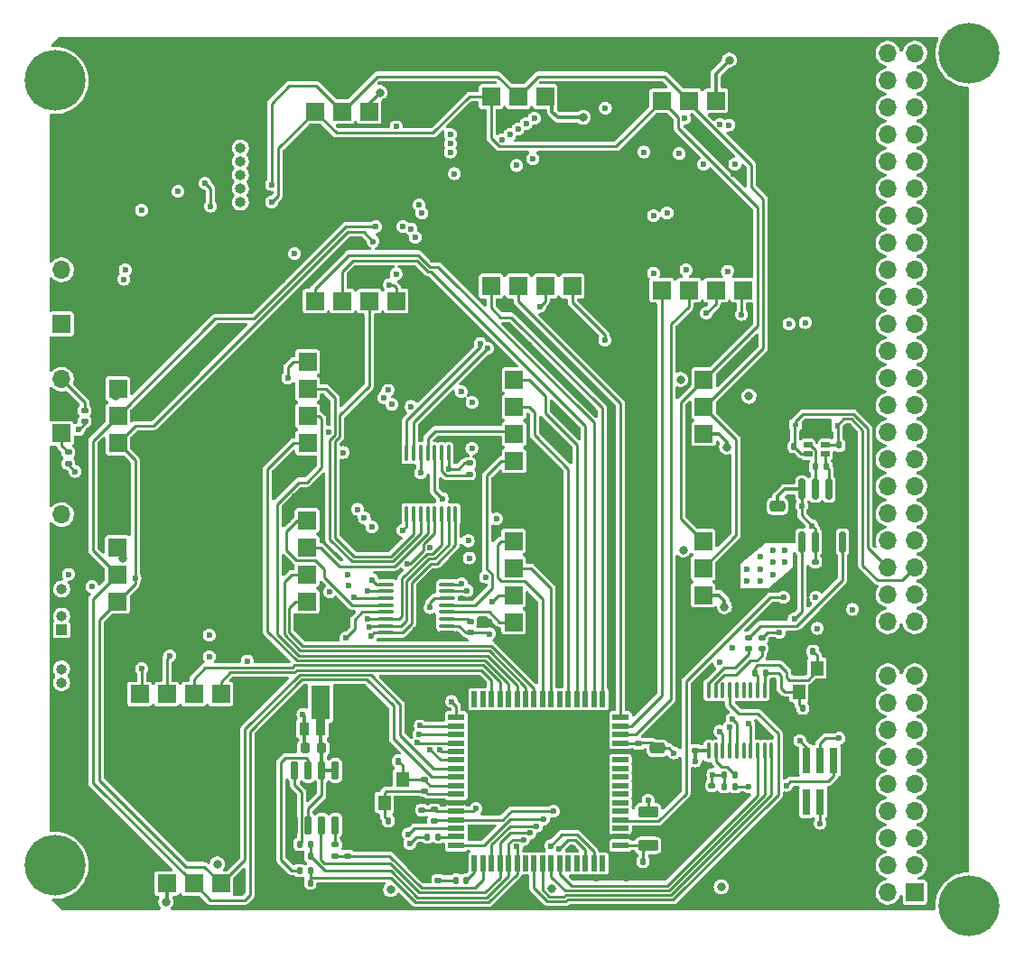
<source format=gbr>
%TF.GenerationSoftware,KiCad,Pcbnew,(6.0.0-rc1-155-g08cb573e11)*%
%TF.CreationDate,2021-12-21T18:41:38+09:00*%
%TF.ProjectId,ykts-payload,796b7473-2d70-4617-996c-6f61642e6b69,A1*%
%TF.SameCoordinates,Original*%
%TF.FileFunction,Copper,L4,Bot*%
%TF.FilePolarity,Positive*%
%FSLAX46Y46*%
G04 Gerber Fmt 4.6, Leading zero omitted, Abs format (unit mm)*
G04 Created by KiCad (PCBNEW (6.0.0-rc1-155-g08cb573e11)) date 2021-12-21 18:41:38*
%MOMM*%
%LPD*%
G01*
G04 APERTURE LIST*
G04 Aperture macros list*
%AMRoundRect*
0 Rectangle with rounded corners*
0 $1 Rounding radius*
0 $2 $3 $4 $5 $6 $7 $8 $9 X,Y pos of 4 corners*
0 Add a 4 corners polygon primitive as box body*
4,1,4,$2,$3,$4,$5,$6,$7,$8,$9,$2,$3,0*
0 Add four circle primitives for the rounded corners*
1,1,$1+$1,$2,$3*
1,1,$1+$1,$4,$5*
1,1,$1+$1,$6,$7*
1,1,$1+$1,$8,$9*
0 Add four rect primitives between the rounded corners*
20,1,$1+$1,$2,$3,$4,$5,0*
20,1,$1+$1,$4,$5,$6,$7,0*
20,1,$1+$1,$6,$7,$8,$9,0*
20,1,$1+$1,$8,$9,$2,$3,0*%
%AMFreePoly0*
4,1,9,3.862500,-0.866500,0.737500,-0.866500,0.737500,-0.450000,-0.737500,-0.450000,-0.737500,0.450000,0.737500,0.450000,0.737500,0.866500,3.862500,0.866500,3.862500,-0.866500,3.862500,-0.866500,$1*%
G04 Aperture macros list end*
%TA.AperFunction,ComponentPad*%
%ADD10C,5.700000*%
%TD*%
%TA.AperFunction,ComponentPad*%
%ADD11R,1.700000X1.700000*%
%TD*%
%TA.AperFunction,ComponentPad*%
%ADD12O,1.700000X1.700000*%
%TD*%
%TA.AperFunction,ComponentPad*%
%ADD13C,4.400000*%
%TD*%
%TA.AperFunction,ComponentPad*%
%ADD14R,1.000000X1.000000*%
%TD*%
%TA.AperFunction,ComponentPad*%
%ADD15O,1.000000X1.000000*%
%TD*%
%TA.AperFunction,SMDPad,CuDef*%
%ADD16RoundRect,0.135000X0.185000X-0.135000X0.185000X0.135000X-0.185000X0.135000X-0.185000X-0.135000X0*%
%TD*%
%TA.AperFunction,SMDPad,CuDef*%
%ADD17RoundRect,0.140000X0.140000X0.170000X-0.140000X0.170000X-0.140000X-0.170000X0.140000X-0.170000X0*%
%TD*%
%TA.AperFunction,SMDPad,CuDef*%
%ADD18RoundRect,0.025500X0.354500X-0.229500X0.354500X0.229500X-0.354500X0.229500X-0.354500X-0.229500X0*%
%TD*%
%TA.AperFunction,SMDPad,CuDef*%
%ADD19RoundRect,0.100000X-0.100000X0.637500X-0.100000X-0.637500X0.100000X-0.637500X0.100000X0.637500X0*%
%TD*%
%TA.AperFunction,SMDPad,CuDef*%
%ADD20RoundRect,0.140000X-0.140000X-0.170000X0.140000X-0.170000X0.140000X0.170000X-0.140000X0.170000X0*%
%TD*%
%TA.AperFunction,SMDPad,CuDef*%
%ADD21R,1.200000X1.400000*%
%TD*%
%TA.AperFunction,SMDPad,CuDef*%
%ADD22RoundRect,0.135000X0.135000X0.185000X-0.135000X0.185000X-0.135000X-0.185000X0.135000X-0.185000X0*%
%TD*%
%TA.AperFunction,SMDPad,CuDef*%
%ADD23R,1.700000X1.700000*%
%TD*%
%TA.AperFunction,SMDPad,CuDef*%
%ADD24RoundRect,0.135000X-0.185000X0.135000X-0.185000X-0.135000X0.185000X-0.135000X0.185000X0.135000X0*%
%TD*%
%TA.AperFunction,SMDPad,CuDef*%
%ADD25RoundRect,0.100000X0.637500X0.100000X-0.637500X0.100000X-0.637500X-0.100000X0.637500X-0.100000X0*%
%TD*%
%TA.AperFunction,SMDPad,CuDef*%
%ADD26RoundRect,0.140000X-0.170000X0.140000X-0.170000X-0.140000X0.170000X-0.140000X0.170000X0.140000X0*%
%TD*%
%TA.AperFunction,SMDPad,CuDef*%
%ADD27RoundRect,0.250000X-0.700000X0.275000X-0.700000X-0.275000X0.700000X-0.275000X0.700000X0.275000X0*%
%TD*%
%TA.AperFunction,SMDPad,CuDef*%
%ADD28R,0.550000X1.500000*%
%TD*%
%TA.AperFunction,SMDPad,CuDef*%
%ADD29R,1.500000X0.550000*%
%TD*%
%TA.AperFunction,SMDPad,CuDef*%
%ADD30RoundRect,0.225000X-0.225000X-0.250000X0.225000X-0.250000X0.225000X0.250000X-0.225000X0.250000X0*%
%TD*%
%TA.AperFunction,SMDPad,CuDef*%
%ADD31RoundRect,0.135000X-0.135000X-0.185000X0.135000X-0.185000X0.135000X0.185000X-0.135000X0.185000X0*%
%TD*%
%TA.AperFunction,SMDPad,CuDef*%
%ADD32RoundRect,0.147500X-0.147500X-0.172500X0.147500X-0.172500X0.147500X0.172500X-0.147500X0.172500X0*%
%TD*%
%TA.AperFunction,SMDPad,CuDef*%
%ADD33R,0.900000X1.300000*%
%TD*%
%TA.AperFunction,SMDPad,CuDef*%
%ADD34FreePoly0,90.000000*%
%TD*%
%TA.AperFunction,SMDPad,CuDef*%
%ADD35RoundRect,0.150000X0.150000X-0.725000X0.150000X0.725000X-0.150000X0.725000X-0.150000X-0.725000X0*%
%TD*%
%TA.AperFunction,SMDPad,CuDef*%
%ADD36R,0.450000X0.600000*%
%TD*%
%TA.AperFunction,SMDPad,CuDef*%
%ADD37RoundRect,0.225000X0.225000X0.250000X-0.225000X0.250000X-0.225000X-0.250000X0.225000X-0.250000X0*%
%TD*%
%TA.AperFunction,SMDPad,CuDef*%
%ADD38RoundRect,0.150000X0.150000X-0.825000X0.150000X0.825000X-0.150000X0.825000X-0.150000X-0.825000X0*%
%TD*%
%TA.AperFunction,SMDPad,CuDef*%
%ADD39RoundRect,0.140000X0.170000X-0.140000X0.170000X0.140000X-0.170000X0.140000X-0.170000X-0.140000X0*%
%TD*%
%TA.AperFunction,SMDPad,CuDef*%
%ADD40RoundRect,0.250000X-0.475000X0.250000X-0.475000X-0.250000X0.475000X-0.250000X0.475000X0.250000X0*%
%TD*%
%TA.AperFunction,SMDPad,CuDef*%
%ADD41R,0.600000X0.450000*%
%TD*%
%TA.AperFunction,SMDPad,CuDef*%
%ADD42R,0.740000X2.400000*%
%TD*%
%TA.AperFunction,ViaPad*%
%ADD43C,0.600000*%
%TD*%
%TA.AperFunction,ViaPad*%
%ADD44C,0.800000*%
%TD*%
%TA.AperFunction,Conductor*%
%ADD45C,0.250000*%
%TD*%
%TA.AperFunction,Conductor*%
%ADD46C,0.350000*%
%TD*%
G04 APERTURE END LIST*
D10*
%TO.P,H1,1,1*%
%TO.N,Net-(H1-Pad1)*%
X179705000Y-144780000D03*
%TD*%
%TO.P,H2,1,1*%
%TO.N,Net-(H2-Pad1)*%
X179705000Y-64770000D03*
%TD*%
%TO.P,H3,1,1*%
%TO.N,Net-(H3-Pad1)*%
X93980000Y-67310000D03*
%TD*%
%TO.P,H4,1,1*%
%TO.N,Net-(H4-Pad1)*%
X93980000Y-140970000D03*
%TD*%
D11*
%TO.P,J3,1,Pin_1*%
%TO.N,unconnected-(J3-Pad1)*%
X174625000Y-143510000D03*
D12*
%TO.P,J3,2,Pin_2*%
%TO.N,unconnected-(J3-Pad2)*%
X172085000Y-143510000D03*
%TO.P,J3,3,Pin_3*%
%TO.N,unconnected-(J3-Pad3)*%
X174625000Y-140970000D03*
%TO.P,J3,4,Pin_4*%
%TO.N,unconnected-(J3-Pad4)*%
X172085000Y-140970000D03*
%TO.P,J3,5,Pin_5*%
%TO.N,unconnected-(J3-Pad5)*%
X174625000Y-138430000D03*
%TO.P,J3,6,Pin_6*%
%TO.N,unconnected-(J3-Pad6)*%
X172085000Y-138430000D03*
%TO.P,J3,7,Pin_7*%
%TO.N,unconnected-(J3-Pad7)*%
X174625000Y-135890000D03*
%TO.P,J3,8,Pin_8*%
%TO.N,unconnected-(J3-Pad8)*%
X172085000Y-135890000D03*
%TO.P,J3,9,Pin_9*%
%TO.N,unconnected-(J3-Pad9)*%
X174625000Y-133350000D03*
%TO.P,J3,10,Pin_10*%
%TO.N,unconnected-(J3-Pad10)*%
X172085000Y-133350000D03*
%TO.P,J3,11,Pin_11*%
%TO.N,unconnected-(J3-Pad11)*%
X174625000Y-130810000D03*
%TO.P,J3,12,Pin_12*%
%TO.N,unconnected-(J3-Pad12)*%
X172085000Y-130810000D03*
%TO.P,J3,13,Pin_13*%
%TO.N,unconnected-(J3-Pad13)*%
X174625000Y-128270000D03*
%TO.P,J3,14,Pin_14*%
%TO.N,unconnected-(J3-Pad14)*%
X172085000Y-128270000D03*
%TO.P,J3,15,Pin_15*%
%TO.N,unconnected-(J3-Pad15)*%
X174625000Y-125730000D03*
%TO.P,J3,16,Pin_16*%
%TO.N,unconnected-(J3-Pad16)*%
X172085000Y-125730000D03*
%TO.P,J3,17,Pin_17*%
%TO.N,/PCH4*%
X174625000Y-123190000D03*
%TO.P,J3,18,Pin_18*%
X172085000Y-123190000D03*
%TO.P,J3,19,Pin_19*%
%TO.N,GND*%
X174625000Y-120650000D03*
%TO.P,J3,20,Pin_20*%
X172085000Y-120650000D03*
%TO.P,J3,21,Pin_21*%
%TO.N,unconnected-(J3-Pad21)*%
X174625000Y-118110000D03*
%TO.P,J3,22,Pin_22*%
%TO.N,unconnected-(J3-Pad22)*%
X172085000Y-118110000D03*
%TO.P,J3,23,Pin_23*%
%TO.N,unconnected-(J3-Pad23)*%
X174625000Y-115570000D03*
%TO.P,J3,24,Pin_24*%
%TO.N,unconnected-(J3-Pad24)*%
X172085000Y-115570000D03*
%TO.P,J3,25,Pin_25*%
%TO.N,CANL*%
X174625000Y-113030000D03*
%TO.P,J3,26,Pin_26*%
%TO.N,CANH*%
X172085000Y-113030000D03*
%TO.P,J3,27,Pin_27*%
%TO.N,unconnected-(J3-Pad27)*%
X174625000Y-110490000D03*
%TO.P,J3,28,Pin_28*%
%TO.N,unconnected-(J3-Pad28)*%
X172085000Y-110490000D03*
%TO.P,J3,29,Pin_29*%
%TO.N,unconnected-(J3-Pad29)*%
X174625000Y-107950000D03*
%TO.P,J3,30,Pin_30*%
%TO.N,unconnected-(J3-Pad30)*%
X172085000Y-107950000D03*
%TO.P,J3,31,Pin_31*%
%TO.N,unconnected-(J3-Pad31)*%
X174625000Y-105410000D03*
%TO.P,J3,32,Pin_32*%
%TO.N,unconnected-(J3-Pad32)*%
X172085000Y-105410000D03*
%TO.P,J3,33,Pin_33*%
%TO.N,unconnected-(J3-Pad33)*%
X174625000Y-102870000D03*
%TO.P,J3,34,Pin_34*%
%TO.N,unconnected-(J3-Pad34)*%
X172085000Y-102870000D03*
%TO.P,J3,35,Pin_35*%
%TO.N,unconnected-(J3-Pad35)*%
X174625000Y-100330000D03*
%TO.P,J3,36,Pin_36*%
%TO.N,unconnected-(J3-Pad36)*%
X172085000Y-100330000D03*
%TO.P,J3,37,Pin_37*%
%TO.N,unconnected-(J3-Pad37)*%
X174625000Y-97790000D03*
%TO.P,J3,38,Pin_38*%
%TO.N,unconnected-(J3-Pad38)*%
X172085000Y-97790000D03*
%TO.P,J3,39,Pin_39*%
%TO.N,unconnected-(J3-Pad39)*%
X174625000Y-95250000D03*
%TO.P,J3,40,Pin_40*%
%TO.N,unconnected-(J3-Pad40)*%
X172085000Y-95250000D03*
%TO.P,J3,41,Pin_41*%
%TO.N,unconnected-(J3-Pad41)*%
X174625000Y-92710000D03*
%TO.P,J3,42,Pin_42*%
%TO.N,unconnected-(J3-Pad42)*%
X172085000Y-92710000D03*
%TO.P,J3,43,Pin_43*%
%TO.N,unconnected-(J3-Pad43)*%
X174625000Y-90170000D03*
%TO.P,J3,44,Pin_44*%
%TO.N,unconnected-(J3-Pad44)*%
X172085000Y-90170000D03*
%TO.P,J3,45,Pin_45*%
%TO.N,unconnected-(J3-Pad45)*%
X174625000Y-87630000D03*
%TO.P,J3,46,Pin_46*%
%TO.N,unconnected-(J3-Pad46)*%
X172085000Y-87630000D03*
%TO.P,J3,47,Pin_47*%
%TO.N,unconnected-(J3-Pad47)*%
X174625000Y-85090000D03*
%TO.P,J3,48,Pin_48*%
%TO.N,unconnected-(J3-Pad48)*%
X172085000Y-85090000D03*
%TO.P,J3,49,Pin_49*%
%TO.N,unconnected-(J3-Pad49)*%
X174625000Y-82550000D03*
%TO.P,J3,50,Pin_50*%
%TO.N,unconnected-(J3-Pad50)*%
X172085000Y-82550000D03*
%TO.P,J3,51,Pin_51*%
%TO.N,unconnected-(J3-Pad51)*%
X174625000Y-80010000D03*
%TO.P,J3,52,Pin_52*%
%TO.N,unconnected-(J3-Pad52)*%
X172085000Y-80010000D03*
%TO.P,J3,53,Pin_53*%
%TO.N,unconnected-(J3-Pad53)*%
X174625000Y-77470000D03*
%TO.P,J3,54,Pin_54*%
%TO.N,unconnected-(J3-Pad54)*%
X172085000Y-77470000D03*
%TO.P,J3,55,Pin_55*%
%TO.N,unconnected-(J3-Pad55)*%
X174625000Y-74930000D03*
%TO.P,J3,56,Pin_56*%
%TO.N,unconnected-(J3-Pad56)*%
X172085000Y-74930000D03*
%TO.P,J3,57,Pin_57*%
%TO.N,unconnected-(J3-Pad57)*%
X174625000Y-72390000D03*
%TO.P,J3,58,Pin_58*%
%TO.N,unconnected-(J3-Pad58)*%
X172085000Y-72390000D03*
%TO.P,J3,59,Pin_59*%
%TO.N,unconnected-(J3-Pad59)*%
X174625000Y-69850000D03*
%TO.P,J3,60,Pin_60*%
%TO.N,unconnected-(J3-Pad60)*%
X172085000Y-69850000D03*
%TO.P,J3,61,Pin_61*%
%TO.N,/CH_A*%
X174625000Y-67310000D03*
%TO.P,J3,62,Pin_62*%
%TO.N,/CH_B*%
X172085000Y-67310000D03*
%TO.P,J3,63,Pin_63*%
%TO.N,unconnected-(J3-Pad63)*%
X174625000Y-64770000D03*
%TO.P,J3,64,Pin_64*%
%TO.N,unconnected-(J3-Pad64)*%
X172085000Y-64770000D03*
%TD*%
D11*
%TO.P,J7,1,Pin_1*%
%TO.N,Net-(J7-Pad1)*%
X94615000Y-90170000D03*
D12*
%TO.P,J7,2,Pin_2*%
%TO.N,GND*%
X94615000Y-87630000D03*
%TO.P,J7,3,Pin_3*%
%TO.N,Net-(J7-Pad3)*%
X94615000Y-85090000D03*
%TD*%
D13*
%TO.P,H5,1,1*%
%TO.N,GND*%
X111379000Y-85471000D03*
%TD*%
%TO.P,H6,1,1*%
%TO.N,GND*%
X111379000Y-67056000D03*
%TD*%
%TO.P,H7,1,1*%
%TO.N,GND*%
X166116000Y-67056000D03*
%TD*%
%TO.P,H8,1,1*%
%TO.N,GND*%
X166116000Y-85471000D03*
%TD*%
D14*
%TO.P,J2,1,Pin_1*%
%TO.N,GND*%
X111379000Y-80010000D03*
D15*
%TO.P,J2,2,Pin_2*%
%TO.N,/SDA*%
X111379000Y-78740000D03*
%TO.P,J2,3,Pin_3*%
%TO.N,unconnected-(J2-Pad3)*%
X111379000Y-77470000D03*
%TO.P,J2,4,Pin_4*%
%TO.N,+5V_GEIGER*%
X111379000Y-76200000D03*
%TO.P,J2,5,Pin_5*%
%TO.N,/GEIGER_EN*%
X111379000Y-74930000D03*
%TO.P,J2,6,Pin_6*%
%TO.N,/SCL*%
X111379000Y-73660000D03*
%TO.P,J2,7,Pin_7*%
%TO.N,GND*%
X111379000Y-72390000D03*
%TD*%
D14*
%TO.P,J5,1,Pin_1*%
%TO.N,+5V*%
X94615000Y-118867000D03*
D15*
%TO.P,J5,2,Pin_2*%
%TO.N,/SCL*%
X94615000Y-117597000D03*
%TO.P,J5,3,Pin_3*%
%TO.N,GND*%
X94615000Y-116327000D03*
%TO.P,J5,4,Pin_4*%
%TO.N,/SDA*%
X94615000Y-115057000D03*
%TD*%
D13*
%TO.P,H9,1,1*%
%TO.N,GND*%
X166116000Y-140970000D03*
%TD*%
D11*
%TO.P,J1,1,Pin_1*%
%TO.N,GND*%
X94615000Y-110602000D03*
D12*
%TO.P,J1,2,Pin_2*%
%TO.N,+5V*%
X94615000Y-108062000D03*
%TO.P,J1,3,Pin_3*%
%TO.N,GND*%
X94615000Y-105522000D03*
%TD*%
D11*
%TO.P,J9,1,Pin_1*%
%TO.N,Net-(J9-Pad1)*%
X94615000Y-100442000D03*
D12*
%TO.P,J9,2,Pin_2*%
%TO.N,GND*%
X94615000Y-97902000D03*
%TO.P,J9,3,Pin_3*%
%TO.N,Net-(J9-Pad3)*%
X94615000Y-95362000D03*
%TD*%
D14*
%TO.P,J4,1,Pin_1*%
%TO.N,GND*%
X94615000Y-125095000D03*
D15*
%TO.P,J4,2,Pin_2*%
%TO.N,+5V*%
X94615000Y-123825000D03*
%TO.P,J4,3,Pin_3*%
%TO.N,/1WIRE*%
X94615000Y-122555000D03*
%TD*%
D16*
%TO.P,R39,1*%
%TO.N,/Payload Supervisor 1/SD_CS*%
X121437400Y-140083000D03*
%TO.P,R39,2*%
%TO.N,GND*%
X121437400Y-139063000D03*
%TD*%
D17*
%TO.P,CH4,1*%
%TO.N,CANH*%
X163294000Y-101671000D03*
%TO.P,CH4,2*%
%TO.N,GND*%
X162334000Y-101671000D03*
%TD*%
D18*
%TO.P,FL2,1,1*%
%TO.N,Net-(CH3-Pad1)*%
X166260000Y-102360000D03*
%TO.P,FL2,2,2*%
%TO.N,CANH*%
X164590000Y-102360000D03*
%TO.P,FL2,3,3*%
%TO.N,Net-(CL3-Pad1)*%
X164590000Y-101490000D03*
%TO.P,FL2,4,4*%
%TO.N,CANL*%
X166260000Y-101490000D03*
%TD*%
D19*
%TO.P,U16,1,A4*%
%TO.N,/N15_RX*%
X126985600Y-102293500D03*
%TO.P,U16,2,A6*%
%TO.N,/N13_RX*%
X127635600Y-102293500D03*
%TO.P,U16,3,A*%
%TO.N,/Node RX MUX 1/IN*%
X128285600Y-102293500D03*
%TO.P,U16,4,A7*%
%TO.N,/N11_RX*%
X128935600Y-102293500D03*
%TO.P,U16,5,A5*%
%TO.N,/N10_RX*%
X129585600Y-102293500D03*
%TO.P,U16,6,~{E}*%
%TO.N,Net-(R50-Pad2)*%
X130235600Y-102293500D03*
%TO.P,U16,7,VEE*%
%TO.N,+5V*%
X130885600Y-102293500D03*
%TO.P,U16,8,GND*%
%TO.N,GND*%
X131535600Y-102293500D03*
%TO.P,U16,9,S2*%
%TO.N,/Node RX MUX 1/A2*%
X131535600Y-108018500D03*
%TO.P,U16,10,S1*%
%TO.N,/Node RX MUX 1/A1*%
X130885600Y-108018500D03*
%TO.P,U16,11,S0*%
%TO.N,/Node RX MUX 1/A0*%
X130235600Y-108018500D03*
%TO.P,U16,12,A3*%
%TO.N,/N9_RX*%
X129585600Y-108018500D03*
%TO.P,U16,13,A0*%
%TO.N,/N14_RX*%
X128935600Y-108018500D03*
%TO.P,U16,14,A1*%
%TO.N,/N8_RX*%
X128285600Y-108018500D03*
%TO.P,U16,15,A2*%
%TO.N,/N12_RX*%
X127635600Y-108018500D03*
%TO.P,U16,16,VCC*%
%TO.N,+5V*%
X126985600Y-108018500D03*
%TD*%
D16*
%TO.P,R25,1*%
%TO.N,Net-(U13-Pad1)*%
X159004000Y-120652000D03*
%TO.P,R25,2*%
%TO.N,Net-(U14-Pad1)*%
X159004000Y-119632000D03*
%TD*%
D20*
%TO.P,C26,1*%
%TO.N,Net-(C26-Pad1)*%
X164112000Y-126238000D03*
%TO.P,C26,2*%
%TO.N,GND*%
X165072000Y-126238000D03*
%TD*%
D21*
%TO.P,Y3,1,1*%
%TO.N,Net-(C16-Pad1)*%
X126580000Y-132885000D03*
%TO.P,Y3,2,2*%
%TO.N,GND*%
X126580000Y-135085000D03*
%TO.P,Y3,3,3*%
%TO.N,Net-(C17-Pad1)*%
X124880000Y-135085000D03*
%TO.P,Y3,4,4*%
%TO.N,GND*%
X124880000Y-132885000D03*
%TD*%
D22*
%TO.P,R46,1*%
%TO.N,Net-(C26-Pad1)*%
X160657000Y-122936000D03*
%TO.P,R46,2*%
%TO.N,Net-(C25-Pad1)*%
X159637000Y-122936000D03*
%TD*%
D16*
%TO.P,R31,1*%
%TO.N,Net-(J8-Pad5)*%
X129540000Y-136781000D03*
%TO.P,R31,2*%
%TO.N,+5V*%
X129540000Y-135761000D03*
%TD*%
D23*
%TO.P,N12,1,PWEN*%
%TO.N,/N11_PWR*%
X137033000Y-95402400D03*
%TO.P,N12,2,~{RST}*%
%TO.N,/N11_RST*%
X137033000Y-97942400D03*
%TO.P,N12,3,RX*%
%TO.N,/N11_RX*%
X137033000Y-100482400D03*
%TO.P,N12,4,TX*%
%TO.N,/N11_TX*%
X137033000Y-103022400D03*
%TO.P,N12,5,SDA*%
%TO.N,/SDA*%
X154813000Y-95402400D03*
%TO.P,N12,6,SCL*%
%TO.N,/SCL*%
X154813000Y-97942400D03*
%TO.P,N12,7,VCC*%
%TO.N,+5V*%
X154813000Y-100482400D03*
%TO.P,N12,8,GND*%
%TO.N,GND*%
X154813000Y-103022400D03*
%TD*%
D22*
%TO.P,R38,1*%
%TO.N,/CANBUS Controller 1/MOSI*%
X117947900Y-140143500D03*
%TO.P,R38,2*%
%TO.N,GND*%
X116927900Y-140143500D03*
%TD*%
D24*
%TO.P,R42,1*%
%TO.N,Net-(R42-Pad1)*%
X120294400Y-139063000D03*
%TO.P,R42,2*%
%TO.N,/Payload Supervisor 1/SD_CS*%
X120294400Y-140083000D03*
%TD*%
D25*
%TO.P,U15,1,A4*%
%TO.N,/N15_TX*%
X130751500Y-114615800D03*
%TO.P,U15,2,A6*%
%TO.N,/N13_TX*%
X130751500Y-115265800D03*
%TO.P,U15,3,A*%
%TO.N,/Node TX MUX 1/IN*%
X130751500Y-115915800D03*
%TO.P,U15,4,A7*%
%TO.N,/N11_TX*%
X130751500Y-116565800D03*
%TO.P,U15,5,A5*%
%TO.N,/N10_TX*%
X130751500Y-117215800D03*
%TO.P,U15,6,~{E}*%
%TO.N,Net-(R49-Pad2)*%
X130751500Y-117865800D03*
%TO.P,U15,7,VEE*%
%TO.N,+5V*%
X130751500Y-118515800D03*
%TO.P,U15,8,GND*%
%TO.N,GND*%
X130751500Y-119165800D03*
%TO.P,U15,9,S2*%
%TO.N,/Node RX MUX 1/A2*%
X125026500Y-119165800D03*
%TO.P,U15,10,S1*%
%TO.N,/Node RX MUX 1/A1*%
X125026500Y-118515800D03*
%TO.P,U15,11,S0*%
%TO.N,/Node RX MUX 1/A0*%
X125026500Y-117865800D03*
%TO.P,U15,12,A3*%
%TO.N,/N9_TX*%
X125026500Y-117215800D03*
%TO.P,U15,13,A0*%
%TO.N,/N14_TX*%
X125026500Y-116565800D03*
%TO.P,U15,14,A1*%
%TO.N,/N8_TX*%
X125026500Y-115915800D03*
%TO.P,U15,15,A2*%
%TO.N,/N12_TX*%
X125026500Y-115265800D03*
%TO.P,U15,16,VCC*%
%TO.N,+5V*%
X125026500Y-114615800D03*
%TD*%
D26*
%TO.P,C18,1*%
%TO.N,+5V*%
X128397000Y-135791000D03*
%TO.P,C18,2*%
%TO.N,GND*%
X128397000Y-136751000D03*
%TD*%
%TO.P,C29,1*%
%TO.N,/CANBUS Controller 1/MCP_RESET*%
X155575000Y-133505000D03*
%TO.P,C29,2*%
%TO.N,GND*%
X155575000Y-134465000D03*
%TD*%
D27*
%TO.P,L2,1*%
%TO.N,+5V*%
X149606000Y-135966000D03*
%TO.P,L2,2*%
%TO.N,Net-(C20-Pad1)*%
X149606000Y-139116000D03*
%TD*%
D22*
%TO.P,R37,1*%
%TO.N,/CANBUS Controller 1/SCK*%
X117945900Y-142620000D03*
%TO.P,R37,2*%
%TO.N,GND*%
X116925900Y-142620000D03*
%TD*%
D20*
%TO.P,CH3,1*%
%TO.N,Net-(CH3-Pad1)*%
X166342000Y-103576000D03*
%TO.P,CH3,2*%
%TO.N,GND*%
X167302000Y-103576000D03*
%TD*%
D23*
%TO.P,N13,1,PWEN*%
%TO.N,/N12_PWR*%
X118364000Y-88011000D03*
%TO.P,N13,2,~{RST}*%
%TO.N,/N12_RST*%
X120904000Y-88011000D03*
%TO.P,N13,3,RX*%
%TO.N,/N12_RX*%
X123444000Y-88011000D03*
%TO.P,N13,4,TX*%
%TO.N,/N12_TX*%
X125984000Y-88011000D03*
%TO.P,N13,5,SDA*%
%TO.N,/SDA*%
X118364000Y-70231000D03*
%TO.P,N13,6,SCL*%
%TO.N,/SCL*%
X120904000Y-70231000D03*
%TO.P,N13,7,VCC*%
%TO.N,+5V*%
X123444000Y-70231000D03*
%TO.P,N13,8,GND*%
%TO.N,GND*%
X125984000Y-70231000D03*
%TD*%
D24*
%TO.P,R36,1*%
%TO.N,GND*%
X129921000Y-141349000D03*
%TO.P,R36,2*%
%TO.N,Net-(D6-Pad1)*%
X129921000Y-142369000D03*
%TD*%
D23*
%TO.P,N10,1,PWEN*%
%TO.N,/N9_PWR*%
X109550200Y-124917200D03*
%TO.P,N10,2,~{RST}*%
%TO.N,/N9_RST*%
X107010200Y-124917200D03*
%TO.P,N10,3,RX*%
%TO.N,/N9_RX*%
X104470200Y-124917200D03*
%TO.P,N10,4,TX*%
%TO.N,/N9_TX*%
X101930200Y-124917200D03*
%TO.P,N10,5,SDA*%
%TO.N,/SDA*%
X109550200Y-142697200D03*
%TO.P,N10,6,SCL*%
%TO.N,/SCL*%
X107010200Y-142697200D03*
%TO.P,N10,7,VCC*%
%TO.N,+5V*%
X104470200Y-142697200D03*
%TO.P,N10,8,GND*%
%TO.N,GND*%
X101930200Y-142697200D03*
%TD*%
D22*
%TO.P,R48,1*%
%TO.N,+5V*%
X157736000Y-133604000D03*
%TO.P,R48,2*%
%TO.N,/CANBUS Controller 1/MCP_RESET*%
X156716000Y-133604000D03*
%TD*%
D17*
%TO.P,C25,1*%
%TO.N,Net-(C25-Pad1)*%
X165072000Y-120904000D03*
%TO.P,C25,2*%
%TO.N,GND*%
X164112000Y-120904000D03*
%TD*%
D28*
%TO.P,U9,1,~{PEN}*%
%TO.N,unconnected-(U9-Pad1)*%
X145319000Y-140796000D03*
%TO.P,U9,2,PE0*%
%TO.N,Net-(R34-Pad2)*%
X144519000Y-140796000D03*
%TO.P,U9,3,PE1*%
%TO.N,Net-(R35-Pad1)*%
X143719000Y-140796000D03*
%TO.P,U9,4,PE2*%
%TO.N,unconnected-(U9-Pad4)*%
X142919000Y-140796000D03*
%TO.P,U9,5,PE3*%
%TO.N,unconnected-(U9-Pad5)*%
X142119000Y-140796000D03*
%TO.P,U9,6,PE4*%
%TO.N,/CANBUS Controller 1/MCP_INT*%
X141319000Y-140796000D03*
%TO.P,U9,7,PE5*%
%TO.N,/CANBUS Controller 1/MCP_RX0BF*%
X140519000Y-140796000D03*
%TO.P,U9,8,PE6*%
%TO.N,/CANBUS Controller 1/MCP_RX1BF*%
X139719000Y-140796000D03*
%TO.P,U9,9,PE7*%
%TO.N,/CANBUS Controller 1/MCP_TX0RTS*%
X138919000Y-140796000D03*
%TO.P,U9,10,PB0*%
%TO.N,unconnected-(U9-Pad10)*%
X138119000Y-140796000D03*
%TO.P,U9,11,PB1*%
%TO.N,/CANBUS Controller 1/SCK*%
X137319000Y-140796000D03*
%TO.P,U9,12,PB2*%
%TO.N,/CANBUS Controller 1/MOSI*%
X136519000Y-140796000D03*
%TO.P,U9,13,PB3*%
%TO.N,/CANBUS Controller 1/MISO*%
X135719000Y-140796000D03*
%TO.P,U9,14,PB4*%
%TO.N,/CANBUS Controller 1/CS*%
X134919000Y-140796000D03*
%TO.P,U9,15,PB5*%
%TO.N,/Payload Supervisor 1/SD_CS*%
X134119000Y-140796000D03*
%TO.P,U9,16,PB6*%
%TO.N,Net-(D6-Pad2)*%
X133319000Y-140796000D03*
D29*
%TO.P,U9,17,PB7*%
%TO.N,/CANBUS Controller 1/MCP_RESET*%
X131619000Y-139096000D03*
%TO.P,U9,18,PG3*%
%TO.N,Net-(R33-Pad1)*%
X131619000Y-138296000D03*
%TO.P,U9,19,PG4*%
%TO.N,/GEIGER_FET*%
X131619000Y-137496000D03*
%TO.P,U9,20,~{RESET}*%
%TO.N,Net-(J8-Pad5)*%
X131619000Y-136696000D03*
%TO.P,U9,21,VCC*%
%TO.N,+5V*%
X131619000Y-135896000D03*
%TO.P,U9,22,GND*%
%TO.N,GND*%
X131619000Y-135096000D03*
%TO.P,U9,23,XTAL2*%
%TO.N,Net-(C17-Pad1)*%
X131619000Y-134296000D03*
%TO.P,U9,24,XTAL1*%
%TO.N,Net-(C16-Pad1)*%
X131619000Y-133496000D03*
%TO.P,U9,25,PD0*%
%TO.N,/SCL*%
X131619000Y-132696000D03*
%TO.P,U9,26,PD1*%
%TO.N,/SDA*%
X131619000Y-131896000D03*
%TO.P,U9,27,PD2*%
%TO.N,/Node TX MUX 1/IN*%
X131619000Y-131096000D03*
%TO.P,U9,28,PD3*%
%TO.N,/Node RX MUX 1/IN*%
X131619000Y-130296000D03*
%TO.P,U9,29,PD4*%
%TO.N,/Node RX MUX 1/A0*%
X131619000Y-129496000D03*
%TO.P,U9,30,PD5*%
%TO.N,/Node RX MUX 1/A1*%
X131619000Y-128696000D03*
%TO.P,U9,31,PD6*%
%TO.N,/Node RX MUX 1/A2*%
X131619000Y-127896000D03*
%TO.P,U9,32,PD7*%
%TO.N,/1WIRE*%
X131619000Y-127096000D03*
D28*
%TO.P,U9,33,PG0*%
%TO.N,unconnected-(U9-Pad33)*%
X133319000Y-125396000D03*
%TO.P,U9,34,PG1*%
%TO.N,unconnected-(U9-Pad34)*%
X134119000Y-125396000D03*
%TO.P,U9,35,PC0*%
%TO.N,/N9_PWR*%
X134919000Y-125396000D03*
%TO.P,U9,36,PC1*%
%TO.N,/N9_RST*%
X135719000Y-125396000D03*
%TO.P,U9,37,PC2*%
%TO.N,/N8_PWR*%
X136519000Y-125396000D03*
%TO.P,U9,38,PC3*%
%TO.N,/N8_RST*%
X137319000Y-125396000D03*
%TO.P,U9,39,PC4*%
%TO.N,/N14_RST*%
X138119000Y-125396000D03*
%TO.P,U9,40,PC5*%
%TO.N,/N14_PWR*%
X138919000Y-125396000D03*
%TO.P,U9,41,PC6*%
%TO.N,/N10_PWR*%
X139719000Y-125396000D03*
%TO.P,U9,42,PC7*%
%TO.N,/N10_RST*%
X140519000Y-125396000D03*
%TO.P,U9,43,PG2*%
%TO.N,unconnected-(U9-Pad43)*%
X141319000Y-125396000D03*
%TO.P,U9,44,PA7*%
%TO.N,/N11_RST*%
X142119000Y-125396000D03*
%TO.P,U9,45,PA6*%
%TO.N,/N11_PWR*%
X142919000Y-125396000D03*
%TO.P,U9,46,PA5*%
%TO.N,/N12_RST*%
X143719000Y-125396000D03*
%TO.P,U9,47,PA4*%
%TO.N,/N12_PWR*%
X144519000Y-125396000D03*
%TO.P,U9,48,PA3*%
%TO.N,/N15_PWR*%
X145319000Y-125396000D03*
D29*
%TO.P,U9,49,PA2*%
%TO.N,/N15_RST*%
X147019000Y-127096000D03*
%TO.P,U9,50,PA1*%
%TO.N,/N13_PWR*%
X147019000Y-127896000D03*
%TO.P,U9,51,PA0*%
%TO.N,/N13_RST*%
X147019000Y-128696000D03*
%TO.P,U9,52,VCC*%
%TO.N,+5V*%
X147019000Y-129496000D03*
%TO.P,U9,53,GND*%
%TO.N,GND*%
X147019000Y-130296000D03*
%TO.P,U9,54,PF7*%
%TO.N,/Payload Supervisor 1/S0_JTAG_TDI*%
X147019000Y-131096000D03*
%TO.P,U9,55,PF6*%
%TO.N,/Payload Supervisor 1/S0_JTAG_TDO*%
X147019000Y-131896000D03*
%TO.P,U9,56,PF5*%
%TO.N,/Payload Supervisor 1/S0_JTAG_TMS*%
X147019000Y-132696000D03*
%TO.P,U9,57,PF4*%
%TO.N,/Payload Supervisor 1/S0_JTAG_TCK*%
X147019000Y-133496000D03*
%TO.P,U9,58,PF3*%
%TO.N,unconnected-(U9-Pad58)*%
X147019000Y-134296000D03*
%TO.P,U9,59,PF2*%
%TO.N,unconnected-(U9-Pad59)*%
X147019000Y-135096000D03*
%TO.P,U9,60,PF1*%
%TO.N,unconnected-(U9-Pad60)*%
X147019000Y-135896000D03*
%TO.P,U9,61,PF0*%
%TO.N,/CSENSE*%
X147019000Y-136696000D03*
%TO.P,U9,62,AREF*%
%TO.N,unconnected-(U9-Pad62)*%
X147019000Y-137496000D03*
%TO.P,U9,63,GND*%
%TO.N,GND*%
X147019000Y-138296000D03*
%TO.P,U9,64,AVCC*%
%TO.N,Net-(C20-Pad1)*%
X147019000Y-139096000D03*
%TD*%
D30*
%TO.P,C23,1*%
%TO.N,Net-(C23-Pad1)*%
X119011400Y-129983500D03*
%TO.P,C23,2*%
%TO.N,GND*%
X120561400Y-129983500D03*
%TD*%
D31*
%TO.P,R47,1*%
%TO.N,/CANBUS Controller 1/MCP_RESET*%
X156716000Y-132461000D03*
%TO.P,R47,2*%
%TO.N,Net-(R47-Pad2)*%
X157736000Y-132461000D03*
%TD*%
D16*
%TO.P,R35,1*%
%TO.N,Net-(R35-Pad1)*%
X95250000Y-103253000D03*
%TO.P,R35,2*%
%TO.N,Net-(J9-Pad1)*%
X95250000Y-102233000D03*
%TD*%
D24*
%TO.P,R32,1*%
%TO.N,Net-(C16-Pad1)*%
X128651000Y-132967000D03*
%TO.P,R32,2*%
%TO.N,Net-(C17-Pad1)*%
X128651000Y-133987000D03*
%TD*%
D19*
%TO.P,U13,1,TXCAN*%
%TO.N,Net-(U13-Pad1)*%
X155317000Y-124518500D03*
%TO.P,U13,2,RXCAN*%
%TO.N,Net-(U13-Pad2)*%
X155967000Y-124518500D03*
%TO.P,U13,3,CLKOUT/SOF*%
%TO.N,unconnected-(U13-Pad3)*%
X156617000Y-124518500D03*
%TO.P,U13,4,~{TX0RTS}*%
%TO.N,/CANBUS Controller 1/MCP_TX0RTS*%
X157267000Y-124518500D03*
%TO.P,U13,5,~{TX1RTS}*%
%TO.N,unconnected-(U13-Pad5)*%
X157917000Y-124518500D03*
%TO.P,U13,6,NC*%
%TO.N,unconnected-(U13-Pad6)*%
X158567000Y-124518500D03*
%TO.P,U13,7,~{TX2RTS}*%
%TO.N,unconnected-(U13-Pad7)*%
X159217000Y-124518500D03*
%TO.P,U13,8,OSC2*%
%TO.N,Net-(C25-Pad1)*%
X159867000Y-124518500D03*
%TO.P,U13,9,OSC1*%
%TO.N,Net-(C26-Pad1)*%
X160517000Y-124518500D03*
%TO.P,U13,10,VSS*%
%TO.N,GND*%
X161167000Y-124518500D03*
%TO.P,U13,11,~{RX1BF}*%
%TO.N,/CANBUS Controller 1/MCP_RX1BF*%
X161167000Y-130243500D03*
%TO.P,U13,12,~{RX0BF}*%
%TO.N,/CANBUS Controller 1/MCP_RX0BF*%
X160517000Y-130243500D03*
%TO.P,U13,13,~{INT}*%
%TO.N,/CANBUS Controller 1/MCP_INT*%
X159867000Y-130243500D03*
%TO.P,U13,14,SCK*%
%TO.N,/CANBUS Controller 1/SCK*%
X159217000Y-130243500D03*
%TO.P,U13,15,NC*%
%TO.N,unconnected-(U13-Pad15)*%
X158567000Y-130243500D03*
%TO.P,U13,16,SI*%
%TO.N,/CANBUS Controller 1/MOSI*%
X157917000Y-130243500D03*
%TO.P,U13,17,SO*%
%TO.N,/CANBUS Controller 1/MISO*%
X157267000Y-130243500D03*
%TO.P,U13,18,~{CS}*%
%TO.N,/CANBUS Controller 1/CS*%
X156617000Y-130243500D03*
%TO.P,U13,19,~{RESET}*%
%TO.N,Net-(R47-Pad2)*%
X155967000Y-130243500D03*
%TO.P,U13,20,VDD*%
%TO.N,+5V*%
X155317000Y-130243500D03*
%TD*%
D32*
%TO.P,D6,1,K*%
%TO.N,Net-(D6-Pad1)*%
X131595000Y-142367000D03*
%TO.P,D6,2,A*%
%TO.N,Net-(D6-Pad2)*%
X132565000Y-142367000D03*
%TD*%
D23*
%TO.P,N9,1,PWEN*%
%TO.N,/N8_PWR*%
X117678200Y-101346000D03*
%TO.P,N9,2,~{RST}*%
%TO.N,/N8_RST*%
X117678200Y-98806000D03*
%TO.P,N9,3,RX*%
%TO.N,/N8_RX*%
X117678200Y-96266000D03*
%TO.P,N9,4,TX*%
%TO.N,/N8_TX*%
X117678200Y-93726000D03*
%TO.P,N9,5,SDA*%
%TO.N,/SDA*%
X99898200Y-101346000D03*
%TO.P,N9,6,SCL*%
%TO.N,/SCL*%
X99898200Y-98806000D03*
%TO.P,N9,7,VCC*%
%TO.N,+5V*%
X99898200Y-96266000D03*
%TO.P,N9,8,GND*%
%TO.N,GND*%
X99898200Y-93726000D03*
%TD*%
D24*
%TO.P,R43,1*%
%TO.N,Net-(U14-Pad4)*%
X160274000Y-119632000D03*
%TO.P,R43,2*%
%TO.N,Net-(U13-Pad2)*%
X160274000Y-120652000D03*
%TD*%
D17*
%TO.P,CL3,1*%
%TO.N,Net-(CL3-Pad1)*%
X165270000Y-103576000D03*
%TO.P,CL3,2*%
%TO.N,GND*%
X164310000Y-103576000D03*
%TD*%
D20*
%TO.P,CL4,1*%
%TO.N,CANL*%
X167541000Y-101544000D03*
%TO.P,CL4,2*%
%TO.N,GND*%
X168501000Y-101544000D03*
%TD*%
D33*
%TO.P,U10,1,GND*%
%TO.N,GND*%
X120397400Y-128142000D03*
D34*
%TO.P,U10,2,VO*%
%TO.N,Net-(C23-Pad1)*%
X118897400Y-128054500D03*
D33*
%TO.P,U10,3,VI*%
%TO.N,+5V*%
X117397400Y-128142000D03*
%TD*%
D35*
%TO.P,U11,1,~{CS}*%
%TO.N,Net-(R42-Pad1)*%
X120294400Y-137230000D03*
%TO.P,U11,2,SO/IO1*%
%TO.N,/CANBUS Controller 1/MISO*%
X119024400Y-137230000D03*
%TO.P,U11,3,~{WP}*%
%TO.N,Net-(C23-Pad1)*%
X117754400Y-137230000D03*
%TO.P,U11,4,GND*%
%TO.N,GND*%
X116484400Y-137230000D03*
%TO.P,U11,5,SI/IO0*%
%TO.N,Net-(R41-Pad1)*%
X116484400Y-132080000D03*
%TO.P,U11,6,SCK*%
%TO.N,Net-(R40-Pad1)*%
X117754400Y-132080000D03*
%TO.P,U11,7,~{HOLD}*%
%TO.N,Net-(C23-Pad1)*%
X119024400Y-132080000D03*
%TO.P,U11,8,VCC*%
X120294400Y-132080000D03*
%TD*%
D20*
%TO.P,C17,1*%
%TO.N,Net-(C17-Pad1)*%
X125250000Y-136779000D03*
%TO.P,C17,2*%
%TO.N,GND*%
X126210000Y-136779000D03*
%TD*%
D36*
%TO.P,D9,1,A1*%
%TO.N,CANL*%
X167309800Y-99703600D03*
%TO.P,D9,2,A2*%
%TO.N,GND*%
X167309800Y-97603600D03*
%TD*%
D31*
%TO.P,R41,1*%
%TO.N,Net-(R41-Pad1)*%
X116927900Y-139000500D03*
%TO.P,R41,2*%
%TO.N,/CANBUS Controller 1/MOSI*%
X117947900Y-139000500D03*
%TD*%
D23*
%TO.P,N11,1,PWEN*%
%TO.N,/N10_PWR*%
X136982200Y-110540800D03*
%TO.P,N11,2,~{RST}*%
%TO.N,/N10_RST*%
X136982200Y-113080800D03*
%TO.P,N11,3,RX*%
%TO.N,/N10_RX*%
X136982200Y-115620800D03*
%TO.P,N11,4,TX*%
%TO.N,/N10_TX*%
X136982200Y-118160800D03*
%TO.P,N11,5,SDA*%
%TO.N,/SDA*%
X154762200Y-110540800D03*
%TO.P,N11,6,SCL*%
%TO.N,/SCL*%
X154762200Y-113080800D03*
%TO.P,N11,7,VCC*%
%TO.N,+5V*%
X154762200Y-115620800D03*
%TO.P,N11,8,GND*%
%TO.N,GND*%
X154762200Y-118160800D03*
%TD*%
D37*
%TO.P,C22,1*%
%TO.N,+5V*%
X117450900Y-129983500D03*
%TO.P,C22,2*%
%TO.N,GND*%
X115900900Y-129983500D03*
%TD*%
D23*
%TO.P,N14,1,PWEN*%
%TO.N,/N13_PWR*%
X150876000Y-86995000D03*
%TO.P,N14,2,~{RST}*%
%TO.N,/N13_RST*%
X153416000Y-86995000D03*
%TO.P,N14,3,RX*%
%TO.N,/N13_RX*%
X155956000Y-86995000D03*
%TO.P,N14,4,TX*%
%TO.N,/N13_TX*%
X158496000Y-86995000D03*
%TO.P,N14,5,SDA*%
%TO.N,/SDA*%
X150876000Y-69215000D03*
%TO.P,N14,6,SCL*%
%TO.N,/SCL*%
X153416000Y-69215000D03*
%TO.P,N14,7,VCC*%
%TO.N,+5V*%
X155956000Y-69215000D03*
%TO.P,N14,8,GND*%
%TO.N,GND*%
X158496000Y-69215000D03*
%TD*%
D26*
%TO.P,C30,1*%
%TO.N,+5V*%
X165298000Y-112494000D03*
%TO.P,C30,2*%
%TO.N,GND*%
X165298000Y-113454000D03*
%TD*%
D20*
%TO.P,C20,1*%
%TO.N,Net-(C20-Pad1)*%
X149126000Y-140589000D03*
%TO.P,C20,2*%
%TO.N,GND*%
X150086000Y-140589000D03*
%TD*%
D16*
%TO.P,R49,1*%
%TO.N,+5V*%
X132969000Y-119128000D03*
%TO.P,R49,2*%
%TO.N,Net-(R49-Pad2)*%
X132969000Y-118108000D03*
%TD*%
D23*
%TO.P,N15,1,PWEN*%
%TO.N,/N14_PWR*%
X117627400Y-116230400D03*
%TO.P,N15,2,~{RST}*%
%TO.N,/N14_RST*%
X117627400Y-113690400D03*
%TO.P,N15,3,RX*%
%TO.N,/N14_RX*%
X117627400Y-111150400D03*
%TO.P,N15,4,TX*%
%TO.N,/N14_TX*%
X117627400Y-108610400D03*
%TO.P,N15,5,SDA*%
%TO.N,/SDA*%
X99847400Y-116230400D03*
%TO.P,N15,6,SCL*%
%TO.N,/SCL*%
X99847400Y-113690400D03*
%TO.P,N15,7,VCC*%
%TO.N,+5V*%
X99847400Y-111150400D03*
%TO.P,N15,8,GND*%
%TO.N,GND*%
X99847400Y-108610400D03*
%TD*%
D38*
%TO.P,U14,1,TXD*%
%TO.N,Net-(U14-Pad1)*%
X167838000Y-110623000D03*
%TO.P,U14,2,VSS*%
%TO.N,GND*%
X166568000Y-110623000D03*
%TO.P,U14,3,VDD*%
%TO.N,+5V*%
X165298000Y-110623000D03*
%TO.P,U14,4,RXD*%
%TO.N,Net-(U14-Pad4)*%
X164028000Y-110623000D03*
%TO.P,U14,5,Vref*%
%TO.N,+5V*%
X164028000Y-105673000D03*
%TO.P,U14,6,CANL*%
%TO.N,Net-(CL3-Pad1)*%
X165298000Y-105673000D03*
%TO.P,U14,7,CANH*%
%TO.N,Net-(CH3-Pad1)*%
X166568000Y-105673000D03*
%TO.P,U14,8,Rs*%
%TO.N,GND*%
X167838000Y-105673000D03*
%TD*%
D39*
%TO.P,C27,1*%
%TO.N,+5V*%
X154051000Y-130175000D03*
%TO.P,C27,2*%
%TO.N,GND*%
X154051000Y-129215000D03*
%TD*%
D21*
%TO.P,Y4,1,1*%
%TO.N,Net-(C26-Pad1)*%
X163742000Y-124671000D03*
%TO.P,Y4,2,2*%
%TO.N,GND*%
X163742000Y-122471000D03*
%TO.P,Y4,3,3*%
%TO.N,Net-(C25-Pad1)*%
X165442000Y-122471000D03*
%TO.P,Y4,4,4*%
%TO.N,GND*%
X165442000Y-124671000D03*
%TD*%
D24*
%TO.P,R34,1*%
%TO.N,Net-(J9-Pad3)*%
X96774000Y-98296000D03*
%TO.P,R34,2*%
%TO.N,Net-(R34-Pad2)*%
X96774000Y-99316000D03*
%TD*%
D22*
%TO.P,R33,1*%
%TO.N,Net-(R33-Pad1)*%
X129923000Y-138303000D03*
%TO.P,R33,2*%
%TO.N,/GEIGER_EN*%
X128903000Y-138303000D03*
%TD*%
D40*
%TO.P,C28,1*%
%TO.N,+5V*%
X161742000Y-107278000D03*
%TO.P,C28,2*%
%TO.N,GND*%
X161742000Y-109178000D03*
%TD*%
D24*
%TO.P,R50,1*%
%TO.N,+5V*%
X132842000Y-103249000D03*
%TO.P,R50,2*%
%TO.N,Net-(R50-Pad2)*%
X132842000Y-104269000D03*
%TD*%
D17*
%TO.P,C16,1*%
%TO.N,Net-(C16-Pad1)*%
X126210000Y-131191000D03*
%TO.P,C16,2*%
%TO.N,GND*%
X125250000Y-131191000D03*
%TD*%
D26*
%TO.P,C19,1*%
%TO.N,+5V*%
X148717000Y-129568000D03*
%TO.P,C19,2*%
%TO.N,GND*%
X148717000Y-130528000D03*
%TD*%
D40*
%TO.P,C21,1*%
%TO.N,+5V*%
X150495000Y-129987000D03*
%TO.P,C21,2*%
%TO.N,GND*%
X150495000Y-131887000D03*
%TD*%
D31*
%TO.P,R40,1*%
%TO.N,Net-(R40-Pad1)*%
X116925900Y-141477000D03*
%TO.P,R40,2*%
%TO.N,/CANBUS Controller 1/SCK*%
X117945900Y-141477000D03*
%TD*%
D23*
%TO.P,N16,1,PWEN*%
%TO.N,/N15_PWR*%
X134874000Y-86614000D03*
%TO.P,N16,2,~{RST}*%
%TO.N,/N15_RST*%
X137414000Y-86614000D03*
%TO.P,N16,3,RX*%
%TO.N,/N15_RX*%
X139954000Y-86614000D03*
%TO.P,N16,4,TX*%
%TO.N,/N15_TX*%
X142494000Y-86614000D03*
%TO.P,N16,5,SDA*%
%TO.N,/SDA*%
X134874000Y-68834000D03*
%TO.P,N16,6,SCL*%
%TO.N,/SCL*%
X137414000Y-68834000D03*
%TO.P,N16,7,VCC*%
%TO.N,+5V*%
X139954000Y-68834000D03*
%TO.P,N16,8,GND*%
%TO.N,GND*%
X142494000Y-68834000D03*
%TD*%
D41*
%TO.P,D8,1,A1*%
%TO.N,CANH*%
X163427000Y-99639000D03*
%TO.P,D8,2,A2*%
%TO.N,GND*%
X161327000Y-99639000D03*
%TD*%
D42*
%TO.P,J8,1,Pin_1*%
%TO.N,/CANBUS Controller 1/MISO*%
X164465000Y-131146000D03*
%TO.P,J8,2,Pin_2*%
%TO.N,unconnected-(J8-Pad2)*%
X164465000Y-135046000D03*
%TO.P,J8,3,Pin_3*%
%TO.N,/CANBUS Controller 1/SCK*%
X165735000Y-131146000D03*
%TO.P,J8,4,Pin_4*%
%TO.N,/CANBUS Controller 1/MOSI*%
X165735000Y-135046000D03*
%TO.P,J8,5,Pin_5*%
%TO.N,Net-(J8-Pad5)*%
X167005000Y-131146000D03*
%TO.P,J8,6,Pin_6*%
%TO.N,GND*%
X167005000Y-135046000D03*
%TD*%
D43*
%TO.N,GND*%
X138430000Y-131191000D03*
X132080000Y-140970000D03*
X166751000Y-124841000D03*
X137033000Y-106299000D03*
X133477000Y-81788000D03*
X142113000Y-136525000D03*
X162814000Y-114554000D03*
X94615000Y-120777000D03*
X141224000Y-116586000D03*
X151257000Y-134493000D03*
X162687000Y-139700000D03*
X95758000Y-70993000D03*
X165354000Y-114427000D03*
X154559000Y-104521000D03*
X110744000Y-137668000D03*
X121793000Y-144145000D03*
X146812000Y-87376000D03*
X148971000Y-81534000D03*
X100330000Y-140335000D03*
X168656000Y-103378000D03*
X100076000Y-128651000D03*
X160274000Y-139319000D03*
X154051000Y-105791000D03*
X109855000Y-113919000D03*
X159004000Y-82169000D03*
X160274000Y-66294000D03*
X161290000Y-105029000D03*
X163195000Y-136652000D03*
X112903000Y-97536000D03*
X164338000Y-74168000D03*
X140081000Y-111760000D03*
X153035000Y-118872000D03*
X128905000Y-141986000D03*
X107061000Y-86741000D03*
X135001000Y-135128000D03*
X161544000Y-87376000D03*
X138938000Y-121920000D03*
X147320000Y-93980000D03*
X98171000Y-66040000D03*
X148844000Y-120904000D03*
X177546000Y-68072000D03*
X169037000Y-127889000D03*
X152654000Y-122047000D03*
X115824000Y-113030000D03*
X116078000Y-135128000D03*
X115824000Y-108585000D03*
X148971000Y-141605000D03*
X109728000Y-102362000D03*
X141478000Y-78105000D03*
X102616000Y-109601000D03*
X165608000Y-97663000D03*
X96647000Y-107569000D03*
X157099000Y-135890000D03*
X106680000Y-94742000D03*
X158369000Y-99060000D03*
X163576000Y-127889000D03*
X102489000Y-115697000D03*
X161798000Y-69596000D03*
X111506000Y-105156000D03*
X100838000Y-117729000D03*
X177927000Y-74930000D03*
X94234000Y-102997000D03*
X102489000Y-107696000D03*
X125222000Y-99187000D03*
X141351000Y-120904000D03*
X125349000Y-82550000D03*
X152527000Y-73152000D03*
X146685000Y-95758000D03*
X159512000Y-125857000D03*
X166370000Y-96266000D03*
X124206000Y-94488000D03*
X145415000Y-139192000D03*
X151003000Y-127635000D03*
X169164000Y-137414000D03*
X126111000Y-68453000D03*
X162306000Y-82423000D03*
X124841000Y-104267000D03*
X168148000Y-102489000D03*
X137033000Y-120777000D03*
X165862000Y-108331000D03*
X168910000Y-105791000D03*
X150114000Y-75819000D03*
X157734000Y-117729000D03*
X106299000Y-110998000D03*
X119634000Y-75565000D03*
X99060000Y-103378000D03*
X147574000Y-142240000D03*
X147828000Y-116586000D03*
X129413000Y-95123000D03*
X103251000Y-126492000D03*
X117983000Y-133858000D03*
X121412000Y-77216000D03*
X155448000Y-128905000D03*
X121920000Y-131064000D03*
X117221000Y-76454000D03*
X102489000Y-120015000D03*
X158877000Y-108331000D03*
X160020000Y-128397000D03*
X129667000Y-86995000D03*
X148717000Y-132334000D03*
X168783000Y-116078000D03*
X107061000Y-117348000D03*
X125603000Y-78486000D03*
X144272000Y-133985000D03*
X129413000Y-84175600D03*
X125477755Y-72898000D03*
X120015000Y-135001000D03*
X159258000Y-144018000D03*
X159512000Y-91694000D03*
X113284000Y-141097000D03*
X152400000Y-131572000D03*
X111252000Y-142875000D03*
X137668000Y-79883000D03*
X158877000Y-106299000D03*
X139319000Y-103759000D03*
X103632000Y-133096000D03*
X138684000Y-116205000D03*
X146685000Y-92202000D03*
X96520000Y-137922000D03*
X131191000Y-124460000D03*
X121793000Y-86233000D03*
X121158000Y-95758000D03*
X168402000Y-99695000D03*
X99060000Y-105664000D03*
X158496000Y-134747000D03*
X96139000Y-126746000D03*
X152654000Y-135763000D03*
X146304000Y-101473000D03*
X152273000Y-132969000D03*
X161544000Y-80518000D03*
X122682000Y-85090000D03*
X115316000Y-128651000D03*
X157099000Y-94234000D03*
X153543000Y-107188000D03*
X98933000Y-90932000D03*
X121412000Y-73914000D03*
X114427000Y-82169000D03*
X164592000Y-99695000D03*
X142367000Y-128397000D03*
X124968000Y-113665000D03*
X135289989Y-102489000D03*
X102616000Y-98806000D03*
X136906000Y-65278000D03*
X121539000Y-109728000D03*
X147066000Y-75819000D03*
X131191000Y-141351000D03*
X141478000Y-81915000D03*
X149606000Y-72136000D03*
X100076000Y-118618000D03*
X112141000Y-125603000D03*
X133731000Y-137922000D03*
X121031000Y-125984000D03*
X110490000Y-118745000D03*
X154051000Y-139065000D03*
X154686000Y-135765911D03*
X114046000Y-143002000D03*
X124841000Y-128397000D03*
X104521000Y-82931000D03*
X146177000Y-117729000D03*
X140716000Y-97917000D03*
X113157000Y-116332000D03*
X146812000Y-84328000D03*
X153035000Y-112649000D03*
X166751000Y-90170000D03*
X165608000Y-99822000D03*
X128143000Y-125476000D03*
X121285000Y-94234000D03*
X178435000Y-103759000D03*
X98425000Y-109601000D03*
X98298000Y-141859000D03*
X128778000Y-114681000D03*
X109601000Y-108966000D03*
X134747000Y-118110000D03*
X115697000Y-75184000D03*
X135382000Y-131953000D03*
X134239000Y-98806000D03*
X140208000Y-99822000D03*
X136144000Y-66421000D03*
X126746000Y-80010000D03*
X133477000Y-78105000D03*
X157607000Y-76073000D03*
X124333000Y-137795000D03*
X100203000Y-104648000D03*
X161036000Y-121158000D03*
X130937000Y-92964000D03*
X169672000Y-97155000D03*
X138557000Y-128651000D03*
X119507000Y-98298000D03*
X97282000Y-144018000D03*
X113030000Y-111887000D03*
X114300000Y-136652000D03*
X161163000Y-117094000D03*
X110998000Y-90297000D03*
X147066000Y-77978000D03*
X112014000Y-108966000D03*
X152400000Y-76581000D03*
X111760000Y-102235000D03*
X99949000Y-137668000D03*
X127762000Y-69723000D03*
X130937000Y-105283000D03*
X177165000Y-141732000D03*
X114681000Y-141732000D03*
X139954000Y-70612000D03*
X163068000Y-104775000D03*
X160909000Y-143637000D03*
X139954000Y-107569000D03*
X107315000Y-132207000D03*
X123825000Y-86563200D03*
X94488000Y-92710000D03*
X137668000Y-144145000D03*
X144907000Y-68707000D03*
X116586000Y-103505000D03*
X146812000Y-141097000D03*
X142621000Y-139319000D03*
X135128000Y-128397000D03*
X103124000Y-92837000D03*
X161290000Y-102997000D03*
X102616000Y-101473000D03*
X152019000Y-138938000D03*
X122555000Y-135763000D03*
X115316000Y-86106000D03*
X157607000Y-77978000D03*
X119888000Y-84201000D03*
X149098000Y-124333000D03*
X156718000Y-81153000D03*
X127762000Y-118872000D03*
X146304000Y-109728000D03*
X159131000Y-85090000D03*
X155702000Y-85217000D03*
X128778000Y-141097000D03*
X162687000Y-119888000D03*
X138430000Y-92075000D03*
X144780000Y-142240000D03*
X118872000Y-143256000D03*
X162433000Y-94488000D03*
X158623000Y-139573000D03*
X161036000Y-142113000D03*
X154051000Y-133096000D03*
X103124000Y-90805000D03*
X167259000Y-121285000D03*
X98933000Y-104521000D03*
X98044000Y-94869000D03*
X148971000Y-122682000D03*
X153670000Y-90932000D03*
X162814000Y-89027000D03*
X121285000Y-117957600D03*
X116459000Y-106299000D03*
D44*
%TO.N,+5V*%
X157226000Y-65405000D03*
D43*
X161290000Y-111379000D03*
X130937000Y-103759000D03*
X161290000Y-112522000D03*
X133477000Y-135636000D03*
D44*
X152908000Y-111379000D03*
D43*
X162433000Y-112522000D03*
D44*
X140588992Y-143129008D03*
D43*
X152527000Y-74168000D03*
X168783000Y-116967000D03*
D44*
X156972000Y-101727000D03*
X143510000Y-70776500D03*
D43*
X160147000Y-113157000D03*
X150114000Y-80010000D03*
X149606000Y-134874000D03*
X95250000Y-113665000D03*
X158877000Y-113157000D03*
X123698000Y-114173000D03*
X158877000Y-114300000D03*
X161290000Y-113665000D03*
D44*
X156777201Y-116713000D03*
X104394000Y-144399000D03*
D43*
X134747000Y-119253000D03*
X162433000Y-111379000D03*
X154051000Y-131191000D03*
X131064000Y-74041000D03*
X132080000Y-96520000D03*
D44*
X152654000Y-95377000D03*
D43*
X162814000Y-90170000D03*
X152019000Y-130429000D03*
X105537000Y-77724000D03*
X159001089Y-133601089D03*
D44*
X159069000Y-96963000D03*
D43*
X149225000Y-74041000D03*
X131445000Y-76073000D03*
X116459000Y-83566000D03*
X160147000Y-112014000D03*
X164028000Y-107244000D03*
D44*
X156464000Y-143002000D03*
D43*
X126619000Y-109534589D03*
D44*
X124460000Y-68453000D03*
D43*
X160147000Y-114300000D03*
X164973000Y-109093000D03*
X117246400Y-126808500D03*
D44*
X125476000Y-143256000D03*
D43*
X102108000Y-79502000D03*
D44*
X109220000Y-140843000D03*
X100330000Y-112141000D03*
X99695000Y-96901000D03*
D43*
X165481000Y-118745000D03*
%TO.N,/SDA*%
X97456989Y-114808000D03*
X114300000Y-78740000D03*
X101504511Y-114014489D03*
X123825000Y-82423000D03*
%TO.N,/GEIGER_EN*%
X125984000Y-71628000D03*
X127254000Y-138938000D03*
%TO.N,/SCL*%
X124079000Y-81026000D03*
X114300000Y-77089000D03*
%TO.N,/CANBUS Controller 0/MCP_RESET*%
X135890000Y-72898000D03*
X153035000Y-70866000D03*
%TO.N,/1WIRE*%
X125994500Y-85471000D03*
X131191000Y-125603000D03*
%TO.N,Net-(J6-Pad5)*%
X150114000Y-85391498D03*
X131064000Y-73241497D03*
%TO.N,/CANBUS Controller 0/MOSI*%
X157195500Y-71501000D03*
X138176000Y-71374000D03*
%TO.N,/CANBUS Controller 0/SCK*%
X153162000Y-85090000D03*
X157734000Y-75184000D03*
X145605141Y-69913141D03*
X138938000Y-70866000D03*
%TO.N,/CANBUS Controller 0/MISO*%
X156354160Y-71459163D03*
X137414000Y-71882000D03*
%TO.N,/N0_TX*%
X119761000Y-115316000D03*
X121412000Y-113665000D03*
%TO.N,/N1_TX*%
X119634000Y-100330000D03*
X121031000Y-102235000D03*
%TO.N,/N2_TX*%
X133091949Y-101854000D03*
X133096000Y-97536000D03*
%TO.N,/N3_TX*%
X135379089Y-108460911D03*
X132749942Y-110520716D03*
%TO.N,/N4_RX*%
X108458000Y-121412000D03*
X108458000Y-119380000D03*
%TO.N,/N4_TX*%
X112014000Y-121793000D03*
X121539000Y-114681000D03*
%TO.N,/N5_RX*%
X134366000Y-113919000D03*
X156337000Y-121920000D03*
%TO.N,/N5_TX*%
X157480000Y-120523000D03*
X132842000Y-112141000D03*
%TO.N,Net-(R14-Pad2)*%
X100584000Y-85090000D03*
X138811000Y-74676000D03*
%TO.N,Net-(R15-Pad1)*%
X100457000Y-85979000D03*
X137287000Y-75300500D03*
%TO.N,/Node RX MUX 0/A0*%
X125603000Y-97732367D03*
X127762000Y-82042000D03*
X123698000Y-109219989D03*
%TO.N,/Node RX MUX 0/A1*%
X127390131Y-81237094D03*
X124810659Y-97078568D03*
X123002411Y-108391589D03*
%TO.N,/Node RX MUX 0/A2*%
X125216349Y-96389642D03*
X126619000Y-81026000D03*
X122377911Y-107569000D03*
%TO.N,/Node RX MUX 0/IN*%
X128397000Y-79756000D03*
X127381000Y-97917000D03*
%TO.N,/Node TX MUX 0/IN*%
X129159000Y-111125000D03*
X128143000Y-78994000D03*
%TO.N,/CANBUS Controller 0/CS*%
X136652000Y-72390000D03*
X154813000Y-75184000D03*
%TO.N,/GEIGER_FET*%
X131064000Y-72390000D03*
X108077000Y-76962000D03*
X108585000Y-79121000D03*
X127127000Y-138049000D03*
%TO.N,/CANBUS Controller 1/MCP_RESET*%
X139795500Y-136634454D03*
X155687000Y-132461000D03*
%TO.N,/CANBUS Controller 1/MISO*%
X138546500Y-137922000D03*
X157226000Y-128016000D03*
X163830000Y-129286000D03*
%TO.N,/CANBUS Controller 1/SCK*%
X159004000Y-127635000D03*
X167513000Y-129032000D03*
X137287000Y-139192000D03*
%TO.N,/CANBUS Controller 1/MOSI*%
X157480000Y-127254000D03*
X165735000Y-137033000D03*
X137922000Y-138557000D03*
%TO.N,Net-(J8-Pad5)*%
X162570500Y-133477000D03*
X140716000Y-135890000D03*
%TO.N,/N8_TX*%
X122023918Y-115812547D03*
X115824000Y-95250000D03*
%TO.N,/N9_RX*%
X127041011Y-112690011D03*
X104775000Y-121310400D03*
%TO.N,/N9_TX*%
X102129011Y-122529600D03*
X121282089Y-119636911D03*
%TO.N,/N10_RX*%
X135001000Y-116205000D03*
X130302000Y-106553000D03*
%TO.N,/N12_TX*%
X125359500Y-86487000D03*
X123306500Y-115189000D03*
%TO.N,/N13_RX*%
X155067000Y-89154000D03*
X134540498Y-92456000D03*
%TO.N,/N13_TX*%
X132642429Y-115189000D03*
X158369000Y-89281000D03*
%TO.N,/N15_RX*%
X133881173Y-92003788D03*
X139446000Y-88519000D03*
%TO.N,/N15_TX*%
X132139383Y-114567591D03*
X145542000Y-91694000D03*
%TO.N,Net-(R34-Pad2)*%
X96226500Y-100076000D03*
X140481680Y-139149072D03*
%TO.N,Net-(R35-Pad1)*%
X95885000Y-104013000D03*
X141224000Y-139446000D03*
%TO.N,/CANBUS Controller 1/CS*%
X156337000Y-128397000D03*
X139171000Y-137287000D03*
%TO.N,/Node TX MUX 1/IN*%
X129159000Y-116789200D03*
X129159000Y-130120500D03*
%TO.N,/Node RX MUX 1/IN*%
X128295400Y-104140000D03*
X130073400Y-130120500D03*
%TO.N,/Node RX MUX 1/A2*%
X123621800Y-119430800D03*
X128248665Y-127883911D03*
%TO.N,/Node RX MUX 1/A1*%
X123454281Y-118649045D03*
X128143000Y-128676400D03*
%TO.N,/Node RX MUX 1/A0*%
X127990600Y-129489200D03*
X123306500Y-117863319D03*
%TO.N,/CSENSE*%
X162306000Y-115824000D03*
X151384000Y-79756000D03*
X165339679Y-115824000D03*
%TO.N,Net-(U8-Pad1)*%
X157052223Y-85217000D03*
X164338000Y-90043000D03*
%TO.N,Net-(U14-Pad4)*%
X161925000Y-119126000D03*
X163314847Y-117848847D03*
%TD*%
D45*
%TO.N,GND*%
X124880000Y-132885000D02*
X124880000Y-131561000D01*
X163742000Y-122471000D02*
X163742000Y-121274000D01*
X124880000Y-131561000D02*
X125250000Y-131191000D01*
X126580000Y-135085000D02*
X126580000Y-136409000D01*
X126580000Y-136409000D02*
X126210000Y-136779000D01*
X163742000Y-121274000D02*
X164112000Y-120904000D01*
X165442000Y-124671000D02*
X165442000Y-125868000D01*
X165442000Y-125868000D02*
X165072000Y-126238000D01*
%TO.N,+5V*%
X164028000Y-108148000D02*
X164028000Y-107244000D01*
X148717000Y-129441000D02*
X149968000Y-129441000D01*
D46*
X154051000Y-130175000D02*
X154051000Y-131191000D01*
D45*
X132491439Y-119156439D02*
X132940561Y-119156439D01*
X130885600Y-103707600D02*
X130937000Y-103759000D01*
X165298000Y-110623000D02*
X165298000Y-112311000D01*
D46*
X140589000Y-69469000D02*
X140589000Y-70231000D01*
D45*
X133217000Y-135896000D02*
X133477000Y-135636000D01*
X132332000Y-103249000D02*
X132842000Y-103249000D01*
D46*
X123444000Y-70231000D02*
X123444000Y-69469000D01*
D45*
X165298000Y-109418000D02*
X164973000Y-109093000D01*
X130751500Y-118515800D02*
X131850800Y-118515800D01*
D46*
X139954000Y-68834000D02*
X140589000Y-69469000D01*
D45*
X132940561Y-119156439D02*
X132969000Y-119128000D01*
X124140800Y-114615800D02*
X123698000Y-114173000D01*
D46*
X155248500Y-130175000D02*
X155317000Y-130243500D01*
D45*
X131822000Y-103759000D02*
X132332000Y-103249000D01*
X134622000Y-119128000D02*
X134747000Y-119253000D01*
X126619000Y-109534589D02*
X126985600Y-109167989D01*
X129510000Y-135791000D02*
X129540000Y-135761000D01*
X148662000Y-129496000D02*
X148717000Y-129441000D01*
X131619000Y-135896000D02*
X133217000Y-135896000D01*
D46*
X156235400Y-100482400D02*
X156972000Y-101219000D01*
X155956000Y-69215000D02*
X155956000Y-66675000D01*
D45*
X150495000Y-129968000D02*
X151558000Y-129968000D01*
D46*
X156777201Y-116137201D02*
X156260800Y-115620800D01*
X123444000Y-69469000D02*
X124460000Y-68453000D01*
D45*
X128397000Y-135791000D02*
X129510000Y-135791000D01*
D46*
X156777201Y-116713000D02*
X156777201Y-116137201D01*
D45*
X125026500Y-114615800D02*
X124140800Y-114615800D01*
D46*
X161742000Y-106878000D02*
X161742000Y-106370000D01*
X104470200Y-142697200D02*
X104470200Y-144322800D01*
D45*
X159001089Y-133601089D02*
X158998178Y-133604000D01*
X131850800Y-118515800D02*
X132491439Y-119156439D01*
D46*
X140589000Y-70231000D02*
X141134500Y-70776500D01*
D45*
X164973000Y-109093000D02*
X164028000Y-108148000D01*
X165298000Y-112311000D02*
X165453000Y-112466000D01*
X149606000Y-135966000D02*
X149606000Y-134874000D01*
D46*
X162439000Y-105673000D02*
X162569000Y-105673000D01*
D45*
X164028000Y-107244000D02*
X164028000Y-105673000D01*
X129675000Y-135896000D02*
X129540000Y-135761000D01*
D46*
X161742000Y-106370000D02*
X162439000Y-105673000D01*
D45*
X165298000Y-110623000D02*
X165298000Y-109418000D01*
D46*
X155956000Y-66675000D02*
X157226000Y-65405000D01*
D45*
X130885600Y-102293500D02*
X130885600Y-103707600D01*
D46*
X154051000Y-130175000D02*
X155248500Y-130175000D01*
D45*
X131619000Y-135896000D02*
X129675000Y-135896000D01*
D46*
X141134500Y-70776500D02*
X143510000Y-70776500D01*
X117397400Y-128142000D02*
X117397400Y-129930000D01*
X156972000Y-101219000D02*
X156972000Y-101727000D01*
D45*
X130937000Y-103759000D02*
X131822000Y-103759000D01*
D46*
X162569000Y-105673000D02*
X164028000Y-105673000D01*
D45*
X126985600Y-109167989D02*
X126985600Y-108018500D01*
X151558000Y-129968000D02*
X152019000Y-130429000D01*
X147019000Y-129496000D02*
X148662000Y-129496000D01*
D46*
X104470200Y-144322800D02*
X104394000Y-144399000D01*
X117397400Y-126959500D02*
X117246400Y-126808500D01*
D45*
X132969000Y-119128000D02*
X134622000Y-119128000D01*
D46*
X154813000Y-100482400D02*
X156235400Y-100482400D01*
X156260800Y-115620800D02*
X154762200Y-115620800D01*
X117397400Y-128142000D02*
X117397400Y-126959500D01*
D45*
X149968000Y-129441000D02*
X150495000Y-129968000D01*
X158998178Y-133604000D02*
X157736000Y-133604000D01*
D46*
X117397400Y-129930000D02*
X117450900Y-129983500D01*
D45*
%TO.N,/SDA*%
X134874000Y-72765193D02*
X134874000Y-68834000D01*
X152410489Y-71765489D02*
X152410489Y-70749489D01*
X103251359Y-99695359D02*
X121412718Y-81534000D01*
X134874000Y-68834000D02*
X132842000Y-68834000D01*
X150876000Y-69215000D02*
X146568489Y-73522511D01*
X152654000Y-97561400D02*
X152654000Y-108432600D01*
X154813000Y-95402400D02*
X159893000Y-90322400D01*
X129514207Y-131896000D02*
X131619000Y-131896000D01*
X126365000Y-128746793D02*
X129514207Y-131896000D01*
X111818480Y-140428920D02*
X111818480Y-128210803D01*
X101504511Y-114573289D02*
X101504511Y-114014489D01*
X122936000Y-81534000D02*
X123825000Y-82423000D01*
X99898200Y-101346000D02*
X101504511Y-102952311D01*
X123601120Y-123093120D02*
X126365000Y-125857000D01*
X116936163Y-123093120D02*
X123601120Y-123093120D01*
X132842000Y-68834000D02*
X129423489Y-72252511D01*
X101548841Y-99695359D02*
X103251359Y-99695359D01*
X101504511Y-102952311D02*
X101504511Y-114014489D01*
X114924511Y-78115489D02*
X114300000Y-78740000D01*
X109550200Y-142697200D02*
X107950000Y-141097000D01*
X118364000Y-70231000D02*
X114924511Y-73670489D01*
X99898200Y-101346000D02*
X101548841Y-99695359D01*
X129423489Y-72252511D02*
X120385511Y-72252511D01*
X106299000Y-141097000D02*
X98171000Y-132969000D01*
X146568489Y-73522511D02*
X135631318Y-73522511D01*
X152410489Y-70749489D02*
X150876000Y-69215000D01*
X159893000Y-90322400D02*
X159893000Y-79248000D01*
X135631318Y-73522511D02*
X134874000Y-72765193D01*
X120385511Y-72252511D02*
X118364000Y-70231000D01*
X109550200Y-142697200D02*
X111818480Y-140428920D01*
X121412718Y-81534000D02*
X122936000Y-81534000D01*
X111818480Y-128210803D02*
X116936163Y-123093120D01*
X98171000Y-117906800D02*
X99847400Y-116230400D01*
X152654000Y-108432600D02*
X154762200Y-110540800D01*
X98171000Y-132969000D02*
X98171000Y-117906800D01*
X107950000Y-141097000D02*
X106299000Y-141097000D01*
X114924511Y-73670489D02*
X114924511Y-78115489D01*
X126365000Y-125857000D02*
X126365000Y-128746793D01*
X159893000Y-79248000D02*
X152410489Y-71765489D01*
X154813000Y-95402400D02*
X152654000Y-97561400D01*
X99847400Y-116230400D02*
X101504511Y-114573289D01*
%TO.N,/GEIGER_EN*%
X127889000Y-138303000D02*
X127254000Y-138938000D01*
X128903000Y-138303000D02*
X127889000Y-138303000D01*
%TO.N,/SCL*%
X97536000Y-111379000D02*
X99847400Y-113690400D01*
X157861000Y-109982000D02*
X154762200Y-113080800D01*
X159258000Y-77320782D02*
X159258000Y-75246196D01*
X115951000Y-67818000D02*
X114300000Y-69469000D01*
X111760000Y-144272000D02*
X112268000Y-143764000D01*
X112268000Y-143764000D02*
X112268000Y-128397000D01*
X97536000Y-111379000D02*
X97536000Y-101168200D01*
X157861000Y-100990400D02*
X157861000Y-109982000D01*
X160401000Y-92456000D02*
X160401000Y-78463782D01*
X125730000Y-126015718D02*
X125730000Y-129076142D01*
X159258000Y-75246196D02*
X153416000Y-69404196D01*
X153416000Y-69404196D02*
X153416000Y-69215000D01*
X108585000Y-144272000D02*
X111760000Y-144272000D01*
X129349858Y-132696000D02*
X131619000Y-132696000D01*
X99847400Y-113690400D02*
X97536000Y-116001800D01*
X114300000Y-69469000D02*
X114300000Y-77089000D01*
X118491000Y-67818000D02*
X115951000Y-67818000D01*
X97536000Y-116001800D02*
X97536000Y-133223000D01*
X112268000Y-128397000D02*
X117122360Y-123542640D01*
X135509000Y-66929000D02*
X124206000Y-66929000D01*
X99898200Y-98806000D02*
X97536000Y-101168200D01*
X99898200Y-98806000D02*
X109031711Y-89672489D01*
X97536000Y-133223000D02*
X107010200Y-142697200D01*
X151130000Y-66929000D02*
X139319000Y-66929000D01*
X154813000Y-97282000D02*
X155575000Y-97282000D01*
X137414000Y-68834000D02*
X135509000Y-66929000D01*
X112638511Y-89672489D02*
X121285000Y-81026000D01*
X121285000Y-81026000D02*
X124079000Y-81026000D01*
X123256922Y-123542640D02*
X125730000Y-126015718D01*
X160401000Y-78463782D02*
X159258000Y-77320782D01*
X117122360Y-123542640D02*
X123256922Y-123542640D01*
X120904000Y-70231000D02*
X118491000Y-67818000D01*
X139319000Y-66929000D02*
X137414000Y-68834000D01*
X109031711Y-89672489D02*
X112638511Y-89672489D01*
X124206000Y-66929000D02*
X120904000Y-70231000D01*
X125730000Y-129076142D02*
X129349858Y-132696000D01*
X153416000Y-69215000D02*
X151130000Y-66929000D01*
X154813000Y-97942400D02*
X154813000Y-97282000D01*
X107010200Y-142697200D02*
X108585000Y-144272000D01*
X155575000Y-97282000D02*
X160401000Y-92456000D01*
X154813000Y-97942400D02*
X157861000Y-100990400D01*
%TO.N,CANH*%
X163322000Y-99744000D02*
X163427000Y-99639000D01*
X164590000Y-102360000D02*
X163983000Y-102360000D01*
X168852687Y-98620969D02*
X170180000Y-99948283D01*
X163983000Y-102360000D02*
X163294000Y-101671000D01*
X163427000Y-99336000D02*
X164142031Y-98620969D01*
X163322000Y-101643000D02*
X163322000Y-99744000D01*
X164142031Y-98620969D02*
X168852687Y-98620969D01*
X170180000Y-99948283D02*
X170180000Y-111125000D01*
X163427000Y-99639000D02*
X163427000Y-99336000D01*
X163294000Y-101671000D02*
X163322000Y-101643000D01*
X170180000Y-111125000D02*
X172085000Y-113030000D01*
%TO.N,CANL*%
X171100511Y-114204511D02*
X173450489Y-114204511D01*
X169730480Y-112834480D02*
X171100511Y-114204511D01*
X167285000Y-101490000D02*
X167386000Y-101389000D01*
X167942911Y-99070489D02*
X168666489Y-99070489D01*
X169730480Y-100134480D02*
X169730480Y-112834480D01*
X167386000Y-99729000D02*
X167358000Y-99701000D01*
X167309800Y-99703600D02*
X167942911Y-99070489D01*
X167386000Y-101389000D02*
X167386000Y-99729000D01*
X168666489Y-99070489D02*
X169730480Y-100134480D01*
X173450489Y-114204511D02*
X174625000Y-113030000D01*
X166260000Y-101490000D02*
X167285000Y-101490000D01*
%TO.N,/1WIRE*%
X131619000Y-126031000D02*
X131191000Y-125603000D01*
X131619000Y-127096000D02*
X131619000Y-126031000D01*
%TO.N,Net-(J9-Pad1)*%
X94615000Y-100442000D02*
X94615000Y-101598000D01*
X94615000Y-101598000D02*
X95250000Y-102233000D01*
%TO.N,Net-(J9-Pad3)*%
X94615000Y-95362000D02*
X96774000Y-97521000D01*
X96774000Y-97521000D02*
X96774000Y-98296000D01*
%TO.N,/GEIGER_FET*%
X108585000Y-77470000D02*
X108077000Y-76962000D01*
X127680000Y-137496000D02*
X131619000Y-137496000D01*
X108585000Y-79121000D02*
X108585000Y-77470000D01*
X127127000Y-138049000D02*
X127680000Y-137496000D01*
%TO.N,Net-(C16-Pad1)*%
X126580000Y-132885000D02*
X126580000Y-131561000D01*
X131619000Y-133496000D02*
X129180000Y-133496000D01*
X126580000Y-131561000D02*
X126210000Y-131191000D01*
X126834000Y-132885000D02*
X128569000Y-132885000D01*
X129180000Y-133496000D02*
X128651000Y-132967000D01*
X128569000Y-132885000D02*
X128651000Y-132967000D01*
%TO.N,Net-(C17-Pad1)*%
X124880000Y-134200000D02*
X125093000Y-133987000D01*
X128960000Y-134296000D02*
X131619000Y-134296000D01*
X128651000Y-133987000D02*
X128960000Y-134296000D01*
X124880000Y-135085000D02*
X124880000Y-134200000D01*
X125093000Y-133987000D02*
X128651000Y-133987000D01*
X124880000Y-135085000D02*
X124880000Y-136409000D01*
X124880000Y-136409000D02*
X125250000Y-136779000D01*
%TO.N,Net-(C20-Pad1)*%
X149126000Y-140589000D02*
X149126000Y-139596000D01*
X147019000Y-139096000D02*
X149586000Y-139096000D01*
X149126000Y-139596000D02*
X149606000Y-139116000D01*
X149586000Y-139096000D02*
X149606000Y-139116000D01*
D46*
%TO.N,Net-(C23-Pad1)*%
X119011400Y-130048000D02*
X119011400Y-132067000D01*
X118897400Y-129934000D02*
X119011400Y-130048000D01*
X119011400Y-132067000D02*
X119024400Y-132080000D01*
X118897400Y-128054500D02*
X118897400Y-129934000D01*
D45*
X119024400Y-134366000D02*
X119024400Y-132080000D01*
X117754400Y-137230000D02*
X117754400Y-135636000D01*
X117754400Y-135636000D02*
X119024400Y-134366000D01*
D46*
X120294400Y-132080000D02*
X119024400Y-132080000D01*
D45*
%TO.N,Net-(C25-Pad1)*%
X165442000Y-122471000D02*
X165442000Y-122720022D01*
X164591022Y-123571000D02*
X162814000Y-123571000D01*
X165442000Y-121274000D02*
X165072000Y-120904000D01*
X162628520Y-123385520D02*
X162628520Y-122877520D01*
X159893000Y-122174000D02*
X159637000Y-122430000D01*
X159867000Y-123166000D02*
X159867000Y-124518500D01*
X159637000Y-122430000D02*
X159637000Y-122936000D01*
X161925000Y-122174000D02*
X159893000Y-122174000D01*
X165442000Y-122471000D02*
X165442000Y-121274000D01*
X165442000Y-122720022D02*
X164591022Y-123571000D01*
X162628520Y-122877520D02*
X161925000Y-122174000D01*
X159637000Y-122936000D02*
X159867000Y-123166000D01*
X162814000Y-123571000D02*
X162628520Y-123385520D01*
%TO.N,Net-(C26-Pad1)*%
X162052000Y-123190000D02*
X161798000Y-122936000D01*
X161798000Y-122936000D02*
X160657000Y-122936000D01*
X162052000Y-124333000D02*
X162052000Y-123190000D01*
X163742000Y-125868000D02*
X164112000Y-126238000D01*
X162390000Y-124671000D02*
X162052000Y-124333000D01*
X160517000Y-123076000D02*
X160517000Y-124518500D01*
X163742000Y-124671000D02*
X162390000Y-124671000D01*
X163742000Y-124671000D02*
X163742000Y-125868000D01*
X160657000Y-122936000D02*
X160517000Y-123076000D01*
%TO.N,/CANBUS Controller 1/MCP_RESET*%
X156720000Y-133604000D02*
X156720000Y-132465000D01*
X156720000Y-132465000D02*
X156716000Y-132461000D01*
X155575000Y-132573000D02*
X155687000Y-132461000D01*
X139795500Y-136634454D02*
X136668111Y-136634454D01*
X155575000Y-133505000D02*
X155575000Y-132573000D01*
X134206565Y-139096000D02*
X131619000Y-139096000D01*
X155547000Y-132461000D02*
X156716000Y-132461000D01*
X136668111Y-136634454D02*
X134206565Y-139096000D01*
%TO.N,Net-(CH3-Pad1)*%
X166568000Y-103802000D02*
X166342000Y-103576000D01*
X166260000Y-103494000D02*
X166342000Y-103576000D01*
X166568000Y-105673000D02*
X166568000Y-103802000D01*
X166260000Y-102360000D02*
X166260000Y-103494000D01*
%TO.N,Net-(CL3-Pad1)*%
X164799003Y-101490000D02*
X165294520Y-101985517D01*
X164590000Y-101490000D02*
X164799003Y-101490000D01*
X165294520Y-101985517D02*
X165294520Y-103297480D01*
X165298000Y-105673000D02*
X165298000Y-103858000D01*
%TO.N,Net-(D6-Pad1)*%
X131595000Y-142367000D02*
X129923000Y-142367000D01*
X129923000Y-142367000D02*
X129921000Y-142369000D01*
%TO.N,Net-(D6-Pad2)*%
X133319000Y-140796000D02*
X133319000Y-141613000D01*
X133319000Y-141613000D02*
X132565000Y-142367000D01*
%TO.N,/CANBUS Controller 1/MISO*%
X119219920Y-140779803D02*
X118907889Y-140467772D01*
X138546500Y-137922000D02*
X136652000Y-137922000D01*
X157267000Y-128057000D02*
X157267000Y-130243500D01*
X163830000Y-129286000D02*
X164465000Y-129921000D01*
X118907889Y-140467772D02*
X118907889Y-137346511D01*
X135719000Y-142124564D02*
X134305198Y-143538366D01*
X135719000Y-140796000D02*
X135719000Y-142124564D01*
X136652000Y-137922000D02*
X135719000Y-138855000D01*
X135719000Y-138855000D02*
X135719000Y-140796000D01*
X164465000Y-129921000D02*
X164465000Y-131146000D01*
X157226000Y-128016000D02*
X157267000Y-128057000D01*
X134305198Y-143538366D02*
X128170648Y-143538366D01*
X118907889Y-137346511D02*
X119024400Y-137230000D01*
X125412085Y-140779803D02*
X119219920Y-140779803D01*
X128170648Y-143538366D02*
X125412085Y-140779803D01*
%TO.N,/CANBUS Controller 1/SCK*%
X127798252Y-144437406D02*
X125473846Y-142113000D01*
X117983000Y-142113000D02*
X117945900Y-142075900D01*
X117945900Y-141477000D02*
X117945900Y-142075900D01*
X134677593Y-144437406D02*
X127798252Y-144437406D01*
X165735000Y-129540000D02*
X165735000Y-131146000D01*
X167513000Y-129032000D02*
X166243000Y-129032000D01*
X125473846Y-142113000D02*
X117983000Y-142113000D01*
X159217000Y-127848000D02*
X159217000Y-130243500D01*
X137319000Y-139224000D02*
X137319000Y-140796000D01*
X137287000Y-139192000D02*
X137319000Y-139224000D01*
X166243000Y-129032000D02*
X165735000Y-129540000D01*
X117945900Y-142075900D02*
X117945900Y-142620000D01*
X137319000Y-140796000D02*
X137319000Y-141796000D01*
X159004000Y-127635000D02*
X159217000Y-127848000D01*
X137319000Y-141796000D02*
X134677593Y-144437406D01*
%TO.N,/CANBUS Controller 1/MOSI*%
X134491396Y-143987886D02*
X127984450Y-143987886D01*
X136519000Y-139198000D02*
X136519000Y-138944000D01*
X119282400Y-141478000D02*
X117947900Y-140143500D01*
X136519000Y-141960282D02*
X134491396Y-143987886D01*
X136519000Y-138944000D02*
X136906000Y-138557000D01*
X125474564Y-141478000D02*
X119282400Y-141478000D01*
X165735000Y-137033000D02*
X165735000Y-135046000D01*
X136906000Y-138557000D02*
X137922000Y-138557000D01*
X136519000Y-140796000D02*
X136519000Y-141960282D01*
X127984450Y-143987886D02*
X125474564Y-141478000D01*
X157917000Y-127691000D02*
X157917000Y-130243500D01*
X157480000Y-127254000D02*
X157917000Y-127691000D01*
X117947900Y-140143500D02*
X117947900Y-139000500D01*
X136519000Y-140796000D02*
X136519000Y-139198000D01*
%TO.N,Net-(J8-Pad5)*%
X136776847Y-135890000D02*
X140716000Y-135890000D01*
X131619000Y-136696000D02*
X129625000Y-136696000D01*
X162951500Y-133096000D02*
X166497000Y-133096000D01*
X136522847Y-136144000D02*
X136649847Y-136017000D01*
X162570500Y-133477000D02*
X162951500Y-133096000D01*
X129625000Y-136696000D02*
X129540000Y-136781000D01*
X131619000Y-136696000D02*
X135970847Y-136696000D01*
X136522847Y-136144000D02*
X136525000Y-136144000D01*
X136649847Y-136017000D02*
X136776847Y-135890000D01*
X166497000Y-133096000D02*
X167005000Y-132588000D01*
X167005000Y-132588000D02*
X167005000Y-131146000D01*
X135970847Y-136696000D02*
X136522847Y-136144000D01*
%TO.N,/N8_PWR*%
X136519000Y-123922754D02*
X134340806Y-121744560D01*
X116332000Y-101346000D02*
X117678200Y-101346000D01*
X136519000Y-125396000D02*
X136519000Y-123922754D01*
X116662407Y-121744560D02*
X113919000Y-119001153D01*
X113919000Y-119001153D02*
X113919000Y-103759000D01*
X113919000Y-103759000D02*
X116332000Y-101346000D01*
X134340806Y-121744560D02*
X116662407Y-121744560D01*
%TO.N,/N8_RST*%
X114808000Y-107066807D02*
X116845807Y-105029000D01*
X117602000Y-105029000D02*
X119009489Y-103621511D01*
X137319000Y-124087037D02*
X134527003Y-121295040D01*
X116845807Y-105029000D02*
X117602000Y-105029000D01*
X116848605Y-121295040D02*
X114808000Y-119254435D01*
X114808000Y-119254435D02*
X114808000Y-107066807D01*
X119009489Y-103621511D02*
X119009489Y-99070489D01*
X137319000Y-125396000D02*
X137319000Y-124087037D01*
X118745000Y-98806000D02*
X117678200Y-98806000D01*
X119009489Y-99070489D02*
X118745000Y-98806000D01*
X134527003Y-121295040D02*
X116848605Y-121295040D01*
%TO.N,/N8_RX*%
X125675891Y-112453480D02*
X121851480Y-112453480D01*
X128285600Y-109843771D02*
X125675891Y-112453480D01*
X119761000Y-101086193D02*
X120258511Y-100588682D01*
X120258511Y-97144511D02*
X119380000Y-96266000D01*
X128285600Y-108018500D02*
X128285600Y-109843771D01*
X121851480Y-112453480D02*
X119761000Y-110363000D01*
X119380000Y-96266000D02*
X117678200Y-96266000D01*
X119761000Y-110363000D02*
X119761000Y-101086193D01*
X120258511Y-100588682D02*
X120258511Y-97144511D01*
%TO.N,/N8_TX*%
X116332000Y-93726000D02*
X117678200Y-93726000D01*
X115824000Y-94234000D02*
X116332000Y-93726000D01*
X122127171Y-115915800D02*
X125026500Y-115915800D01*
X115824000Y-95250000D02*
X115824000Y-94234000D01*
X122023918Y-115812547D02*
X122127171Y-115915800D01*
%TO.N,/N9_PWR*%
X109550200Y-123748800D02*
X109550200Y-124917200D01*
X116438976Y-122867031D02*
X110431969Y-122867031D01*
X134919000Y-123594190D02*
X133968410Y-122643600D01*
X116662408Y-122643600D02*
X116438976Y-122867031D01*
X110431969Y-122867031D02*
X109550200Y-123748800D01*
X134919000Y-125396000D02*
X134919000Y-123594190D01*
X133968410Y-122643600D02*
X116662408Y-122643600D01*
%TO.N,/N9_RST*%
X107010200Y-123494800D02*
X108087489Y-122417511D01*
X134154608Y-122194080D02*
X135719000Y-123758472D01*
X108087489Y-122417511D02*
X116252779Y-122417511D01*
X116476210Y-122194080D02*
X134154608Y-122194080D01*
X107010200Y-124917200D02*
X107010200Y-123494800D01*
X116252779Y-122417511D02*
X116476210Y-122194080D01*
X135719000Y-123758472D02*
X135719000Y-125396000D01*
%TO.N,/N9_RX*%
X128534489Y-111443994D02*
X128534489Y-110866318D01*
X127041011Y-112690011D02*
X127288472Y-112690011D01*
X128534489Y-110866318D02*
X129585600Y-109815207D01*
X129585600Y-109815207D02*
X129585600Y-108018500D01*
X127288472Y-112690011D02*
X128534489Y-111443994D01*
X104470200Y-121615200D02*
X104470200Y-124917200D01*
X104775000Y-121310400D02*
X104470200Y-121615200D01*
%TO.N,/N9_TX*%
X102129011Y-124718389D02*
X101930200Y-124917200D01*
X122097800Y-118821200D02*
X122097800Y-117917029D01*
X121282089Y-119636911D02*
X122097800Y-118821200D01*
X122799029Y-117215800D02*
X125026500Y-117215800D01*
X102129011Y-122529600D02*
X102129011Y-124718389D01*
X122097800Y-117917029D02*
X122799029Y-117215800D01*
%TO.N,/N10_PWR*%
X135852378Y-114300000D02*
X135509000Y-113956622D01*
X138010422Y-114300000D02*
X135852378Y-114300000D01*
X139719000Y-116008578D02*
X138010422Y-114300000D01*
X135509000Y-113956622D02*
X135509000Y-110871000D01*
X139719000Y-125396000D02*
X139719000Y-116008578D01*
X135839200Y-110540800D02*
X136982200Y-110540800D01*
X135509000Y-110871000D02*
X135839200Y-110540800D01*
%TO.N,/N10_RST*%
X138607800Y-113080800D02*
X136982200Y-113080800D01*
X140519000Y-125396000D02*
X140519000Y-114992000D01*
X140519000Y-114992000D02*
X138607800Y-113080800D01*
%TO.N,/N10_RX*%
X135585200Y-115620800D02*
X135001000Y-116205000D01*
X136982200Y-115620800D02*
X135585200Y-115620800D01*
X130302000Y-106553000D02*
X129585600Y-105836600D01*
X129585600Y-105836600D02*
X129585600Y-102293500D01*
%TO.N,/N10_TX*%
X135680993Y-118160800D02*
X136982200Y-118160800D01*
X130751500Y-117215800D02*
X134735993Y-117215800D01*
X134735993Y-117215800D02*
X135680993Y-118160800D01*
%TO.N,/N11_PWR*%
X142919000Y-125396000D02*
X142919000Y-101517000D01*
X139964489Y-96911489D02*
X138455400Y-95402400D01*
X139964489Y-98562489D02*
X139964489Y-96911489D01*
X142919000Y-101517000D02*
X139964489Y-98562489D01*
X138455400Y-95402400D02*
X137033000Y-95402400D01*
%TO.N,/N11_RST*%
X142119000Y-125396000D02*
X142119000Y-103765000D01*
X142119000Y-103765000D02*
X138938000Y-100584000D01*
X138938000Y-98425000D02*
X138455400Y-97942400D01*
X138455400Y-97942400D02*
X137033000Y-97942400D01*
X138938000Y-100584000D02*
X138938000Y-98425000D01*
%TO.N,/N11_RX*%
X128935600Y-102293500D02*
X128935600Y-100934400D01*
X136753600Y-100203000D02*
X137033000Y-100482400D01*
X129667000Y-100203000D02*
X136753600Y-100203000D01*
X128935600Y-100934400D02*
X129667000Y-100203000D01*
%TO.N,/N11_TX*%
X130751500Y-116565800D02*
X133370200Y-116565800D01*
X134990511Y-113660318D02*
X134493000Y-113162807D01*
X134990511Y-114945489D02*
X134990511Y-113660318D01*
X135864600Y-103022400D02*
X137033000Y-103022400D01*
X134493000Y-113162807D02*
X134493000Y-104394000D01*
X133370200Y-116565800D02*
X134990511Y-114945489D01*
X134493000Y-104394000D02*
X135864600Y-103022400D01*
%TO.N,/N12_PWR*%
X118364000Y-86868000D02*
X118364000Y-88011000D01*
X144519000Y-125396000D02*
X144519000Y-99434000D01*
X128047207Y-83693000D02*
X121539000Y-83693000D01*
X121539000Y-83693000D02*
X118364000Y-86868000D01*
X144519000Y-99434000D02*
X129885111Y-84800111D01*
X129885111Y-84800111D02*
X129154318Y-84800111D01*
X129154318Y-84800111D02*
X128047207Y-83693000D01*
%TO.N,/N12_RST*%
X121920000Y-84201000D02*
X120904000Y-85217000D01*
X143719000Y-125396000D02*
X143719000Y-99739380D01*
X120904000Y-85217000D02*
X120904000Y-88011000D01*
X143719000Y-99739380D02*
X129229251Y-85249631D01*
X129229251Y-85249631D02*
X128968120Y-85249631D01*
X127919489Y-84201000D02*
X121920000Y-84201000D01*
X128968120Y-85249631D02*
X127919489Y-84201000D01*
%TO.N,/N12_RX*%
X120269000Y-101213910D02*
X120708031Y-100774879D01*
X122037678Y-112003960D02*
X120269000Y-110235282D01*
X125489693Y-112003960D02*
X122037678Y-112003960D01*
X127635600Y-108018500D02*
X127635600Y-109858053D01*
X123444000Y-96012000D02*
X123444000Y-88011000D01*
X120708031Y-100774879D02*
X120708031Y-98747969D01*
X120708031Y-98747969D02*
X123444000Y-96012000D01*
X127635600Y-109858053D02*
X125489693Y-112003960D01*
X120269000Y-110235282D02*
X120269000Y-101213910D01*
%TO.N,/N12_TX*%
X125984000Y-86741000D02*
X125984000Y-88011000D01*
X125730000Y-86487000D02*
X125984000Y-86741000D01*
X123383300Y-115265800D02*
X123306500Y-115189000D01*
X125026500Y-115265800D02*
X123383300Y-115265800D01*
X125359500Y-86487000D02*
X125730000Y-86487000D01*
%TO.N,/N13_PWR*%
X147019000Y-127896000D02*
X148019000Y-127896000D01*
X148019000Y-127896000D02*
X150876000Y-125039000D01*
X150876000Y-125039000D02*
X150876000Y-86995000D01*
%TO.N,/N13_RST*%
X148418000Y-128696000D02*
X147019000Y-128696000D01*
X153416000Y-88519000D02*
X151765000Y-90170000D01*
X151765000Y-90170000D02*
X151765000Y-125349000D01*
X151765000Y-125349000D02*
X148418000Y-128696000D01*
X153416000Y-86995000D02*
X153416000Y-88519000D01*
%TO.N,/N13_RX*%
X155956000Y-88265000D02*
X155956000Y-86995000D01*
X127635600Y-102293500D02*
X127635600Y-99360898D01*
X155067000Y-89154000D02*
X155956000Y-88265000D01*
X127635600Y-99360898D02*
X134540498Y-92456000D01*
%TO.N,/N13_TX*%
X158369000Y-87122000D02*
X158496000Y-86995000D01*
X158369000Y-89281000D02*
X158369000Y-87122000D01*
X132642429Y-115189000D02*
X132565629Y-115265800D01*
X132565629Y-115265800D02*
X130751500Y-115265800D01*
%TO.N,/N14_PWR*%
X134919000Y-120396000D02*
X117221000Y-120396000D01*
X117221000Y-120396000D02*
X115951000Y-119126000D01*
X138919000Y-124396000D02*
X134919000Y-120396000D01*
X115951000Y-116840000D02*
X116560600Y-116230400D01*
X115951000Y-119126000D02*
X115951000Y-116840000D01*
X116560600Y-116230400D02*
X117627400Y-116230400D01*
X138919000Y-125396000D02*
X138919000Y-124396000D01*
%TO.N,/N14_RST*%
X116179600Y-113690400D02*
X117627400Y-113690400D01*
X138119000Y-125396000D02*
X138119000Y-124251319D01*
X115501480Y-114368520D02*
X116179600Y-113690400D01*
X117034802Y-120845520D02*
X116966283Y-120777000D01*
X115501480Y-119312197D02*
X115501480Y-114368520D01*
X134713201Y-120845520D02*
X117034802Y-120845520D01*
X116966283Y-120777000D02*
X115501480Y-119312197D01*
X138119000Y-124251319D02*
X134713201Y-120845520D01*
%TO.N,/N14_RX*%
X128935600Y-109829489D02*
X128935600Y-108018500D01*
X118897400Y-111150400D02*
X120650000Y-112903000D01*
X125862089Y-112903000D02*
X128935600Y-109829489D01*
X117627400Y-111150400D02*
X118897400Y-111150400D01*
X120650000Y-112903000D02*
X125862089Y-112903000D01*
%TO.N,/N14_TX*%
X115697000Y-111379000D02*
X115697000Y-109601000D01*
X125026500Y-116565800D02*
X121893993Y-116565800D01*
X118420911Y-112324911D02*
X116642911Y-112324911D01*
X115697000Y-109601000D02*
X116687600Y-108610400D01*
X119253000Y-113924807D02*
X119253000Y-113157000D01*
X121893993Y-116565800D02*
X119253000Y-113924807D01*
X119253000Y-113157000D02*
X118420911Y-112324911D01*
X116687600Y-108610400D02*
X117627400Y-108610400D01*
X116642911Y-112324911D02*
X115697000Y-111379000D01*
%TO.N,/N15_PWR*%
X136773193Y-89535000D02*
X135763000Y-89535000D01*
X145319000Y-98080807D02*
X136773193Y-89535000D01*
X134874000Y-88646000D02*
X134874000Y-86614000D01*
X145319000Y-125396000D02*
X145319000Y-98080807D01*
X135763000Y-89535000D02*
X134874000Y-88646000D01*
%TO.N,/N15_RST*%
X147019000Y-127096000D02*
X147019000Y-97616000D01*
X147019000Y-97616000D02*
X137414000Y-88011000D01*
X137414000Y-88011000D02*
X137414000Y-86614000D01*
%TO.N,/N15_RX*%
X139954000Y-88011000D02*
X139954000Y-86614000D01*
X133881173Y-92300020D02*
X133881173Y-92003788D01*
X139446000Y-88519000D02*
X139954000Y-88011000D01*
X126985600Y-99195593D02*
X133881173Y-92300020D01*
X126985600Y-102293500D02*
X126985600Y-99195593D01*
%TO.N,/N15_TX*%
X142494000Y-88138000D02*
X142494000Y-86614000D01*
X145542000Y-91186000D02*
X142494000Y-88138000D01*
X132091174Y-114615800D02*
X130751500Y-114615800D01*
X145542000Y-91694000D02*
X145542000Y-91186000D01*
X132139383Y-114567591D02*
X132091174Y-114615800D01*
%TO.N,Net-(R33-Pad1)*%
X131612000Y-138303000D02*
X131619000Y-138296000D01*
X129923000Y-138303000D02*
X131612000Y-138303000D01*
%TO.N,Net-(R34-Pad2)*%
X142928391Y-138107480D02*
X141523272Y-138107480D01*
X96774000Y-99528500D02*
X96774000Y-99316000D01*
X141523272Y-138107480D02*
X140481680Y-139149072D01*
X144519000Y-139698089D02*
X142928391Y-138107480D01*
X96226500Y-100076000D02*
X96774000Y-99528500D01*
X144519000Y-140796000D02*
X144519000Y-139698089D01*
%TO.N,Net-(R35-Pad1)*%
X142742193Y-138557000D02*
X143719000Y-139533807D01*
X143719000Y-139533807D02*
X143719000Y-140796000D01*
X141224000Y-139446000D02*
X142113000Y-138557000D01*
X95250000Y-103378000D02*
X95250000Y-103253000D01*
X95885000Y-104013000D02*
X95250000Y-103378000D01*
X142113000Y-138557000D02*
X142742193Y-138557000D01*
%TO.N,/Payload Supervisor 1/SD_CS*%
X134119000Y-142360000D02*
X133390154Y-143088846D01*
X120294400Y-140083000D02*
X121437400Y-140083000D01*
X125351000Y-140083000D02*
X121437400Y-140083000D01*
X128356846Y-143088846D02*
X125351000Y-140083000D01*
X134119000Y-140796000D02*
X134119000Y-142360000D01*
X133390154Y-143088846D02*
X128356846Y-143088846D01*
%TO.N,Net-(R40-Pad1)*%
X117754400Y-131089400D02*
X117545480Y-130880480D01*
X116204000Y-141477000D02*
X116925900Y-141477000D01*
X115626520Y-130880480D02*
X115189000Y-131318000D01*
X117754400Y-132080000D02*
X117754400Y-131089400D01*
X115189000Y-131318000D02*
X115189000Y-140462000D01*
X115189000Y-140462000D02*
X116204000Y-141477000D01*
X117545480Y-130880480D02*
X115626520Y-130880480D01*
%TO.N,Net-(R41-Pad1)*%
X116484400Y-133475000D02*
X116484400Y-132080000D01*
X116927900Y-139000500D02*
X117108920Y-138819480D01*
X117108920Y-134099520D02*
X116484400Y-133475000D01*
X117108920Y-138819480D02*
X117108920Y-134099520D01*
%TO.N,Net-(R42-Pad1)*%
X120294400Y-139063000D02*
X120294400Y-137230000D01*
%TO.N,Net-(R47-Pad2)*%
X156974000Y-131699000D02*
X157736000Y-132461000D01*
X155967000Y-130243500D02*
X155967000Y-131202000D01*
X156464000Y-131699000D02*
X156974000Y-131699000D01*
X155967000Y-131202000D02*
X156464000Y-131699000D01*
%TO.N,Net-(R49-Pad2)*%
X132726800Y-117865800D02*
X132969000Y-118108000D01*
X130751500Y-117865800D02*
X132726800Y-117865800D01*
%TO.N,Net-(R50-Pad2)*%
X132842000Y-104269000D02*
X132727489Y-104383511D01*
X132727489Y-104383511D02*
X130659631Y-104383511D01*
X130659631Y-104383511D02*
X130235600Y-103959480D01*
X130235600Y-103959480D02*
X130235600Y-102293500D01*
%TO.N,/CANBUS Controller 1/MCP_INT*%
X159867000Y-134407000D02*
X159867000Y-130243500D01*
X151399000Y-142875000D02*
X159867000Y-134407000D01*
X141319000Y-140796000D02*
X141319000Y-141796000D01*
X141319000Y-141796000D02*
X142398000Y-142875000D01*
X142398000Y-142875000D02*
X151399000Y-142875000D01*
%TO.N,/CANBUS Controller 1/MCP_RX0BF*%
X140519000Y-142034386D02*
X141809134Y-143324520D01*
X151585197Y-143324520D02*
X160517000Y-134392717D01*
X141809134Y-143324520D02*
X151585197Y-143324520D01*
X140519000Y-140796000D02*
X140519000Y-142034386D01*
X160517000Y-134392717D02*
X160517000Y-130243500D01*
%TO.N,/CANBUS Controller 1/MCP_RX1BF*%
X141856856Y-143774040D02*
X151771395Y-143774040D01*
X161167000Y-134378435D02*
X151771395Y-143774040D01*
X140326386Y-143891000D02*
X141739896Y-143891000D01*
X139719000Y-140796000D02*
X139719000Y-143283614D01*
X141739896Y-143891000D02*
X141856856Y-143774040D01*
X161167000Y-130243500D02*
X161167000Y-134378435D01*
X139719000Y-143283614D02*
X140326386Y-143891000D01*
%TO.N,/CANBUS Controller 1/MCP_TX0RTS*%
X157267000Y-125898000D02*
X157267000Y-124518500D01*
X161791500Y-134389653D02*
X161791500Y-128644500D01*
X138919000Y-143119331D02*
X140140189Y-144340520D01*
X141926094Y-144340520D02*
X142043054Y-144223560D01*
X158115000Y-126746000D02*
X157267000Y-125898000D01*
X138919000Y-140796000D02*
X138919000Y-143119331D01*
X142043054Y-144223560D02*
X151957593Y-144223560D01*
X159893000Y-126746000D02*
X158115000Y-126746000D01*
X151957593Y-144223560D02*
X161791500Y-134389653D01*
X161791500Y-128644500D02*
X159893000Y-126746000D01*
X140140189Y-144340520D02*
X141926094Y-144340520D01*
%TO.N,/CANBUS Controller 1/CS*%
X139171000Y-137287000D02*
X136651283Y-137287000D01*
X156617000Y-130243500D02*
X156617000Y-128677000D01*
X156617000Y-128677000D02*
X156337000Y-128397000D01*
X134919000Y-139019283D02*
X134919000Y-140796000D01*
X136651283Y-137287000D02*
X134919000Y-139019283D01*
%TO.N,/Node TX MUX 1/IN*%
X130134500Y-131096000D02*
X131619000Y-131096000D01*
X129159000Y-116332000D02*
X129575200Y-115915800D01*
X129575200Y-115915800D02*
X130751500Y-115915800D01*
X129159000Y-130120500D02*
X130134500Y-131096000D01*
X129159000Y-116789200D02*
X129159000Y-116332000D01*
%TO.N,/Node RX MUX 1/IN*%
X130248900Y-130296000D02*
X130073400Y-130120500D01*
X128295400Y-104140000D02*
X128295400Y-102303300D01*
X131619000Y-130296000D02*
X130248900Y-130296000D01*
X128295400Y-102303300D02*
X128285600Y-102293500D01*
%TO.N,/Node RX MUX 1/A2*%
X123886800Y-119165800D02*
X125026500Y-119165800D01*
X126579200Y-119165800D02*
X127431800Y-118313200D01*
X128248665Y-127883911D02*
X128260754Y-127896000D01*
X128260754Y-127896000D02*
X131619000Y-127896000D01*
X125026500Y-119165800D02*
X126579200Y-119165800D01*
X129790077Y-112648551D02*
X131535600Y-110903028D01*
X127431800Y-118313200D02*
X127431800Y-114453836D01*
X123621800Y-119430800D02*
X123886800Y-119165800D01*
X131535600Y-110903028D02*
X131535600Y-108018500D01*
X129237085Y-112648551D02*
X129790077Y-112648551D01*
X127431800Y-114453836D02*
X129237085Y-112648551D01*
%TO.N,/Node RX MUX 1/A1*%
X126982280Y-114267638D02*
X126982280Y-118000720D01*
X129050887Y-112199031D02*
X126982280Y-114267638D01*
X130885600Y-108018500D02*
X130885600Y-110917310D01*
X126467200Y-118515800D02*
X125026500Y-118515800D01*
X123454281Y-118649045D02*
X123587526Y-118515800D01*
X129603879Y-112199031D02*
X129050887Y-112199031D01*
X131619000Y-128696000D02*
X128162600Y-128696000D01*
X126982280Y-118000720D02*
X126467200Y-118515800D01*
X130885600Y-110917310D02*
X129603879Y-112199031D01*
X123587526Y-118515800D02*
X125026500Y-118515800D01*
X128162600Y-128696000D02*
X128143000Y-128676400D01*
%TO.N,/Node RX MUX 1/A0*%
X127997400Y-129496000D02*
X127990600Y-129489200D01*
X126532760Y-117561240D02*
X126532760Y-114081440D01*
X128864689Y-111749511D02*
X129417682Y-111749511D01*
X131619000Y-129496000D02*
X127997400Y-129496000D01*
X126228200Y-117865800D02*
X126532760Y-117561240D01*
X130235600Y-110931593D02*
X130235600Y-108018500D01*
X126532760Y-114081440D02*
X128864689Y-111749511D01*
X123308981Y-117865800D02*
X125026500Y-117865800D01*
X125026500Y-117865800D02*
X126228200Y-117865800D01*
X129417682Y-111749511D02*
X130235600Y-110931593D01*
X123306500Y-117863319D02*
X123308981Y-117865800D01*
%TO.N,Net-(U13-Pad1)*%
X155317000Y-123830636D02*
X155317000Y-124518500D01*
X159004000Y-121163807D02*
X159004000Y-120652000D01*
X157739807Y-122428000D02*
X159004000Y-121163807D01*
X157739807Y-122428000D02*
X156719636Y-122428000D01*
X156719636Y-122428000D02*
X155317000Y-123830636D01*
%TO.N,Net-(U13-Pad2)*%
X156734636Y-123063000D02*
X157861000Y-123063000D01*
X157861000Y-123063000D02*
X159199520Y-121724480D01*
X155967000Y-124518500D02*
X155967000Y-123830636D01*
X159199520Y-121724480D02*
X159834520Y-121724480D01*
X159834520Y-121724480D02*
X160274000Y-121285000D01*
X160274000Y-121285000D02*
X160274000Y-120652000D01*
X155967000Y-123830636D02*
X156734636Y-123063000D01*
%TO.N,/CSENSE*%
X147138520Y-136815520D02*
X150585480Y-136815520D01*
X161036000Y-115824000D02*
X162306000Y-115824000D01*
X150585480Y-136815520D02*
X153162000Y-134239000D01*
X153162000Y-134239000D02*
X153162000Y-123698000D01*
X153162000Y-123698000D02*
X161036000Y-115824000D01*
X147019000Y-136696000D02*
X147138520Y-136815520D01*
%TO.N,Net-(U14-Pad1)*%
X167838000Y-114208872D02*
X163555872Y-118491000D01*
X163555872Y-118491000D02*
X160145000Y-118491000D01*
X160145000Y-118491000D02*
X159004000Y-119632000D01*
X167838000Y-110623000D02*
X167838000Y-114208872D01*
%TO.N,Net-(U14-Pad4)*%
X160780000Y-119126000D02*
X160274000Y-119632000D01*
X164028000Y-110623000D02*
X164028000Y-117135694D01*
X161925000Y-119126000D02*
X160780000Y-119126000D01*
X164028000Y-117135694D02*
X163314847Y-117848847D01*
%TD*%
%TA.AperFunction,Conductor*%
%TO.N,GND*%
G36*
X176778992Y-63265962D02*
G01*
X176833530Y-63320500D01*
X176853492Y-63395000D01*
X176841443Y-63453697D01*
X176770470Y-63619290D01*
X176739834Y-63690768D01*
X176638012Y-64028018D01*
X176611619Y-64171822D01*
X176576622Y-64362509D01*
X176574418Y-64374515D01*
X176549844Y-64725943D01*
X176564596Y-65077919D01*
X176577596Y-65161895D01*
X176614481Y-65400158D01*
X176618490Y-65426058D01*
X176619580Y-65430071D01*
X176619582Y-65430079D01*
X176663407Y-65591380D01*
X176710856Y-65766019D01*
X176712385Y-65769880D01*
X176712386Y-65769884D01*
X176762350Y-65896079D01*
X176840541Y-66093566D01*
X177005929Y-66404616D01*
X177204959Y-66695291D01*
X177230921Y-66725368D01*
X177383825Y-66902509D01*
X177435149Y-66961969D01*
X177438194Y-66964789D01*
X177438202Y-66964797D01*
X177608440Y-67122438D01*
X177693632Y-67201327D01*
X177841032Y-67310000D01*
X177964063Y-67400706D01*
X177977184Y-67410380D01*
X177980785Y-67412459D01*
X177980788Y-67412461D01*
X178278672Y-67584444D01*
X178278678Y-67584447D01*
X178282272Y-67586522D01*
X178605093Y-67727560D01*
X178609057Y-67728787D01*
X178609065Y-67728790D01*
X178774355Y-67779955D01*
X178941624Y-67831733D01*
X178945696Y-67832510D01*
X178945701Y-67832511D01*
X179283590Y-67896967D01*
X179283595Y-67896968D01*
X179287670Y-67897745D01*
X179291807Y-67898063D01*
X179291812Y-67898064D01*
X179400069Y-67906394D01*
X179567433Y-67919272D01*
X179640180Y-67944890D01*
X179690373Y-68003451D01*
X179705000Y-68067832D01*
X179705000Y-141483799D01*
X179685038Y-141558299D01*
X179630500Y-141612837D01*
X179563279Y-141632621D01*
X179379332Y-141641618D01*
X179379329Y-141641618D01*
X179375164Y-141641822D01*
X179098580Y-141686619D01*
X179031515Y-141697481D01*
X179031513Y-141697482D01*
X179027410Y-141698146D01*
X179023409Y-141699263D01*
X179023405Y-141699264D01*
X178692115Y-141791761D01*
X178692106Y-141791764D01*
X178688102Y-141792882D01*
X178543288Y-141851391D01*
X178365332Y-141923290D01*
X178365328Y-141923292D01*
X178361469Y-141924851D01*
X178357807Y-141926831D01*
X178071822Y-142081462D01*
X178051581Y-142092406D01*
X177762302Y-142293460D01*
X177759178Y-142296195D01*
X177759174Y-142296198D01*
X177540896Y-142487287D01*
X177497238Y-142525507D01*
X177259691Y-142785654D01*
X177257241Y-142789026D01*
X177257237Y-142789031D01*
X177088263Y-143021604D01*
X177052622Y-143070659D01*
X176878614Y-143376970D01*
X176876969Y-143380808D01*
X176753908Y-143667932D01*
X176739834Y-143700768D01*
X176674591Y-143916862D01*
X176639910Y-144031733D01*
X176638012Y-144038018D01*
X176574418Y-144384515D01*
X176549844Y-144735943D01*
X176560359Y-144986805D01*
X176561153Y-145005760D01*
X176544328Y-145081031D01*
X176492122Y-145137805D01*
X176412284Y-145161000D01*
X104984355Y-145161000D01*
X104909855Y-145141038D01*
X104855317Y-145086500D01*
X104835355Y-145012000D01*
X104855317Y-144937500D01*
X104887584Y-144898703D01*
X104913423Y-144876634D01*
X104945688Y-144831732D01*
X105007124Y-144746236D01*
X105007126Y-144746232D01*
X105012361Y-144738947D01*
X105026232Y-144704442D01*
X105072251Y-144589969D01*
X105072252Y-144589964D01*
X105075601Y-144581634D01*
X105099490Y-144413778D01*
X105099645Y-144399000D01*
X105079276Y-144230680D01*
X105019345Y-144072077D01*
X105014726Y-144065357D01*
X104997985Y-143990461D01*
X105021049Y-143916862D01*
X105077823Y-143864656D01*
X105146854Y-143847700D01*
X105364846Y-143847700D01*
X105391046Y-143844582D01*
X105493353Y-143799139D01*
X105572441Y-143719913D01*
X105603903Y-143648748D01*
X105652284Y-143588682D01*
X105724217Y-143560853D01*
X105800427Y-143572720D01*
X105860493Y-143621101D01*
X105876350Y-143648511D01*
X105908261Y-143720353D01*
X105987487Y-143799441D01*
X106000067Y-143805003D01*
X106000069Y-143805004D01*
X106079626Y-143840176D01*
X106089873Y-143844706D01*
X106104518Y-143846413D01*
X106111270Y-143847201D01*
X106111278Y-143847201D01*
X106115554Y-143847700D01*
X107497234Y-143847700D01*
X107571734Y-143867662D01*
X107602593Y-143891341D01*
X108331780Y-144620528D01*
X108351542Y-144630597D01*
X108371475Y-144642812D01*
X108389420Y-144655850D01*
X108400569Y-144659472D01*
X108400574Y-144659475D01*
X108410513Y-144662704D01*
X108432112Y-144671650D01*
X108441423Y-144676394D01*
X108451874Y-144681719D01*
X108473786Y-144685190D01*
X108496509Y-144690645D01*
X108517607Y-144697500D01*
X111827393Y-144697500D01*
X111848488Y-144690646D01*
X111871211Y-144685191D01*
X111881539Y-144683555D01*
X111881544Y-144683553D01*
X111893126Y-144681719D01*
X111903574Y-144676396D01*
X111903576Y-144676395D01*
X111908133Y-144674073D01*
X111912890Y-144671649D01*
X111934485Y-144662704D01*
X111941267Y-144660500D01*
X111944432Y-144659472D01*
X111944434Y-144659471D01*
X111955581Y-144655849D01*
X111965065Y-144648958D01*
X111965070Y-144648956D01*
X111973525Y-144642813D01*
X111993452Y-144630601D01*
X112002774Y-144625851D01*
X112002776Y-144625850D01*
X112013220Y-144620528D01*
X112616528Y-144017220D01*
X112621851Y-144006774D01*
X112626601Y-143997452D01*
X112638813Y-143977525D01*
X112644956Y-143969070D01*
X112644958Y-143969065D01*
X112651849Y-143959581D01*
X112658704Y-143938485D01*
X112667651Y-143916885D01*
X112672395Y-143907576D01*
X112672396Y-143907574D01*
X112677719Y-143897126D01*
X112679553Y-143885544D01*
X112679555Y-143885539D01*
X112681191Y-143875211D01*
X112686648Y-143852480D01*
X112693500Y-143831393D01*
X112693500Y-128634966D01*
X112713462Y-128560466D01*
X112737141Y-128529607D01*
X117254967Y-124011781D01*
X117321762Y-123973217D01*
X117360326Y-123968140D01*
X117587608Y-123968140D01*
X117662108Y-123988102D01*
X117716646Y-124042640D01*
X117736608Y-124117140D01*
X117734071Y-124144518D01*
X117725195Y-124192000D01*
X117725195Y-126133852D01*
X117705233Y-126208352D01*
X117650695Y-126262890D01*
X117576195Y-126282852D01*
X117519175Y-126271510D01*
X117412184Y-126227193D01*
X117403162Y-126223456D01*
X117393481Y-126222181D01*
X117393479Y-126222181D01*
X117256085Y-126204093D01*
X117246400Y-126202818D01*
X117236715Y-126204093D01*
X117099321Y-126222181D01*
X117099319Y-126222181D01*
X117089638Y-126223456D01*
X117080616Y-126227193D01*
X116973626Y-126271510D01*
X116943559Y-126283964D01*
X116818118Y-126380218D01*
X116721864Y-126505659D01*
X116661356Y-126651738D01*
X116660081Y-126661419D01*
X116660081Y-126661421D01*
X116645514Y-126772070D01*
X116640718Y-126808500D01*
X116641993Y-126818185D01*
X116647587Y-126860672D01*
X116661356Y-126965262D01*
X116721864Y-127111341D01*
X116727805Y-127119083D01*
X116731963Y-127126286D01*
X116751923Y-127200786D01*
X116731959Y-127275286D01*
X116708373Y-127306049D01*
X116704880Y-127309549D01*
X116695159Y-127319287D01*
X116689597Y-127331867D01*
X116689596Y-127331869D01*
X116654424Y-127411426D01*
X116649894Y-127421673D01*
X116648597Y-127432800D01*
X116647603Y-127441327D01*
X116646900Y-127447354D01*
X116646900Y-128836646D01*
X116650018Y-128862846D01*
X116695461Y-128965153D01*
X116774687Y-129044241D01*
X116787267Y-129049803D01*
X116787269Y-129049804D01*
X116833148Y-129070087D01*
X116893215Y-129118469D01*
X116921043Y-129190402D01*
X116921900Y-129206363D01*
X116921900Y-129230507D01*
X116901938Y-129305007D01*
X116862986Y-129349189D01*
X116850822Y-129358422D01*
X116844682Y-129366511D01*
X116844681Y-129366512D01*
X116824193Y-129393504D01*
X116763772Y-129473105D01*
X116710771Y-129606972D01*
X116700400Y-129692671D01*
X116700401Y-130274328D01*
X116700939Y-130278777D01*
X116700940Y-130278788D01*
X116702065Y-130288083D01*
X116691196Y-130364441D01*
X116643604Y-130425135D01*
X116572041Y-130453901D01*
X116554144Y-130454980D01*
X115559127Y-130454980D01*
X115538029Y-130461835D01*
X115515306Y-130467290D01*
X115493394Y-130470761D01*
X115473629Y-130480832D01*
X115452036Y-130489775D01*
X115430939Y-130496630D01*
X115421454Y-130503521D01*
X115421447Y-130503525D01*
X115412990Y-130509670D01*
X115393057Y-130521885D01*
X115383749Y-130526628D01*
X115373300Y-130531952D01*
X114840472Y-131064780D01*
X114835150Y-131075224D01*
X114835149Y-131075226D01*
X114830399Y-131084548D01*
X114818187Y-131104475D01*
X114812044Y-131112930D01*
X114812042Y-131112935D01*
X114805151Y-131122419D01*
X114798849Y-131141816D01*
X114798298Y-131143511D01*
X114789351Y-131165110D01*
X114779281Y-131184874D01*
X114777447Y-131196456D01*
X114777445Y-131196461D01*
X114775809Y-131206789D01*
X114770353Y-131229515D01*
X114763500Y-131250607D01*
X114763500Y-140529393D01*
X114770352Y-140550480D01*
X114775809Y-140573211D01*
X114777445Y-140583539D01*
X114777447Y-140583544D01*
X114779281Y-140595126D01*
X114784604Y-140605574D01*
X114784605Y-140605576D01*
X114789349Y-140614885D01*
X114798296Y-140636485D01*
X114805151Y-140657581D01*
X114812042Y-140667065D01*
X114812044Y-140667070D01*
X114818187Y-140675525D01*
X114830399Y-140695452D01*
X114831366Y-140697349D01*
X114840472Y-140715220D01*
X115950780Y-141825528D01*
X115961229Y-141830852D01*
X115970537Y-141835595D01*
X115990470Y-141847810D01*
X115998927Y-141853955D01*
X115998934Y-141853959D01*
X116008419Y-141860850D01*
X116029516Y-141867705D01*
X116051109Y-141876648D01*
X116070874Y-141886719D01*
X116092786Y-141890190D01*
X116115509Y-141895645D01*
X116136607Y-141902500D01*
X116351908Y-141902500D01*
X116426408Y-141922462D01*
X116464806Y-141956763D01*
X116464982Y-141956587D01*
X116468114Y-141959719D01*
X116471760Y-141962976D01*
X116472858Y-141964463D01*
X116472862Y-141964467D01*
X116479477Y-141973423D01*
X116584815Y-142051227D01*
X116708374Y-142094618D01*
X116717414Y-142095473D01*
X116717416Y-142095473D01*
X116724300Y-142096123D01*
X116738862Y-142097500D01*
X117112938Y-142097500D01*
X117127500Y-142096123D01*
X117134384Y-142095473D01*
X117134386Y-142095473D01*
X117143426Y-142094618D01*
X117151994Y-142091609D01*
X117151999Y-142091608D01*
X117221847Y-142067079D01*
X117298753Y-142061229D01*
X117368280Y-142094615D01*
X117411799Y-142158293D01*
X117417649Y-142235199D01*
X117411799Y-142257032D01*
X117378282Y-142352474D01*
X117375400Y-142382962D01*
X117375400Y-142857038D01*
X117378282Y-142887526D01*
X117421673Y-143011085D01*
X117499477Y-143116423D01*
X117604815Y-143194227D01*
X117728374Y-143237618D01*
X117737414Y-143238473D01*
X117737416Y-143238473D01*
X117744300Y-143239123D01*
X117758862Y-143240500D01*
X118132938Y-143240500D01*
X118147500Y-143239123D01*
X118154384Y-143238473D01*
X118154386Y-143238473D01*
X118163426Y-143237618D01*
X118286985Y-143194227D01*
X118392323Y-143116423D01*
X118470127Y-143011085D01*
X118513518Y-142887526D01*
X118516400Y-142857038D01*
X118516400Y-142687500D01*
X118536362Y-142613000D01*
X118590900Y-142558462D01*
X118665400Y-142538500D01*
X124839294Y-142538500D01*
X124913794Y-142558462D01*
X124968332Y-142613000D01*
X124988294Y-142687500D01*
X124968332Y-142762000D01*
X124953972Y-142781765D01*
X124951604Y-142783831D01*
X124946437Y-142791182D01*
X124946435Y-142791185D01*
X124885081Y-142878484D01*
X124854113Y-142922547D01*
X124792524Y-143080513D01*
X124770394Y-143248611D01*
X124771380Y-143257542D01*
X124771380Y-143257543D01*
X124776483Y-143303763D01*
X124788999Y-143417135D01*
X124792087Y-143425572D01*
X124792087Y-143425574D01*
X124822983Y-143510000D01*
X124847266Y-143576356D01*
X124852275Y-143583811D01*
X124852276Y-143583812D01*
X124935277Y-143707331D01*
X124941830Y-143717083D01*
X124948472Y-143723126D01*
X124948473Y-143723128D01*
X125038454Y-143805004D01*
X125067233Y-143831191D01*
X125075128Y-143835478D01*
X125075130Y-143835479D01*
X125208344Y-143907808D01*
X125208347Y-143907809D01*
X125216235Y-143912092D01*
X125272417Y-143926831D01*
X125371549Y-143952838D01*
X125371551Y-143952838D01*
X125380233Y-143955116D01*
X125389209Y-143955257D01*
X125540781Y-143957638D01*
X125549760Y-143957779D01*
X125715029Y-143919928D01*
X125866498Y-143843747D01*
X125912189Y-143804723D01*
X125988594Y-143739467D01*
X125988596Y-143739465D01*
X125995423Y-143733634D01*
X126094361Y-143595947D01*
X126094819Y-143596276D01*
X126143822Y-143545177D01*
X126217888Y-143523660D01*
X126292789Y-143542058D01*
X126326366Y-143567268D01*
X127545032Y-144785934D01*
X127555476Y-144791256D01*
X127555478Y-144791257D01*
X127564800Y-144796007D01*
X127584727Y-144808219D01*
X127593182Y-144814362D01*
X127593187Y-144814364D01*
X127602671Y-144821255D01*
X127613818Y-144824877D01*
X127613820Y-144824878D01*
X127618628Y-144826440D01*
X127623767Y-144828110D01*
X127645362Y-144837055D01*
X127650119Y-144839479D01*
X127654676Y-144841801D01*
X127654678Y-144841802D01*
X127665126Y-144847125D01*
X127676708Y-144848959D01*
X127676713Y-144848961D01*
X127687041Y-144850597D01*
X127709767Y-144856053D01*
X127730859Y-144862906D01*
X134744986Y-144862906D01*
X134766078Y-144856053D01*
X134788804Y-144850597D01*
X134799132Y-144848961D01*
X134799137Y-144848959D01*
X134810719Y-144847125D01*
X134821167Y-144841802D01*
X134821169Y-144841801D01*
X134825726Y-144839479D01*
X134830483Y-144837055D01*
X134852078Y-144828110D01*
X134857217Y-144826440D01*
X134862025Y-144824878D01*
X134862027Y-144824877D01*
X134873174Y-144821255D01*
X134882658Y-144814364D01*
X134882663Y-144814362D01*
X134891118Y-144808219D01*
X134911045Y-144796007D01*
X134920367Y-144791257D01*
X134920369Y-144791256D01*
X134930813Y-144785934D01*
X135026121Y-144690626D01*
X137643554Y-142073194D01*
X137667528Y-142049220D01*
X137672851Y-142038774D01*
X137677601Y-142029452D01*
X137689813Y-142009525D01*
X137695956Y-142001070D01*
X137695958Y-142001065D01*
X137702849Y-141991581D01*
X137709704Y-141970485D01*
X137718651Y-141948885D01*
X137721198Y-141943888D01*
X137728719Y-141929126D01*
X137728720Y-141929124D01*
X137732224Y-141930909D01*
X137762219Y-141884746D01*
X137830950Y-141849748D01*
X137861892Y-141846500D01*
X138344500Y-141846500D01*
X138419000Y-141866462D01*
X138473538Y-141921000D01*
X138493500Y-141995500D01*
X138493500Y-143186724D01*
X138500352Y-143207811D01*
X138505809Y-143230542D01*
X138507445Y-143240870D01*
X138507447Y-143240875D01*
X138509281Y-143252457D01*
X138514604Y-143262905D01*
X138514605Y-143262907D01*
X138519349Y-143272216D01*
X138528296Y-143293816D01*
X138535151Y-143314912D01*
X138542042Y-143324396D01*
X138542044Y-143324401D01*
X138548187Y-143332856D01*
X138560399Y-143352783D01*
X138565149Y-143362105D01*
X138570472Y-143372551D01*
X138594446Y-143396525D01*
X139791660Y-144593738D01*
X139791661Y-144593740D01*
X139886969Y-144689048D01*
X139897412Y-144694369D01*
X139897416Y-144694372D01*
X139906737Y-144699121D01*
X139926663Y-144711331D01*
X139944608Y-144724369D01*
X139965704Y-144731224D01*
X139987299Y-144740169D01*
X139992056Y-144742593D01*
X139996613Y-144744915D01*
X139996615Y-144744916D01*
X140007063Y-144750239D01*
X140018645Y-144752073D01*
X140018650Y-144752075D01*
X140028978Y-144753711D01*
X140051704Y-144759167D01*
X140072796Y-144766020D01*
X141993487Y-144766020D01*
X142014579Y-144759167D01*
X142037305Y-144753711D01*
X142047633Y-144752075D01*
X142047638Y-144752073D01*
X142059220Y-144750239D01*
X142069668Y-144744916D01*
X142069670Y-144744915D01*
X142074227Y-144742593D01*
X142078984Y-144740169D01*
X142100579Y-144731224D01*
X142105718Y-144729554D01*
X142110526Y-144727992D01*
X142110528Y-144727991D01*
X142121675Y-144724369D01*
X142131159Y-144717478D01*
X142131164Y-144717476D01*
X142139619Y-144711333D01*
X142159546Y-144699121D01*
X142168864Y-144694373D01*
X142168866Y-144694372D01*
X142179314Y-144689048D01*
X142187606Y-144680756D01*
X142192064Y-144677517D01*
X142264070Y-144649876D01*
X142279645Y-144649060D01*
X152024986Y-144649060D01*
X152046078Y-144642207D01*
X152068804Y-144636751D01*
X152079132Y-144635115D01*
X152079137Y-144635113D01*
X152090719Y-144633279D01*
X152101167Y-144627956D01*
X152101169Y-144627955D01*
X152105726Y-144625633D01*
X152110483Y-144623209D01*
X152132078Y-144614264D01*
X152138309Y-144612239D01*
X152142025Y-144611032D01*
X152142027Y-144611031D01*
X152153174Y-144607409D01*
X152162658Y-144600518D01*
X152162663Y-144600516D01*
X152171118Y-144594373D01*
X152191045Y-144582161D01*
X152200367Y-144577411D01*
X152200369Y-144577410D01*
X152210813Y-144572088D01*
X153788290Y-142994611D01*
X155758394Y-142994611D01*
X155776999Y-143163135D01*
X155780087Y-143171572D01*
X155780087Y-143171574D01*
X155785631Y-143186724D01*
X155835266Y-143322356D01*
X155840275Y-143329811D01*
X155840276Y-143329812D01*
X155892952Y-143408202D01*
X155929830Y-143463083D01*
X155936472Y-143469126D01*
X155936473Y-143469128D01*
X156047847Y-143570470D01*
X156055233Y-143577191D01*
X156063128Y-143581478D01*
X156063130Y-143581479D01*
X156196344Y-143653808D01*
X156196347Y-143653809D01*
X156204235Y-143658092D01*
X156241743Y-143667932D01*
X156359549Y-143698838D01*
X156359551Y-143698838D01*
X156368233Y-143701116D01*
X156377209Y-143701257D01*
X156528781Y-143703638D01*
X156537760Y-143703779D01*
X156703029Y-143665928D01*
X156854498Y-143589747D01*
X156888328Y-143560853D01*
X156976594Y-143485467D01*
X156976596Y-143485465D01*
X156983283Y-143479754D01*
X170929967Y-143479754D01*
X170930414Y-143486572D01*
X170943119Y-143680417D01*
X170943796Y-143690749D01*
X170948122Y-143707781D01*
X170983201Y-143845903D01*
X170995845Y-143895690D01*
X170998703Y-143901890D01*
X170998705Y-143901895D01*
X171042411Y-143996700D01*
X171084369Y-144087714D01*
X171088305Y-144093284D01*
X171088306Y-144093285D01*
X171110559Y-144124772D01*
X171206405Y-144260391D01*
X171357865Y-144407937D01*
X171533677Y-144525411D01*
X171539945Y-144528104D01*
X171539947Y-144528105D01*
X171606814Y-144556833D01*
X171727953Y-144608878D01*
X171934186Y-144655544D01*
X171985544Y-144657562D01*
X172138641Y-144663578D01*
X172138645Y-144663578D01*
X172145470Y-144663846D01*
X172354730Y-144633504D01*
X172361187Y-144631312D01*
X172361192Y-144631311D01*
X172505982Y-144582161D01*
X172554955Y-144565537D01*
X172649713Y-144512470D01*
X172733481Y-144465558D01*
X172733486Y-144465554D01*
X172739442Y-144462219D01*
X172902012Y-144327012D01*
X173037219Y-144164442D01*
X173040554Y-144158486D01*
X173040558Y-144158481D01*
X173092603Y-144065547D01*
X173140537Y-143979955D01*
X173184407Y-143850718D01*
X173227257Y-143786588D01*
X173296431Y-143752475D01*
X173373394Y-143757519D01*
X173437524Y-143800369D01*
X173471637Y-143869543D01*
X173474500Y-143898612D01*
X173474500Y-144404646D01*
X173477618Y-144430846D01*
X173523061Y-144533153D01*
X173546782Y-144556833D01*
X173572155Y-144582161D01*
X173602287Y-144612241D01*
X173614867Y-144617803D01*
X173614869Y-144617804D01*
X173694426Y-144652976D01*
X173704673Y-144657506D01*
X173719318Y-144659213D01*
X173726070Y-144660001D01*
X173726078Y-144660001D01*
X173730354Y-144660500D01*
X175519646Y-144660500D01*
X175545846Y-144657382D01*
X175648153Y-144611939D01*
X175727241Y-144532713D01*
X175753713Y-144472837D01*
X175767976Y-144440574D01*
X175767976Y-144440573D01*
X175772506Y-144430327D01*
X175775500Y-144404646D01*
X175775500Y-142615354D01*
X175772382Y-142589154D01*
X175726939Y-142486847D01*
X175658348Y-142418375D01*
X175657448Y-142417477D01*
X175647713Y-142407759D01*
X175635133Y-142402197D01*
X175635131Y-142402196D01*
X175555574Y-142367024D01*
X175555573Y-142367024D01*
X175545327Y-142362494D01*
X175530682Y-142360787D01*
X175523930Y-142359999D01*
X175523922Y-142359999D01*
X175519646Y-142359500D01*
X175013612Y-142359500D01*
X174939112Y-142339538D01*
X174884574Y-142285000D01*
X174864612Y-142210500D01*
X174884574Y-142136000D01*
X174939112Y-142081462D01*
X174965718Y-142069407D01*
X175025187Y-142049220D01*
X175094955Y-142025537D01*
X175204010Y-141964463D01*
X175273481Y-141925558D01*
X175273486Y-141925554D01*
X175279442Y-141922219D01*
X175442012Y-141787012D01*
X175577219Y-141624442D01*
X175580554Y-141618486D01*
X175580558Y-141618481D01*
X175645197Y-141503059D01*
X175680537Y-141439955D01*
X175721041Y-141320634D01*
X175746311Y-141246192D01*
X175746312Y-141246187D01*
X175748504Y-141239730D01*
X175778846Y-141030470D01*
X175780429Y-140970000D01*
X175773913Y-140899082D01*
X175761706Y-140766242D01*
X175761081Y-140759440D01*
X175757526Y-140746833D01*
X175705542Y-140562512D01*
X175705541Y-140562509D01*
X175703686Y-140555931D01*
X175610165Y-140366290D01*
X175606084Y-140360825D01*
X175606081Y-140360820D01*
X175487739Y-140202341D01*
X175487737Y-140202339D01*
X175483651Y-140196867D01*
X175328381Y-140053337D01*
X175149554Y-139940505D01*
X175143215Y-139937976D01*
X175143209Y-139937973D01*
X174959504Y-139864683D01*
X174953160Y-139862152D01*
X174881512Y-139847900D01*
X174812339Y-139813789D01*
X174769489Y-139749659D01*
X174764444Y-139672696D01*
X174798556Y-139603522D01*
X174862686Y-139560672D01*
X174881356Y-139556189D01*
X174881329Y-139556079D01*
X174887977Y-139554483D01*
X174894730Y-139553504D01*
X174901187Y-139551312D01*
X174901192Y-139551311D01*
X175041917Y-139503541D01*
X175094955Y-139485537D01*
X175211340Y-139420358D01*
X175273481Y-139385558D01*
X175273486Y-139385554D01*
X175279442Y-139382219D01*
X175442012Y-139247012D01*
X175577219Y-139084442D01*
X175580554Y-139078486D01*
X175580558Y-139078481D01*
X175628816Y-138992310D01*
X175680537Y-138899955D01*
X175701940Y-138836904D01*
X175746311Y-138706192D01*
X175746312Y-138706187D01*
X175748504Y-138699730D01*
X175778846Y-138490470D01*
X175780429Y-138430000D01*
X175777521Y-138398347D01*
X175761706Y-138226242D01*
X175761081Y-138219440D01*
X175703686Y-138015931D01*
X175610165Y-137826290D01*
X175606084Y-137820825D01*
X175606081Y-137820820D01*
X175487739Y-137662341D01*
X175487737Y-137662339D01*
X175483651Y-137656867D01*
X175328381Y-137513337D01*
X175149554Y-137400505D01*
X175143215Y-137397976D01*
X175143209Y-137397973D01*
X174959504Y-137324683D01*
X174953160Y-137322152D01*
X174881512Y-137307900D01*
X174812339Y-137273789D01*
X174769489Y-137209659D01*
X174764444Y-137132696D01*
X174798556Y-137063522D01*
X174862686Y-137020672D01*
X174881356Y-137016189D01*
X174881329Y-137016079D01*
X174887977Y-137014483D01*
X174894730Y-137013504D01*
X174901187Y-137011312D01*
X174901192Y-137011311D01*
X175037083Y-136965182D01*
X175094955Y-136945537D01*
X175234807Y-136867216D01*
X175273481Y-136845558D01*
X175273486Y-136845554D01*
X175279442Y-136842219D01*
X175442012Y-136707012D01*
X175577219Y-136544442D01*
X175580554Y-136538486D01*
X175580558Y-136538481D01*
X175643396Y-136426274D01*
X175680537Y-136359955D01*
X175706398Y-136283772D01*
X175746311Y-136166192D01*
X175746312Y-136166187D01*
X175748504Y-136159730D01*
X175778846Y-135950470D01*
X175779151Y-135938841D01*
X175780314Y-135894383D01*
X175780429Y-135890000D01*
X175761081Y-135679440D01*
X175703686Y-135475931D01*
X175610165Y-135286290D01*
X175606084Y-135280825D01*
X175606081Y-135280820D01*
X175487739Y-135122341D01*
X175487737Y-135122339D01*
X175483651Y-135116867D01*
X175328381Y-134973337D01*
X175149554Y-134860505D01*
X175143215Y-134857976D01*
X175143209Y-134857973D01*
X174959504Y-134784683D01*
X174953160Y-134782152D01*
X174881512Y-134767900D01*
X174812339Y-134733789D01*
X174769489Y-134669659D01*
X174764444Y-134592696D01*
X174798556Y-134523522D01*
X174862686Y-134480672D01*
X174881356Y-134476189D01*
X174881329Y-134476079D01*
X174887977Y-134474483D01*
X174894730Y-134473504D01*
X174901187Y-134471312D01*
X174901192Y-134471311D01*
X175037083Y-134425182D01*
X175094955Y-134405537D01*
X175203641Y-134344670D01*
X175273481Y-134305558D01*
X175273486Y-134305554D01*
X175279442Y-134302219D01*
X175442012Y-134167012D01*
X175577219Y-134004442D01*
X175580554Y-133998486D01*
X175580558Y-133998481D01*
X175627470Y-133914713D01*
X175680537Y-133819955D01*
X175711677Y-133728220D01*
X175746311Y-133626192D01*
X175746312Y-133626187D01*
X175748504Y-133619730D01*
X175778846Y-133410470D01*
X175780429Y-133350000D01*
X175776890Y-133311480D01*
X175761706Y-133146242D01*
X175761081Y-133139440D01*
X175748828Y-133095992D01*
X175705542Y-132942512D01*
X175705541Y-132942509D01*
X175703686Y-132935931D01*
X175610165Y-132746290D01*
X175606084Y-132740825D01*
X175606081Y-132740820D01*
X175487739Y-132582341D01*
X175487737Y-132582339D01*
X175483651Y-132576867D01*
X175328381Y-132433337D01*
X175149554Y-132320505D01*
X175143215Y-132317976D01*
X175143209Y-132317973D01*
X174959504Y-132244683D01*
X174953160Y-132242152D01*
X174881512Y-132227900D01*
X174812339Y-132193789D01*
X174769489Y-132129659D01*
X174764444Y-132052696D01*
X174798556Y-131983522D01*
X174862686Y-131940672D01*
X174881356Y-131936189D01*
X174881329Y-131936079D01*
X174887977Y-131934483D01*
X174894730Y-131933504D01*
X174901187Y-131931312D01*
X174901192Y-131931311D01*
X175043269Y-131883082D01*
X175094955Y-131865537D01*
X175220181Y-131795407D01*
X175273481Y-131765558D01*
X175273486Y-131765554D01*
X175279442Y-131762219D01*
X175442012Y-131627012D01*
X175577219Y-131464442D01*
X175580554Y-131458486D01*
X175580558Y-131458481D01*
X175632721Y-131365337D01*
X175680537Y-131279955D01*
X175725277Y-131148156D01*
X175746311Y-131086192D01*
X175746312Y-131086187D01*
X175748504Y-131079730D01*
X175778846Y-130870470D01*
X175780429Y-130810000D01*
X175777040Y-130773112D01*
X175761706Y-130606242D01*
X175761081Y-130599440D01*
X175750939Y-130563477D01*
X175705542Y-130402512D01*
X175705541Y-130402509D01*
X175703686Y-130395931D01*
X175610165Y-130206290D01*
X175606084Y-130200825D01*
X175606081Y-130200820D01*
X175487739Y-130042341D01*
X175487737Y-130042339D01*
X175483651Y-130036867D01*
X175328381Y-129893337D01*
X175149554Y-129780505D01*
X175143215Y-129777976D01*
X175143209Y-129777973D01*
X174959504Y-129704683D01*
X174953160Y-129702152D01*
X174881512Y-129687900D01*
X174812339Y-129653789D01*
X174769489Y-129589659D01*
X174764444Y-129512696D01*
X174798556Y-129443522D01*
X174862686Y-129400672D01*
X174881356Y-129396189D01*
X174881329Y-129396079D01*
X174887977Y-129394483D01*
X174894730Y-129393504D01*
X174901187Y-129391312D01*
X174901192Y-129391311D01*
X175044718Y-129342590D01*
X175094955Y-129325537D01*
X175192066Y-129271152D01*
X175273481Y-129225558D01*
X175273486Y-129225554D01*
X175279442Y-129222219D01*
X175442012Y-129087012D01*
X175577219Y-128924442D01*
X175580554Y-128918486D01*
X175580558Y-128918481D01*
X175628861Y-128832229D01*
X175680537Y-128739955D01*
X175712930Y-128644528D01*
X175746311Y-128546192D01*
X175746312Y-128546187D01*
X175748504Y-128539730D01*
X175778846Y-128330470D01*
X175780429Y-128270000D01*
X175779219Y-128256826D01*
X175761706Y-128066242D01*
X175761081Y-128059440D01*
X175703686Y-127855931D01*
X175610165Y-127666290D01*
X175606084Y-127660825D01*
X175606081Y-127660820D01*
X175487739Y-127502341D01*
X175487737Y-127502339D01*
X175483651Y-127496867D01*
X175328381Y-127353337D01*
X175149554Y-127240505D01*
X175143215Y-127237976D01*
X175143209Y-127237973D01*
X174959504Y-127164683D01*
X174953160Y-127162152D01*
X174881512Y-127147900D01*
X174812339Y-127113789D01*
X174769489Y-127049659D01*
X174764444Y-126972696D01*
X174798556Y-126903522D01*
X174862686Y-126860672D01*
X174881356Y-126856189D01*
X174881329Y-126856079D01*
X174887977Y-126854483D01*
X174894730Y-126853504D01*
X174901187Y-126851312D01*
X174901192Y-126851311D01*
X175066848Y-126795078D01*
X175094955Y-126785537D01*
X175201753Y-126725727D01*
X175273481Y-126685558D01*
X175273486Y-126685554D01*
X175279442Y-126682219D01*
X175442012Y-126547012D01*
X175577219Y-126384442D01*
X175580554Y-126378486D01*
X175580558Y-126378481D01*
X175630160Y-126289910D01*
X175680537Y-126199955D01*
X175720431Y-126082432D01*
X175746311Y-126006192D01*
X175746312Y-126006187D01*
X175748504Y-125999730D01*
X175778846Y-125790470D01*
X175780429Y-125730000D01*
X175774779Y-125668506D01*
X175761706Y-125526242D01*
X175761081Y-125519440D01*
X175703686Y-125315931D01*
X175610165Y-125126290D01*
X175606084Y-125120825D01*
X175606081Y-125120820D01*
X175487739Y-124962341D01*
X175487737Y-124962339D01*
X175483651Y-124956867D01*
X175328381Y-124813337D01*
X175149554Y-124700505D01*
X175143215Y-124697976D01*
X175143209Y-124697973D01*
X174959504Y-124624683D01*
X174953160Y-124622152D01*
X174881512Y-124607900D01*
X174812339Y-124573789D01*
X174769489Y-124509659D01*
X174764444Y-124432696D01*
X174798556Y-124363522D01*
X174862686Y-124320672D01*
X174881356Y-124316189D01*
X174881329Y-124316079D01*
X174887977Y-124314483D01*
X174894730Y-124313504D01*
X174901187Y-124311312D01*
X174901192Y-124311311D01*
X175037083Y-124265182D01*
X175094955Y-124245537D01*
X175224497Y-124172990D01*
X175273481Y-124145558D01*
X175273486Y-124145554D01*
X175279442Y-124142219D01*
X175442012Y-124007012D01*
X175577219Y-123844442D01*
X175580554Y-123838486D01*
X175580558Y-123838481D01*
X175642979Y-123727019D01*
X175680537Y-123659955D01*
X175712984Y-123564368D01*
X175746311Y-123466192D01*
X175746312Y-123466187D01*
X175748504Y-123459730D01*
X175778846Y-123250470D01*
X175780429Y-123190000D01*
X175779468Y-123179536D01*
X175761706Y-122986242D01*
X175761081Y-122979440D01*
X175703686Y-122775931D01*
X175610165Y-122586290D01*
X175606084Y-122580825D01*
X175606081Y-122580820D01*
X175487739Y-122422341D01*
X175487737Y-122422339D01*
X175483651Y-122416867D01*
X175328381Y-122273337D01*
X175149554Y-122160505D01*
X175143215Y-122157976D01*
X175143209Y-122157973D01*
X174959504Y-122084683D01*
X174953160Y-122082152D01*
X174877412Y-122067085D01*
X174752478Y-122042234D01*
X174752475Y-122042234D01*
X174745775Y-122040901D01*
X174640061Y-122039517D01*
X174541180Y-122038222D01*
X174541175Y-122038222D01*
X174534346Y-122038133D01*
X174527613Y-122039290D01*
X174527612Y-122039290D01*
X174332684Y-122072784D01*
X174332680Y-122072785D01*
X174325953Y-122073941D01*
X174127575Y-122147127D01*
X174121702Y-122150621D01*
X174000311Y-122222841D01*
X173945856Y-122255238D01*
X173913641Y-122283489D01*
X173792022Y-122390146D01*
X173792019Y-122390149D01*
X173786881Y-122394655D01*
X173757861Y-122431467D01*
X173660207Y-122555340D01*
X173660203Y-122555346D01*
X173655976Y-122560708D01*
X173652797Y-122566751D01*
X173652794Y-122566755D01*
X173617023Y-122634746D01*
X173557523Y-122747836D01*
X173555499Y-122754356D01*
X173555496Y-122754362D01*
X173496153Y-122945480D01*
X173454997Y-123010710D01*
X173386739Y-123046622D01*
X173309671Y-123043594D01*
X173244441Y-123002438D01*
X173210449Y-122941741D01*
X173165541Y-122782509D01*
X173163686Y-122775931D01*
X173070165Y-122586290D01*
X173066084Y-122580825D01*
X173066081Y-122580820D01*
X172947739Y-122422341D01*
X172947737Y-122422339D01*
X172943651Y-122416867D01*
X172788381Y-122273337D01*
X172609554Y-122160505D01*
X172603215Y-122157976D01*
X172603209Y-122157973D01*
X172419504Y-122084683D01*
X172413160Y-122082152D01*
X172337412Y-122067085D01*
X172212478Y-122042234D01*
X172212475Y-122042234D01*
X172205775Y-122040901D01*
X172100061Y-122039517D01*
X172001180Y-122038222D01*
X172001175Y-122038222D01*
X171994346Y-122038133D01*
X171987613Y-122039290D01*
X171987612Y-122039290D01*
X171792684Y-122072784D01*
X171792680Y-122072785D01*
X171785953Y-122073941D01*
X171587575Y-122147127D01*
X171581702Y-122150621D01*
X171460311Y-122222841D01*
X171405856Y-122255238D01*
X171373641Y-122283489D01*
X171252022Y-122390146D01*
X171252019Y-122390149D01*
X171246881Y-122394655D01*
X171217861Y-122431467D01*
X171120207Y-122555340D01*
X171120203Y-122555346D01*
X171115976Y-122560708D01*
X171112797Y-122566751D01*
X171112794Y-122566755D01*
X171077023Y-122634746D01*
X171017523Y-122747836D01*
X170988846Y-122840190D01*
X170956844Y-122943253D01*
X170956843Y-122943258D01*
X170954820Y-122949773D01*
X170954018Y-122956550D01*
X170954017Y-122956554D01*
X170936819Y-123101859D01*
X170929967Y-123159754D01*
X170931949Y-123190000D01*
X170943190Y-123361500D01*
X170943796Y-123370749D01*
X170958469Y-123428523D01*
X170992970Y-123564368D01*
X170995845Y-123575690D01*
X170998703Y-123581890D01*
X170998705Y-123581895D01*
X171044581Y-123681407D01*
X171084369Y-123767714D01*
X171088305Y-123773284D01*
X171088306Y-123773285D01*
X171150626Y-123861466D01*
X171206405Y-123940391D01*
X171357865Y-124087937D01*
X171533677Y-124205411D01*
X171727953Y-124288878D01*
X171838903Y-124313984D01*
X171907159Y-124349895D01*
X171948316Y-124415124D01*
X171951344Y-124492193D01*
X171915432Y-124560450D01*
X171850203Y-124601607D01*
X171831252Y-124606157D01*
X171814668Y-124609007D01*
X171785953Y-124613941D01*
X171587575Y-124687127D01*
X171581702Y-124690621D01*
X171565089Y-124700505D01*
X171405856Y-124795238D01*
X171373641Y-124823489D01*
X171252022Y-124930146D01*
X171252019Y-124930149D01*
X171246881Y-124934655D01*
X171197482Y-124997318D01*
X171120207Y-125095340D01*
X171120203Y-125095346D01*
X171115976Y-125100708D01*
X171112797Y-125106751D01*
X171112794Y-125106755D01*
X171078401Y-125172126D01*
X171017523Y-125287836D01*
X171006757Y-125322509D01*
X170956844Y-125483253D01*
X170956843Y-125483258D01*
X170954820Y-125489773D01*
X170954018Y-125496550D01*
X170954017Y-125496554D01*
X170930948Y-125691462D01*
X170929967Y-125699754D01*
X170930414Y-125706572D01*
X170943010Y-125898751D01*
X170943796Y-125910749D01*
X170963083Y-125986691D01*
X170983201Y-126065903D01*
X170995845Y-126115690D01*
X170998703Y-126121890D01*
X170998705Y-126121895D01*
X171038563Y-126208353D01*
X171084369Y-126307714D01*
X171088305Y-126313284D01*
X171088306Y-126313285D01*
X171182134Y-126446048D01*
X171206405Y-126480391D01*
X171357865Y-126627937D01*
X171533677Y-126745411D01*
X171539945Y-126748104D01*
X171539947Y-126748105D01*
X171595728Y-126772070D01*
X171727953Y-126828878D01*
X171838903Y-126853984D01*
X171907159Y-126889895D01*
X171948316Y-126955124D01*
X171951344Y-127032193D01*
X171915432Y-127100450D01*
X171850203Y-127141607D01*
X171831252Y-127146157D01*
X171814668Y-127149007D01*
X171785953Y-127153941D01*
X171587575Y-127227127D01*
X171581702Y-127230621D01*
X171428948Y-127321500D01*
X171405856Y-127335238D01*
X171378333Y-127359375D01*
X171252022Y-127470146D01*
X171252019Y-127470149D01*
X171246881Y-127474655D01*
X171208807Y-127522952D01*
X171120207Y-127635340D01*
X171120203Y-127635346D01*
X171115976Y-127640708D01*
X171112797Y-127646751D01*
X171112794Y-127646755D01*
X171077858Y-127713159D01*
X171017523Y-127827836D01*
X171000111Y-127883911D01*
X170956844Y-128023253D01*
X170956843Y-128023258D01*
X170954820Y-128029773D01*
X170954018Y-128036550D01*
X170954017Y-128036554D01*
X170930770Y-128232968D01*
X170929967Y-128239754D01*
X170930414Y-128246572D01*
X170943010Y-128438751D01*
X170943796Y-128450749D01*
X170959193Y-128511374D01*
X170981136Y-128597772D01*
X170995845Y-128655690D01*
X170998703Y-128661890D01*
X170998705Y-128661895D01*
X171037435Y-128745907D01*
X171084369Y-128847714D01*
X171088305Y-128853284D01*
X171088306Y-128853285D01*
X171190547Y-128997952D01*
X171206405Y-129020391D01*
X171357865Y-129167937D01*
X171533677Y-129285411D01*
X171539945Y-129288104D01*
X171539947Y-129288105D01*
X171561177Y-129297226D01*
X171727953Y-129368878D01*
X171838903Y-129393984D01*
X171907159Y-129429895D01*
X171948316Y-129495124D01*
X171951344Y-129572193D01*
X171915432Y-129640450D01*
X171850203Y-129681607D01*
X171831252Y-129686157D01*
X171817758Y-129688476D01*
X171785953Y-129693941D01*
X171587575Y-129767127D01*
X171581702Y-129770621D01*
X171412906Y-129871044D01*
X171405856Y-129875238D01*
X171376792Y-129900726D01*
X171252022Y-130010146D01*
X171252019Y-130010149D01*
X171246881Y-130014655D01*
X171203485Y-130069703D01*
X171120207Y-130175340D01*
X171120203Y-130175346D01*
X171115976Y-130180708D01*
X171112797Y-130186751D01*
X171112794Y-130186755D01*
X171099295Y-130212413D01*
X171017523Y-130367836D01*
X171006757Y-130402509D01*
X170956844Y-130563253D01*
X170956843Y-130563258D01*
X170954820Y-130569773D01*
X170954018Y-130576550D01*
X170954017Y-130576554D01*
X170930876Y-130772070D01*
X170929967Y-130779754D01*
X170930414Y-130786572D01*
X170943010Y-130978751D01*
X170943796Y-130990749D01*
X170954630Y-131033407D01*
X170989258Y-131169752D01*
X170995845Y-131195690D01*
X170998703Y-131201890D01*
X170998705Y-131201895D01*
X171046087Y-131304674D01*
X171084369Y-131387714D01*
X171088305Y-131393284D01*
X171088306Y-131393285D01*
X171167493Y-131505332D01*
X171206405Y-131560391D01*
X171357865Y-131707937D01*
X171533677Y-131825411D01*
X171727953Y-131908878D01*
X171838903Y-131933984D01*
X171907159Y-131969895D01*
X171948316Y-132035124D01*
X171951344Y-132112193D01*
X171915432Y-132180450D01*
X171850203Y-132221607D01*
X171831252Y-132226157D01*
X171814668Y-132229007D01*
X171785953Y-132233941D01*
X171756836Y-132244683D01*
X171617758Y-132295992D01*
X171587575Y-132307127D01*
X171581702Y-132310621D01*
X171432508Y-132399382D01*
X171405856Y-132415238D01*
X171378147Y-132439538D01*
X171252022Y-132550146D01*
X171252019Y-132550149D01*
X171246881Y-132554655D01*
X171212759Y-132597939D01*
X171120207Y-132715340D01*
X171120203Y-132715346D01*
X171115976Y-132720708D01*
X171112797Y-132726751D01*
X171112794Y-132726755D01*
X171082897Y-132783581D01*
X171017523Y-132907836D01*
X171007233Y-132940976D01*
X170956844Y-133103253D01*
X170956843Y-133103258D01*
X170954820Y-133109773D01*
X170954018Y-133116550D01*
X170954017Y-133116554D01*
X170931256Y-133308866D01*
X170929967Y-133319754D01*
X170931663Y-133345634D01*
X170943190Y-133521500D01*
X170943796Y-133530749D01*
X170995845Y-133735690D01*
X170998703Y-133741890D01*
X170998705Y-133741895D01*
X171044411Y-133841038D01*
X171084369Y-133927714D01*
X171088305Y-133933284D01*
X171088306Y-133933285D01*
X171200095Y-134091463D01*
X171206405Y-134100391D01*
X171357865Y-134247937D01*
X171533677Y-134365411D01*
X171539945Y-134368104D01*
X171539947Y-134368105D01*
X171573632Y-134382577D01*
X171727953Y-134448878D01*
X171838903Y-134473984D01*
X171907159Y-134509895D01*
X171948316Y-134575124D01*
X171951344Y-134652193D01*
X171915432Y-134720450D01*
X171850203Y-134761607D01*
X171831252Y-134766157D01*
X171814668Y-134769007D01*
X171785953Y-134773941D01*
X171587575Y-134847127D01*
X171581702Y-134850621D01*
X171546608Y-134871500D01*
X171405856Y-134955238D01*
X171373641Y-134983489D01*
X171252022Y-135090146D01*
X171252019Y-135090149D01*
X171246881Y-135094655D01*
X171199397Y-135154888D01*
X171120207Y-135255340D01*
X171120203Y-135255346D01*
X171115976Y-135260708D01*
X171112797Y-135266751D01*
X171112794Y-135266755D01*
X171080559Y-135328024D01*
X171017523Y-135447836D01*
X171002669Y-135495674D01*
X170956844Y-135643253D01*
X170956843Y-135643258D01*
X170954820Y-135649773D01*
X170954018Y-135656550D01*
X170954017Y-135656554D01*
X170933023Y-135833930D01*
X170929967Y-135859754D01*
X170931315Y-135880315D01*
X170943124Y-136060492D01*
X170943796Y-136070749D01*
X170951826Y-136102366D01*
X170987250Y-136241846D01*
X170995845Y-136275690D01*
X170998703Y-136281890D01*
X170998705Y-136281895D01*
X171053405Y-136400548D01*
X171084369Y-136467714D01*
X171088305Y-136473284D01*
X171088306Y-136473285D01*
X171194799Y-136623969D01*
X171206405Y-136640391D01*
X171357865Y-136787937D01*
X171533677Y-136905411D01*
X171727953Y-136988878D01*
X171838903Y-137013984D01*
X171907159Y-137049895D01*
X171948316Y-137115124D01*
X171951344Y-137192193D01*
X171915432Y-137260450D01*
X171850203Y-137301607D01*
X171831252Y-137306157D01*
X171814668Y-137309007D01*
X171785953Y-137313941D01*
X171698005Y-137346387D01*
X171597198Y-137383577D01*
X171587575Y-137387127D01*
X171581702Y-137390621D01*
X171458437Y-137463956D01*
X171405856Y-137495238D01*
X171376792Y-137520726D01*
X171252022Y-137630146D01*
X171252019Y-137630149D01*
X171246881Y-137634655D01*
X171192935Y-137703085D01*
X171120207Y-137795340D01*
X171120203Y-137795346D01*
X171115976Y-137800708D01*
X171112797Y-137806751D01*
X171112794Y-137806755D01*
X171097022Y-137836733D01*
X171017523Y-137987836D01*
X171001211Y-138040369D01*
X170956844Y-138183253D01*
X170956843Y-138183258D01*
X170954820Y-138189773D01*
X170954018Y-138196550D01*
X170954017Y-138196554D01*
X170930770Y-138392968D01*
X170929967Y-138399754D01*
X170932732Y-138441938D01*
X170943010Y-138598751D01*
X170943796Y-138610749D01*
X170950201Y-138635969D01*
X170991714Y-138799423D01*
X170995845Y-138815690D01*
X170998703Y-138821890D01*
X170998705Y-138821895D01*
X171056606Y-138947492D01*
X171084369Y-139007714D01*
X171088305Y-139013284D01*
X171088306Y-139013285D01*
X171202467Y-139174819D01*
X171206405Y-139180391D01*
X171357865Y-139327937D01*
X171533677Y-139445411D01*
X171539945Y-139448104D01*
X171539947Y-139448105D01*
X171549162Y-139452064D01*
X171727953Y-139528878D01*
X171838903Y-139553984D01*
X171907159Y-139589895D01*
X171948316Y-139655124D01*
X171951344Y-139732193D01*
X171915432Y-139800450D01*
X171850203Y-139841607D01*
X171831252Y-139846157D01*
X171814668Y-139849007D01*
X171785953Y-139853941D01*
X171701721Y-139885016D01*
X171599662Y-139922668D01*
X171587575Y-139927127D01*
X171581702Y-139930621D01*
X171455556Y-140005670D01*
X171405856Y-140035238D01*
X171373641Y-140063489D01*
X171252022Y-140170146D01*
X171252019Y-140170149D01*
X171246881Y-140174655D01*
X171210299Y-140221059D01*
X171120207Y-140335340D01*
X171120203Y-140335346D01*
X171115976Y-140340708D01*
X171112797Y-140346751D01*
X171112794Y-140346755D01*
X171083737Y-140401984D01*
X171017523Y-140527836D01*
X170996629Y-140595126D01*
X170956844Y-140723253D01*
X170956843Y-140723258D01*
X170954820Y-140729773D01*
X170954018Y-140736550D01*
X170954017Y-140736554D01*
X170931197Y-140929363D01*
X170929967Y-140939754D01*
X170931663Y-140965634D01*
X170943010Y-141138751D01*
X170943796Y-141150749D01*
X170995845Y-141355690D01*
X170998703Y-141361890D01*
X170998705Y-141361895D01*
X171037435Y-141445907D01*
X171084369Y-141547714D01*
X171088305Y-141553284D01*
X171088306Y-141553285D01*
X171114710Y-141590646D01*
X171206405Y-141720391D01*
X171357865Y-141867937D01*
X171533677Y-141985411D01*
X171539945Y-141988104D01*
X171539947Y-141988105D01*
X171589804Y-142009525D01*
X171727953Y-142068878D01*
X171838903Y-142093984D01*
X171907159Y-142129895D01*
X171948316Y-142195124D01*
X171951344Y-142272193D01*
X171915432Y-142340450D01*
X171850203Y-142381607D01*
X171831252Y-142386157D01*
X171814668Y-142389007D01*
X171785953Y-142393941D01*
X171689464Y-142429538D01*
X171607875Y-142459638D01*
X171587575Y-142467127D01*
X171581702Y-142470621D01*
X171413538Y-142570668D01*
X171405856Y-142575238D01*
X171377330Y-142600255D01*
X171252022Y-142710146D01*
X171252019Y-142710149D01*
X171246881Y-142714655D01*
X171193337Y-142782575D01*
X171120207Y-142875340D01*
X171120203Y-142875346D01*
X171115976Y-142880708D01*
X171112797Y-142886751D01*
X171112794Y-142886755D01*
X171099295Y-142912413D01*
X171017523Y-143067836D01*
X170990706Y-143154202D01*
X170956844Y-143263253D01*
X170956843Y-143263258D01*
X170954820Y-143269773D01*
X170954018Y-143276550D01*
X170954017Y-143276554D01*
X170930844Y-143472343D01*
X170929967Y-143479754D01*
X156983283Y-143479754D01*
X156983423Y-143479634D01*
X157000866Y-143455360D01*
X157077124Y-143349236D01*
X157077126Y-143349232D01*
X157082361Y-143341947D01*
X157111375Y-143269773D01*
X157142251Y-143192969D01*
X157142252Y-143192964D01*
X157145601Y-143184634D01*
X157169490Y-143016778D01*
X157169645Y-143002000D01*
X157149276Y-142833680D01*
X157089345Y-142675077D01*
X156993312Y-142535349D01*
X156986604Y-142529372D01*
X156873428Y-142428535D01*
X156873424Y-142428532D01*
X156866721Y-142422560D01*
X156858783Y-142418357D01*
X156858780Y-142418355D01*
X156724823Y-142347429D01*
X156716881Y-142343224D01*
X156708168Y-142341035D01*
X156708167Y-142341035D01*
X156585679Y-142310268D01*
X156552441Y-142301919D01*
X156448002Y-142301372D01*
X156391873Y-142301078D01*
X156382895Y-142301031D01*
X156374164Y-142303127D01*
X156374165Y-142303127D01*
X156226765Y-142338515D01*
X156226762Y-142338516D01*
X156218032Y-142340612D01*
X156210053Y-142344730D01*
X156210051Y-142344731D01*
X156075353Y-142414254D01*
X156067369Y-142418375D01*
X156060602Y-142424279D01*
X156060598Y-142424281D01*
X155988373Y-142487287D01*
X155939604Y-142529831D01*
X155934439Y-142537180D01*
X155904904Y-142579204D01*
X155842113Y-142668547D01*
X155780524Y-142826513D01*
X155758394Y-142994611D01*
X153788290Y-142994611D01*
X162140028Y-134642873D01*
X162145352Y-134632424D01*
X162150095Y-134623116D01*
X162162310Y-134603183D01*
X162168455Y-134594726D01*
X162168459Y-134594719D01*
X162175350Y-134585234D01*
X162182205Y-134564137D01*
X162191150Y-134542540D01*
X162192195Y-134540489D01*
X162201219Y-134522779D01*
X162204690Y-134500867D01*
X162210146Y-134478140D01*
X162211653Y-134473504D01*
X162217000Y-134457046D01*
X162217000Y-134202189D01*
X162236962Y-134127689D01*
X162291500Y-134073151D01*
X162366000Y-134053189D01*
X162404563Y-134058266D01*
X162404716Y-134058307D01*
X162413738Y-134062044D01*
X162423419Y-134063319D01*
X162423421Y-134063319D01*
X162560815Y-134081407D01*
X162570500Y-134082682D01*
X162580185Y-134081407D01*
X162717579Y-134063319D01*
X162717581Y-134063319D01*
X162727262Y-134062044D01*
X162805830Y-134029500D01*
X162864317Y-134005274D01*
X162864318Y-134005274D01*
X162873341Y-134001536D01*
X162998782Y-133905282D01*
X163095036Y-133779841D01*
X163155544Y-133633762D01*
X163156100Y-133629535D01*
X163193274Y-133565144D01*
X163260068Y-133526578D01*
X163298636Y-133521500D01*
X163681079Y-133521500D01*
X163755579Y-133541462D01*
X163810117Y-133596000D01*
X163830079Y-133670500D01*
X163817356Y-133730746D01*
X163797494Y-133775673D01*
X163794500Y-133801354D01*
X163794500Y-136290646D01*
X163797618Y-136316846D01*
X163843061Y-136419153D01*
X163922287Y-136498241D01*
X163934867Y-136503803D01*
X163934869Y-136503804D01*
X164014426Y-136538976D01*
X164024673Y-136543506D01*
X164039272Y-136545208D01*
X164046070Y-136546001D01*
X164046078Y-136546001D01*
X164050354Y-136546500D01*
X164879646Y-136546500D01*
X164905846Y-136543382D01*
X165008153Y-136497939D01*
X165016697Y-136489381D01*
X165088295Y-136464027D01*
X165164132Y-136478084D01*
X165182966Y-136488936D01*
X165192287Y-136498241D01*
X165196720Y-136500201D01*
X165242812Y-136553975D01*
X165257002Y-136629786D01*
X165231385Y-136702536D01*
X165226651Y-136709064D01*
X165210464Y-136730159D01*
X165206726Y-136739182D01*
X165206726Y-136739183D01*
X165185173Y-136791216D01*
X165149956Y-136876238D01*
X165148681Y-136885919D01*
X165148681Y-136885921D01*
X165133447Y-137001638D01*
X165129318Y-137033000D01*
X165130593Y-137042685D01*
X165144742Y-137150154D01*
X165149956Y-137189762D01*
X165153693Y-137198784D01*
X165186561Y-137278133D01*
X165210464Y-137335841D01*
X165306718Y-137461282D01*
X165432159Y-137557536D01*
X165578238Y-137618044D01*
X165587919Y-137619319D01*
X165587921Y-137619319D01*
X165725315Y-137637407D01*
X165735000Y-137638682D01*
X165744685Y-137637407D01*
X165882079Y-137619319D01*
X165882081Y-137619319D01*
X165891762Y-137618044D01*
X166037841Y-137557536D01*
X166163282Y-137461282D01*
X166259536Y-137335841D01*
X166283440Y-137278133D01*
X166316307Y-137198784D01*
X166320044Y-137189762D01*
X166325259Y-137150154D01*
X166339407Y-137042685D01*
X166340682Y-137033000D01*
X166336553Y-137001638D01*
X166321319Y-136885921D01*
X166321319Y-136885919D01*
X166320044Y-136876238D01*
X166284827Y-136791216D01*
X166263274Y-136739183D01*
X166263274Y-136739182D01*
X166259536Y-136730159D01*
X166243350Y-136709065D01*
X166213833Y-136637808D01*
X166223899Y-136561340D01*
X166269649Y-136501716D01*
X166278153Y-136497939D01*
X166357241Y-136418713D01*
X166369927Y-136390020D01*
X166397976Y-136326574D01*
X166397976Y-136326573D01*
X166402506Y-136316327D01*
X166405500Y-136290646D01*
X166405500Y-133801354D01*
X166402382Y-133775154D01*
X166382763Y-133730985D01*
X166370764Y-133654796D01*
X166398467Y-133582815D01*
X166458449Y-133534329D01*
X166518934Y-133521500D01*
X166564393Y-133521500D01*
X166585485Y-133514647D01*
X166608211Y-133509191D01*
X166618539Y-133507555D01*
X166618544Y-133507553D01*
X166630126Y-133505719D01*
X166640574Y-133500396D01*
X166640576Y-133500395D01*
X166646504Y-133497374D01*
X166649890Y-133495649D01*
X166671485Y-133486704D01*
X166676624Y-133485034D01*
X166681432Y-133483472D01*
X166681434Y-133483471D01*
X166692581Y-133479849D01*
X166702065Y-133472958D01*
X166702070Y-133472956D01*
X166710525Y-133466813D01*
X166730452Y-133454601D01*
X166739774Y-133449851D01*
X166739776Y-133449850D01*
X166750220Y-133444528D01*
X167353528Y-132841220D01*
X167358851Y-132830774D01*
X167363601Y-132821452D01*
X167375813Y-132801525D01*
X167381956Y-132793070D01*
X167381958Y-132793065D01*
X167388849Y-132783581D01*
X167393393Y-132769598D01*
X167395702Y-132762489D01*
X167404651Y-132740885D01*
X167404685Y-132740820D01*
X167414719Y-132721126D01*
X167416444Y-132710237D01*
X167458222Y-132645908D01*
X167497435Y-132620467D01*
X167503525Y-132617762D01*
X167548153Y-132597939D01*
X167627241Y-132518713D01*
X167648475Y-132470685D01*
X167667976Y-132426574D01*
X167667976Y-132426573D01*
X167672506Y-132416327D01*
X167675500Y-132390646D01*
X167675500Y-129901354D01*
X167672382Y-129875154D01*
X167645340Y-129814274D01*
X167637178Y-129795898D01*
X167625179Y-129719709D01*
X167652882Y-129647728D01*
X167716328Y-129597756D01*
X167749173Y-129584151D01*
X167806818Y-129560274D01*
X167806821Y-129560272D01*
X167815841Y-129556536D01*
X167941282Y-129460282D01*
X168037536Y-129334841D01*
X168068299Y-129260574D01*
X168094307Y-129197784D01*
X168098044Y-129188762D01*
X168100287Y-129171730D01*
X168117407Y-129041685D01*
X168118682Y-129032000D01*
X168115961Y-129011330D01*
X168099319Y-128884921D01*
X168099319Y-128884919D01*
X168098044Y-128875238D01*
X168076605Y-128823479D01*
X168041274Y-128738183D01*
X168041274Y-128738182D01*
X168037536Y-128729159D01*
X167941282Y-128603718D01*
X167815841Y-128507464D01*
X167669762Y-128446956D01*
X167660081Y-128445681D01*
X167660079Y-128445681D01*
X167522685Y-128427593D01*
X167513000Y-128426318D01*
X167503315Y-128427593D01*
X167365921Y-128445681D01*
X167365919Y-128445681D01*
X167356238Y-128446956D01*
X167210159Y-128507464D01*
X167124428Y-128573248D01*
X167121219Y-128575710D01*
X167049962Y-128605225D01*
X167030514Y-128606500D01*
X166175607Y-128606500D01*
X166154515Y-128613353D01*
X166131789Y-128618809D01*
X166121461Y-128620445D01*
X166121456Y-128620447D01*
X166109874Y-128622281D01*
X166099426Y-128627604D01*
X166099424Y-128627605D01*
X166094867Y-128629927D01*
X166090110Y-128632351D01*
X166068515Y-128641296D01*
X166063376Y-128642966D01*
X166058568Y-128644528D01*
X166058566Y-128644529D01*
X166047419Y-128648151D01*
X166037935Y-128655042D01*
X166037930Y-128655044D01*
X166029475Y-128661187D01*
X166009548Y-128673399D01*
X166000226Y-128678149D01*
X166000224Y-128678150D01*
X165989780Y-128683472D01*
X165386472Y-129286780D01*
X165381150Y-129297224D01*
X165381149Y-129297226D01*
X165376399Y-129306548D01*
X165364187Y-129326475D01*
X165358044Y-129334930D01*
X165358042Y-129334935D01*
X165351151Y-129344419D01*
X165347529Y-129355566D01*
X165347528Y-129355568D01*
X165344298Y-129365511D01*
X165335351Y-129387110D01*
X165325281Y-129406874D01*
X165323447Y-129418456D01*
X165323445Y-129418461D01*
X165321809Y-129428789D01*
X165316353Y-129451515D01*
X165309500Y-129472607D01*
X165309500Y-129544947D01*
X165289538Y-129619447D01*
X165235000Y-129673985D01*
X165220986Y-129681117D01*
X165204419Y-129688476D01*
X165204416Y-129688478D01*
X165191847Y-129694061D01*
X165183303Y-129702619D01*
X165111705Y-129727973D01*
X165035868Y-129713916D01*
X165017034Y-129703064D01*
X165007713Y-129693759D01*
X164905327Y-129648494D01*
X164890682Y-129646787D01*
X164883930Y-129645999D01*
X164883922Y-129645999D01*
X164879646Y-129645500D01*
X164852966Y-129645500D01*
X164778466Y-129625538D01*
X164747607Y-129601859D01*
X164472043Y-129326295D01*
X164433479Y-129259500D01*
X164429677Y-129240385D01*
X164416319Y-129138920D01*
X164416318Y-129138917D01*
X164415044Y-129129238D01*
X164409518Y-129115897D01*
X164358274Y-128992183D01*
X164358274Y-128992182D01*
X164354536Y-128983159D01*
X164258282Y-128857718D01*
X164132841Y-128761464D01*
X163986762Y-128700956D01*
X163977081Y-128699681D01*
X163977079Y-128699681D01*
X163839685Y-128681593D01*
X163830000Y-128680318D01*
X163820315Y-128681593D01*
X163682921Y-128699681D01*
X163682919Y-128699681D01*
X163673238Y-128700956D01*
X163527159Y-128761464D01*
X163401718Y-128857718D01*
X163305464Y-128983159D01*
X163301726Y-128992182D01*
X163301726Y-128992183D01*
X163250482Y-129115897D01*
X163244956Y-129129238D01*
X163243681Y-129138919D01*
X163243681Y-129138921D01*
X163230323Y-129240385D01*
X163224318Y-129286000D01*
X163225593Y-129295685D01*
X163242466Y-129423846D01*
X163244956Y-129442762D01*
X163248693Y-129451784D01*
X163299238Y-129573809D01*
X163305464Y-129588841D01*
X163401718Y-129714282D01*
X163527159Y-129810536D01*
X163536182Y-129814274D01*
X163536183Y-129814274D01*
X163664215Y-129867307D01*
X163664218Y-129867308D01*
X163673238Y-129871044D01*
X163682921Y-129872319D01*
X163684064Y-129872625D01*
X163750859Y-129911189D01*
X163789423Y-129977984D01*
X163794500Y-130016548D01*
X163794500Y-132390646D01*
X163797618Y-132416846D01*
X163809134Y-132442773D01*
X163817237Y-132461015D01*
X163829236Y-132537204D01*
X163801533Y-132609185D01*
X163741551Y-132657671D01*
X163681066Y-132670500D01*
X162884107Y-132670500D01*
X162863015Y-132677353D01*
X162840289Y-132682809D01*
X162829961Y-132684445D01*
X162829956Y-132684447D01*
X162818374Y-132686281D01*
X162807926Y-132691604D01*
X162807924Y-132691605D01*
X162803367Y-132693927D01*
X162798610Y-132696351D01*
X162777015Y-132705296D01*
X162771876Y-132706966D01*
X162767068Y-132708528D01*
X162767066Y-132708529D01*
X162755919Y-132712151D01*
X162746435Y-132719042D01*
X162746430Y-132719044D01*
X162737975Y-132725187D01*
X162718048Y-132737399D01*
X162708726Y-132742149D01*
X162708724Y-132742150D01*
X162698280Y-132747472D01*
X162610795Y-132834957D01*
X162544000Y-132873521D01*
X162524885Y-132877323D01*
X162423420Y-132890681D01*
X162423417Y-132890682D01*
X162413738Y-132891956D01*
X162404716Y-132895693D01*
X162404563Y-132895734D01*
X162327435Y-132895734D01*
X162260640Y-132857169D01*
X162222077Y-132790374D01*
X162217000Y-132751811D01*
X162217000Y-128577107D01*
X162210147Y-128556015D01*
X162204691Y-128533289D01*
X162203055Y-128522961D01*
X162203053Y-128522956D01*
X162201219Y-128511374D01*
X162195704Y-128500549D01*
X162191151Y-128491615D01*
X162182202Y-128470011D01*
X162178972Y-128460068D01*
X162178971Y-128460066D01*
X162175349Y-128448919D01*
X162168458Y-128439435D01*
X162168456Y-128439430D01*
X162162313Y-128430975D01*
X162150101Y-128411048D01*
X162145351Y-128401726D01*
X162145350Y-128401724D01*
X162140028Y-128391280D01*
X160146220Y-126397472D01*
X160135776Y-126392150D01*
X160135774Y-126392149D01*
X160126452Y-126387399D01*
X160106525Y-126375187D01*
X160098070Y-126369044D01*
X160098065Y-126369042D01*
X160088581Y-126362151D01*
X160077434Y-126358529D01*
X160077432Y-126358528D01*
X160072624Y-126356966D01*
X160067485Y-126355296D01*
X160045890Y-126346351D01*
X160041133Y-126343927D01*
X160036576Y-126341605D01*
X160036574Y-126341604D01*
X160026126Y-126336281D01*
X160014544Y-126334447D01*
X160014539Y-126334445D01*
X160004211Y-126332809D01*
X159981485Y-126327353D01*
X159960393Y-126320500D01*
X158352965Y-126320500D01*
X158278465Y-126300538D01*
X158247606Y-126276859D01*
X157994280Y-126023533D01*
X157781605Y-125810857D01*
X157743042Y-125744064D01*
X157743042Y-125666936D01*
X157781606Y-125600141D01*
X157848401Y-125561577D01*
X157886964Y-125556500D01*
X158034168Y-125556499D01*
X158048518Y-125556499D01*
X158073073Y-125552610D01*
X158130720Y-125543481D01*
X158130723Y-125543480D01*
X158142304Y-125541646D01*
X158174355Y-125525315D01*
X158249797Y-125509279D01*
X158309645Y-125525315D01*
X158341696Y-125541646D01*
X158353282Y-125543481D01*
X158429702Y-125555585D01*
X158429706Y-125555585D01*
X158435481Y-125556500D01*
X158566988Y-125556500D01*
X158698518Y-125556499D01*
X158723073Y-125552610D01*
X158780720Y-125543481D01*
X158780723Y-125543480D01*
X158792304Y-125541646D01*
X158824355Y-125525315D01*
X158899797Y-125509279D01*
X158959645Y-125525315D01*
X158991696Y-125541646D01*
X159003282Y-125543481D01*
X159079702Y-125555585D01*
X159079706Y-125555585D01*
X159085481Y-125556500D01*
X159216988Y-125556500D01*
X159348518Y-125556499D01*
X159373073Y-125552610D01*
X159430720Y-125543481D01*
X159430723Y-125543480D01*
X159442304Y-125541646D01*
X159474355Y-125525315D01*
X159549797Y-125509279D01*
X159609645Y-125525315D01*
X159641696Y-125541646D01*
X159653282Y-125543481D01*
X159729702Y-125555585D01*
X159729706Y-125555585D01*
X159735481Y-125556500D01*
X159866988Y-125556500D01*
X159998518Y-125556499D01*
X160023073Y-125552610D01*
X160080720Y-125543481D01*
X160080723Y-125543480D01*
X160092304Y-125541646D01*
X160124355Y-125525315D01*
X160199797Y-125509279D01*
X160259645Y-125525315D01*
X160291696Y-125541646D01*
X160303282Y-125543481D01*
X160379702Y-125555585D01*
X160379706Y-125555585D01*
X160385481Y-125556500D01*
X160516988Y-125556500D01*
X160648518Y-125556499D01*
X160673073Y-125552610D01*
X160730720Y-125543481D01*
X160730723Y-125543480D01*
X160742304Y-125541646D01*
X160855342Y-125484050D01*
X160945050Y-125394342D01*
X161002646Y-125281304D01*
X161015153Y-125202337D01*
X161016585Y-125193299D01*
X161016585Y-125193293D01*
X161017500Y-125187519D01*
X161017499Y-123849482D01*
X161008648Y-123793592D01*
X161004481Y-123767280D01*
X161004480Y-123767276D01*
X161002646Y-123755696D01*
X160997320Y-123745243D01*
X160967842Y-123687388D01*
X160951806Y-123611946D01*
X160975640Y-123538593D01*
X161012078Y-123499892D01*
X161086693Y-123444780D01*
X161103423Y-123432423D01*
X161110038Y-123423467D01*
X161110042Y-123423463D01*
X161111140Y-123421976D01*
X161113054Y-123420451D01*
X161117918Y-123415587D01*
X161118468Y-123416137D01*
X161171459Y-123373910D01*
X161230992Y-123361500D01*
X161477500Y-123361500D01*
X161552000Y-123381462D01*
X161606538Y-123436000D01*
X161626500Y-123510500D01*
X161626500Y-124400393D01*
X161631325Y-124415242D01*
X161633352Y-124421480D01*
X161638809Y-124444211D01*
X161640445Y-124454539D01*
X161640447Y-124454544D01*
X161642281Y-124466126D01*
X161652341Y-124485869D01*
X161652349Y-124485885D01*
X161661296Y-124507485D01*
X161668151Y-124528581D01*
X161675042Y-124538065D01*
X161675044Y-124538070D01*
X161681187Y-124546525D01*
X161693399Y-124566452D01*
X161698098Y-124575673D01*
X161703472Y-124586220D01*
X161727446Y-124610194D01*
X162041471Y-124924218D01*
X162041472Y-124924220D01*
X162136780Y-125019528D01*
X162147223Y-125024849D01*
X162147227Y-125024852D01*
X162156548Y-125029601D01*
X162176474Y-125041811D01*
X162194419Y-125054849D01*
X162215515Y-125061704D01*
X162237110Y-125070649D01*
X162241867Y-125073073D01*
X162246424Y-125075395D01*
X162246426Y-125075396D01*
X162256874Y-125080719D01*
X162268456Y-125082553D01*
X162268461Y-125082555D01*
X162278789Y-125084191D01*
X162301515Y-125089647D01*
X162322607Y-125096500D01*
X162692500Y-125096500D01*
X162767000Y-125116462D01*
X162821538Y-125171000D01*
X162841500Y-125245500D01*
X162841500Y-125415646D01*
X162844618Y-125441846D01*
X162890061Y-125544153D01*
X162969287Y-125623241D01*
X162981867Y-125628803D01*
X162981869Y-125628804D01*
X163057755Y-125662353D01*
X163071673Y-125668506D01*
X163086318Y-125670213D01*
X163093070Y-125671001D01*
X163093078Y-125671001D01*
X163097354Y-125671500D01*
X163167500Y-125671500D01*
X163242000Y-125691462D01*
X163296538Y-125746000D01*
X163316500Y-125820500D01*
X163316500Y-125935393D01*
X163322045Y-125952458D01*
X163323352Y-125956480D01*
X163328809Y-125979211D01*
X163330445Y-125989539D01*
X163330447Y-125989544D01*
X163332281Y-126001126D01*
X163337604Y-126011574D01*
X163337605Y-126011576D01*
X163342349Y-126020885D01*
X163351298Y-126042489D01*
X163354026Y-126050885D01*
X163358151Y-126063581D01*
X163365042Y-126073065D01*
X163365044Y-126073070D01*
X163371187Y-126081525D01*
X163383399Y-126101452D01*
X163387280Y-126109068D01*
X163393472Y-126121220D01*
X163487859Y-126215607D01*
X163526423Y-126282402D01*
X163531500Y-126320966D01*
X163531500Y-126460638D01*
X163534415Y-126491474D01*
X163578304Y-126616452D01*
X163657001Y-126722999D01*
X163763548Y-126801696D01*
X163888526Y-126845585D01*
X163919362Y-126848500D01*
X164304638Y-126848500D01*
X164335474Y-126845585D01*
X164460452Y-126801696D01*
X164566999Y-126722999D01*
X164645696Y-126616452D01*
X164689585Y-126491474D01*
X164692500Y-126460638D01*
X164692500Y-126015362D01*
X164689585Y-125984526D01*
X164645696Y-125859548D01*
X164566999Y-125753001D01*
X164569955Y-125750817D01*
X164541612Y-125701725D01*
X164541612Y-125624597D01*
X164580086Y-125557893D01*
X164594241Y-125543713D01*
X164603184Y-125523486D01*
X164634976Y-125451574D01*
X164634976Y-125451573D01*
X164639506Y-125441327D01*
X164642500Y-125415646D01*
X164642500Y-124113574D01*
X164662462Y-124039074D01*
X164717000Y-123984536D01*
X164724409Y-123981236D01*
X164724146Y-123980720D01*
X164724148Y-123980719D01*
X164743912Y-123970649D01*
X164765507Y-123961704D01*
X164770646Y-123960034D01*
X164775454Y-123958472D01*
X164775456Y-123958471D01*
X164786603Y-123954849D01*
X164796087Y-123947958D01*
X164796092Y-123947956D01*
X164804547Y-123941813D01*
X164824474Y-123929601D01*
X164833796Y-123924851D01*
X164833798Y-123924850D01*
X164844242Y-123919528D01*
X165248629Y-123515141D01*
X165315424Y-123476577D01*
X165353988Y-123471500D01*
X166086646Y-123471500D01*
X166112846Y-123468382D01*
X166215153Y-123422939D01*
X166279229Y-123358751D01*
X166284523Y-123353448D01*
X166294241Y-123343713D01*
X166301053Y-123328306D01*
X166334976Y-123251574D01*
X166334976Y-123251573D01*
X166339506Y-123241327D01*
X166342500Y-123215646D01*
X166342500Y-121726354D01*
X166339382Y-121700154D01*
X166293939Y-121597847D01*
X166214713Y-121518759D01*
X166202133Y-121513197D01*
X166202131Y-121513196D01*
X166122574Y-121478024D01*
X166122573Y-121478024D01*
X166112327Y-121473494D01*
X166097682Y-121471787D01*
X166090930Y-121470999D01*
X166090922Y-121470999D01*
X166086646Y-121470500D01*
X166016500Y-121470500D01*
X165942000Y-121450538D01*
X165887462Y-121396000D01*
X165867500Y-121321500D01*
X165867500Y-121206607D01*
X165860647Y-121185515D01*
X165855191Y-121162789D01*
X165853555Y-121152461D01*
X165853553Y-121152456D01*
X165851719Y-121140874D01*
X165841649Y-121121110D01*
X165832702Y-121099511D01*
X165829472Y-121089568D01*
X165829471Y-121089566D01*
X165825849Y-121078419D01*
X165818958Y-121068935D01*
X165818956Y-121068930D01*
X165812813Y-121060475D01*
X165800601Y-121040548D01*
X165795851Y-121031226D01*
X165795850Y-121031224D01*
X165790528Y-121020780D01*
X165696141Y-120926393D01*
X165657577Y-120859598D01*
X165652500Y-120821034D01*
X165652500Y-120681362D01*
X165649585Y-120650526D01*
X165605696Y-120525548D01*
X165526999Y-120419001D01*
X165420452Y-120340304D01*
X165295474Y-120296415D01*
X165264638Y-120293500D01*
X164879362Y-120293500D01*
X164848526Y-120296415D01*
X164723548Y-120340304D01*
X164617001Y-120419001D01*
X164538304Y-120525548D01*
X164494415Y-120650526D01*
X164491500Y-120681362D01*
X164491500Y-121126638D01*
X164494415Y-121157474D01*
X164538304Y-121282452D01*
X164544922Y-121291412D01*
X164617001Y-121388999D01*
X164614045Y-121391183D01*
X164642388Y-121440275D01*
X164642388Y-121517403D01*
X164603914Y-121584107D01*
X164589759Y-121598287D01*
X164584197Y-121610867D01*
X164584196Y-121610869D01*
X164568700Y-121645921D01*
X164544494Y-121700673D01*
X164541500Y-121726354D01*
X164541500Y-122957056D01*
X164521538Y-123031556D01*
X164497859Y-123062415D01*
X164458415Y-123101859D01*
X164391620Y-123140423D01*
X164353056Y-123145500D01*
X163203020Y-123145500D01*
X163128520Y-123125538D01*
X163073982Y-123071000D01*
X163054020Y-122996500D01*
X163054020Y-122810127D01*
X163047165Y-122789029D01*
X163041710Y-122766306D01*
X163038239Y-122744394D01*
X163028170Y-122724632D01*
X163019224Y-122703033D01*
X163015995Y-122693094D01*
X163015992Y-122693089D01*
X163012370Y-122681940D01*
X162999332Y-122663995D01*
X162987117Y-122644062D01*
X162977048Y-122624300D01*
X162178220Y-121825472D01*
X162167776Y-121820150D01*
X162167774Y-121820149D01*
X162158452Y-121815399D01*
X162138525Y-121803187D01*
X162130070Y-121797044D01*
X162130065Y-121797042D01*
X162120581Y-121790151D01*
X162109434Y-121786529D01*
X162109432Y-121786528D01*
X162104624Y-121784966D01*
X162099485Y-121783296D01*
X162077890Y-121774351D01*
X162073133Y-121771927D01*
X162068576Y-121769605D01*
X162068574Y-121769604D01*
X162058126Y-121764281D01*
X162046544Y-121762447D01*
X162046539Y-121762445D01*
X162036211Y-121760809D01*
X162013485Y-121755353D01*
X161992393Y-121748500D01*
X160758531Y-121748500D01*
X160684031Y-121728538D01*
X160629493Y-121674000D01*
X160609531Y-121599500D01*
X160625769Y-121531860D01*
X160632593Y-121518466D01*
X160644812Y-121498525D01*
X160650958Y-121490066D01*
X160657850Y-121480580D01*
X160661472Y-121469431D01*
X160661475Y-121469426D01*
X160664704Y-121459487D01*
X160673650Y-121437888D01*
X160678394Y-121428577D01*
X160678394Y-121428576D01*
X160683719Y-121418126D01*
X160687190Y-121396214D01*
X160692646Y-121373487D01*
X160692978Y-121372467D01*
X160699500Y-121352393D01*
X160699500Y-121225992D01*
X160719462Y-121151492D01*
X160753763Y-121113094D01*
X160753587Y-121112918D01*
X160756719Y-121109786D01*
X160759976Y-121106140D01*
X160761463Y-121105042D01*
X160761467Y-121105038D01*
X160770423Y-121098423D01*
X160848227Y-120993085D01*
X160891618Y-120869526D01*
X160892557Y-120859598D01*
X160894169Y-120842535D01*
X160894500Y-120839038D01*
X160894500Y-120464962D01*
X160891618Y-120434474D01*
X160848227Y-120310915D01*
X160788849Y-120230523D01*
X160760644Y-120158738D01*
X160772111Y-120082467D01*
X160788849Y-120053476D01*
X160812302Y-120021724D01*
X160848227Y-119973085D01*
X160891618Y-119849526D01*
X160892704Y-119838044D01*
X160894169Y-119822535D01*
X160894500Y-119819038D01*
X160894500Y-119700500D01*
X160914462Y-119626000D01*
X160969000Y-119571462D01*
X161043500Y-119551500D01*
X161442514Y-119551500D01*
X161517014Y-119571462D01*
X161533218Y-119582289D01*
X161622159Y-119650536D01*
X161631182Y-119654274D01*
X161631183Y-119654274D01*
X161749521Y-119703291D01*
X161768238Y-119711044D01*
X161777919Y-119712319D01*
X161777921Y-119712319D01*
X161915315Y-119730407D01*
X161925000Y-119731682D01*
X161934685Y-119730407D01*
X162072079Y-119712319D01*
X162072081Y-119712319D01*
X162081762Y-119711044D01*
X162100479Y-119703291D01*
X162218817Y-119654274D01*
X162218818Y-119654274D01*
X162227841Y-119650536D01*
X162353282Y-119554282D01*
X162449536Y-119428841D01*
X162456659Y-119411646D01*
X162506307Y-119291784D01*
X162510044Y-119282762D01*
X162512535Y-119263846D01*
X162529407Y-119135685D01*
X162530682Y-119126000D01*
X162525277Y-119084947D01*
X162535343Y-119008481D01*
X162582295Y-118947291D01*
X162653552Y-118917775D01*
X162673002Y-118916500D01*
X163623265Y-118916500D01*
X163644357Y-118909647D01*
X163667083Y-118904191D01*
X163677411Y-118902555D01*
X163677416Y-118902553D01*
X163688998Y-118900719D01*
X163699446Y-118895396D01*
X163699448Y-118895395D01*
X163705955Y-118892079D01*
X163708762Y-118890649D01*
X163730357Y-118881704D01*
X163735496Y-118880034D01*
X163740304Y-118878472D01*
X163740306Y-118878471D01*
X163751453Y-118874849D01*
X163760937Y-118867958D01*
X163760942Y-118867956D01*
X163769397Y-118861813D01*
X163789324Y-118849601D01*
X163798646Y-118844851D01*
X163798648Y-118844850D01*
X163809092Y-118839528D01*
X163903620Y-118745000D01*
X164875318Y-118745000D01*
X164876593Y-118754685D01*
X164894149Y-118888034D01*
X164895956Y-118901762D01*
X164899693Y-118910784D01*
X164950496Y-119033432D01*
X164956464Y-119047841D01*
X165052718Y-119173282D01*
X165178159Y-119269536D01*
X165187182Y-119273274D01*
X165187183Y-119273274D01*
X165271758Y-119308306D01*
X165324238Y-119330044D01*
X165333919Y-119331319D01*
X165333921Y-119331319D01*
X165471315Y-119349407D01*
X165481000Y-119350682D01*
X165490685Y-119349407D01*
X165628079Y-119331319D01*
X165628081Y-119331319D01*
X165637762Y-119330044D01*
X165690242Y-119308306D01*
X165774817Y-119273274D01*
X165774818Y-119273274D01*
X165783841Y-119269536D01*
X165909282Y-119173282D01*
X166005536Y-119047841D01*
X166011505Y-119033432D01*
X166062307Y-118910784D01*
X166066044Y-118901762D01*
X166067852Y-118888034D01*
X166085407Y-118754685D01*
X166086682Y-118745000D01*
X166075597Y-118660800D01*
X166067319Y-118597921D01*
X166067319Y-118597919D01*
X166066044Y-118588238D01*
X166049490Y-118548274D01*
X166009274Y-118451183D01*
X166009274Y-118451182D01*
X166005536Y-118442159D01*
X165909282Y-118316718D01*
X165783841Y-118220464D01*
X165749934Y-118206419D01*
X165646784Y-118163693D01*
X165637762Y-118159956D01*
X165628081Y-118158681D01*
X165628079Y-118158681D01*
X165490685Y-118140593D01*
X165481000Y-118139318D01*
X165471315Y-118140593D01*
X165333921Y-118158681D01*
X165333919Y-118158681D01*
X165324238Y-118159956D01*
X165315216Y-118163693D01*
X165212067Y-118206419D01*
X165178159Y-118220464D01*
X165052718Y-118316718D01*
X164956464Y-118442159D01*
X164952726Y-118451182D01*
X164952726Y-118451183D01*
X164912510Y-118548274D01*
X164895956Y-118588238D01*
X164894681Y-118597919D01*
X164894681Y-118597921D01*
X164886403Y-118660800D01*
X164875318Y-118745000D01*
X163903620Y-118745000D01*
X165681620Y-116967000D01*
X168177318Y-116967000D01*
X168178593Y-116976685D01*
X168188677Y-117053277D01*
X168197956Y-117123762D01*
X168201693Y-117132784D01*
X168250683Y-117251055D01*
X168258464Y-117269841D01*
X168354718Y-117395282D01*
X168480159Y-117491536D01*
X168489182Y-117495274D01*
X168489183Y-117495274D01*
X168611661Y-117546006D01*
X168626238Y-117552044D01*
X168635919Y-117553319D01*
X168635921Y-117553319D01*
X168773315Y-117571407D01*
X168783000Y-117572682D01*
X168792685Y-117571407D01*
X168930079Y-117553319D01*
X168930081Y-117553319D01*
X168939762Y-117552044D01*
X168954339Y-117546006D01*
X169076817Y-117495274D01*
X169076818Y-117495274D01*
X169085841Y-117491536D01*
X169211282Y-117395282D01*
X169307536Y-117269841D01*
X169315318Y-117251055D01*
X169364307Y-117132784D01*
X169368044Y-117123762D01*
X169377324Y-117053277D01*
X169387407Y-116976685D01*
X169388682Y-116967000D01*
X169377567Y-116882574D01*
X169369319Y-116819921D01*
X169369319Y-116819919D01*
X169368044Y-116810238D01*
X169337818Y-116737265D01*
X169311274Y-116673183D01*
X169311274Y-116673182D01*
X169307536Y-116664159D01*
X169211282Y-116538718D01*
X169085841Y-116442464D01*
X169051905Y-116428407D01*
X168948784Y-116385693D01*
X168939762Y-116381956D01*
X168930081Y-116380681D01*
X168930079Y-116380681D01*
X168792685Y-116362593D01*
X168783000Y-116361318D01*
X168773315Y-116362593D01*
X168635921Y-116380681D01*
X168635919Y-116380681D01*
X168626238Y-116381956D01*
X168617216Y-116385693D01*
X168514096Y-116428407D01*
X168480159Y-116442464D01*
X168354718Y-116538718D01*
X168258464Y-116664159D01*
X168254726Y-116673182D01*
X168254726Y-116673183D01*
X168228182Y-116737265D01*
X168197956Y-116810238D01*
X168196681Y-116819919D01*
X168196681Y-116819921D01*
X168188433Y-116882574D01*
X168177318Y-116967000D01*
X165681620Y-116967000D01*
X168186528Y-114462092D01*
X168193759Y-114447901D01*
X168196601Y-114442324D01*
X168208813Y-114422397D01*
X168214956Y-114413942D01*
X168214958Y-114413937D01*
X168221849Y-114404453D01*
X168228704Y-114383357D01*
X168237651Y-114361757D01*
X168238704Y-114359692D01*
X168240073Y-114357005D01*
X168242395Y-114352448D01*
X168242396Y-114352446D01*
X168247719Y-114341998D01*
X168249553Y-114330416D01*
X168249555Y-114330411D01*
X168251191Y-114320083D01*
X168256648Y-114297352D01*
X168259151Y-114289649D01*
X168263500Y-114276265D01*
X168263500Y-111876176D01*
X168283462Y-111801676D01*
X168304386Y-111774407D01*
X168310150Y-111770150D01*
X168390634Y-111661184D01*
X168435519Y-111533369D01*
X168438500Y-111501834D01*
X168438500Y-109744166D01*
X168435519Y-109712631D01*
X168390634Y-109584816D01*
X168310150Y-109475850D01*
X168201184Y-109395366D01*
X168073369Y-109350481D01*
X168064326Y-109349626D01*
X168064325Y-109349626D01*
X168061605Y-109349369D01*
X168041834Y-109347500D01*
X167634166Y-109347500D01*
X167614395Y-109349369D01*
X167611675Y-109349626D01*
X167611674Y-109349626D01*
X167602631Y-109350481D01*
X167474816Y-109395366D01*
X167365850Y-109475850D01*
X167285366Y-109584816D01*
X167240481Y-109712631D01*
X167237500Y-109744166D01*
X167237500Y-111501834D01*
X167240481Y-111533369D01*
X167285366Y-111661184D01*
X167365850Y-111770150D01*
X167370425Y-111773529D01*
X167407423Y-111837612D01*
X167412500Y-111876176D01*
X167412500Y-113970906D01*
X167392538Y-114045406D01*
X167368859Y-114076265D01*
X166010296Y-115434828D01*
X165943501Y-115473392D01*
X165866373Y-115473392D01*
X165799578Y-115434828D01*
X165786728Y-115420175D01*
X165773908Y-115403468D01*
X165773907Y-115403467D01*
X165767961Y-115395718D01*
X165642520Y-115299464D01*
X165564322Y-115267073D01*
X165505463Y-115242693D01*
X165496441Y-115238956D01*
X165486760Y-115237681D01*
X165486758Y-115237681D01*
X165349364Y-115219593D01*
X165339679Y-115218318D01*
X165329994Y-115219593D01*
X165192600Y-115237681D01*
X165192598Y-115237681D01*
X165182917Y-115238956D01*
X165173895Y-115242693D01*
X165115037Y-115267073D01*
X165036838Y-115299464D01*
X164911397Y-115395718D01*
X164815143Y-115521159D01*
X164811405Y-115530182D01*
X164811405Y-115530183D01*
X164801330Y-115554507D01*
X164754635Y-115667238D01*
X164753361Y-115676917D01*
X164753360Y-115676920D01*
X164750225Y-115700736D01*
X164720710Y-115771993D01*
X164659520Y-115818945D01*
X164624369Y-115823573D01*
X164677000Y-115837675D01*
X164731538Y-115892213D01*
X164750225Y-115947264D01*
X164754635Y-115980762D01*
X164758372Y-115989784D01*
X164803120Y-116097814D01*
X164815143Y-116126841D01*
X164911397Y-116252282D01*
X164919146Y-116258228D01*
X164919147Y-116258229D01*
X164935854Y-116271049D01*
X164982806Y-116332239D01*
X164992873Y-116408707D01*
X164963357Y-116479964D01*
X164950507Y-116494617D01*
X164707859Y-116737265D01*
X164641064Y-116775829D01*
X164563936Y-116775829D01*
X164497141Y-116737265D01*
X164458577Y-116670470D01*
X164453500Y-116631906D01*
X164453500Y-115966713D01*
X164473462Y-115892213D01*
X164528000Y-115837675D01*
X164574127Y-115825316D01*
X164511794Y-115799497D01*
X164464842Y-115738307D01*
X164453500Y-115681287D01*
X164453500Y-112908402D01*
X164473462Y-112833902D01*
X164528000Y-112779364D01*
X164602500Y-112759402D01*
X164677000Y-112779364D01*
X164732291Y-112836721D01*
X164734304Y-112842452D01*
X164813001Y-112948999D01*
X164919548Y-113027696D01*
X165044526Y-113071585D01*
X165075362Y-113074500D01*
X165520638Y-113074500D01*
X165551474Y-113071585D01*
X165676452Y-113027696D01*
X165782999Y-112948999D01*
X165861696Y-112842452D01*
X165905585Y-112717474D01*
X165908500Y-112686638D01*
X165908500Y-112301362D01*
X165905585Y-112270526D01*
X165861696Y-112145548D01*
X165782999Y-112039001D01*
X165774042Y-112032385D01*
X165767139Y-112025482D01*
X165728576Y-111958687D01*
X165723500Y-111920125D01*
X165723500Y-111876176D01*
X165743462Y-111801676D01*
X165764386Y-111774407D01*
X165770150Y-111770150D01*
X165850634Y-111661184D01*
X165895519Y-111533369D01*
X165898500Y-111501834D01*
X165898500Y-109744166D01*
X165895519Y-109712631D01*
X165850634Y-109584816D01*
X165770150Y-109475850D01*
X165765575Y-109472471D01*
X165728577Y-109408388D01*
X165723500Y-109369824D01*
X165723500Y-109350607D01*
X165716647Y-109329515D01*
X165711191Y-109306789D01*
X165709555Y-109296461D01*
X165709553Y-109296456D01*
X165707719Y-109284874D01*
X165697649Y-109265110D01*
X165688702Y-109243511D01*
X165685472Y-109233568D01*
X165685471Y-109233566D01*
X165681849Y-109222419D01*
X165674958Y-109212935D01*
X165674956Y-109212930D01*
X165668813Y-109204475D01*
X165656601Y-109184548D01*
X165651851Y-109175226D01*
X165651850Y-109175224D01*
X165646528Y-109164780D01*
X165615043Y-109133295D01*
X165576479Y-109066500D01*
X165572677Y-109047385D01*
X165559319Y-108945920D01*
X165559318Y-108945917D01*
X165558044Y-108936238D01*
X165538557Y-108889193D01*
X165501274Y-108799183D01*
X165501274Y-108799182D01*
X165497536Y-108790159D01*
X165401282Y-108664718D01*
X165275841Y-108568464D01*
X165177238Y-108527621D01*
X165138784Y-108511693D01*
X165129762Y-108507956D01*
X165120083Y-108506682D01*
X165120080Y-108506681D01*
X165018615Y-108493323D01*
X164947358Y-108463807D01*
X164932705Y-108450957D01*
X164497141Y-108015393D01*
X164458577Y-107948598D01*
X164453500Y-107910034D01*
X164453500Y-107726486D01*
X164473462Y-107651986D01*
X164484290Y-107635781D01*
X164546590Y-107554590D01*
X164552536Y-107546841D01*
X164568693Y-107507836D01*
X164609307Y-107409784D01*
X164613044Y-107400762D01*
X164616940Y-107371173D01*
X164632407Y-107253685D01*
X164633682Y-107244000D01*
X164631875Y-107230273D01*
X164614319Y-107096921D01*
X164614319Y-107096919D01*
X164613044Y-107087238D01*
X164602275Y-107061239D01*
X164555496Y-106948304D01*
X164545429Y-106871835D01*
X164574945Y-106800578D01*
X164636134Y-106753626D01*
X164712603Y-106743559D01*
X164783860Y-106773075D01*
X164813007Y-106802762D01*
X164825850Y-106820150D01*
X164934816Y-106900634D01*
X165062631Y-106945519D01*
X165071674Y-106946374D01*
X165071675Y-106946374D01*
X165074395Y-106946631D01*
X165094166Y-106948500D01*
X165501834Y-106948500D01*
X165521605Y-106946631D01*
X165524325Y-106946374D01*
X165524326Y-106946374D01*
X165533369Y-106945519D01*
X165661184Y-106900634D01*
X165770150Y-106820150D01*
X165813149Y-106761934D01*
X165873468Y-106713870D01*
X165949739Y-106702403D01*
X166021525Y-106730608D01*
X166052850Y-106761933D01*
X166095850Y-106820150D01*
X166204816Y-106900634D01*
X166332631Y-106945519D01*
X166341674Y-106946374D01*
X166341675Y-106946374D01*
X166344395Y-106946631D01*
X166364166Y-106948500D01*
X166771834Y-106948500D01*
X166791605Y-106946631D01*
X166794325Y-106946374D01*
X166794326Y-106946374D01*
X166803369Y-106945519D01*
X166931184Y-106900634D01*
X167040150Y-106820150D01*
X167120634Y-106711184D01*
X167165519Y-106583369D01*
X167168500Y-106551834D01*
X167168500Y-104794166D01*
X167165519Y-104762631D01*
X167120634Y-104634816D01*
X167040150Y-104525850D01*
X167035575Y-104522471D01*
X166998577Y-104458388D01*
X166993500Y-104419824D01*
X166993500Y-103734607D01*
X166986647Y-103713515D01*
X166981191Y-103690789D01*
X166979555Y-103680461D01*
X166979553Y-103680456D01*
X166977719Y-103668874D01*
X166967649Y-103649110D01*
X166958702Y-103627511D01*
X166955472Y-103617568D01*
X166955471Y-103617566D01*
X166951849Y-103606419D01*
X166944958Y-103596934D01*
X166939634Y-103586486D01*
X166943099Y-103584720D01*
X166923317Y-103533192D01*
X166922500Y-103517611D01*
X166922500Y-103353362D01*
X166919585Y-103322526D01*
X166875696Y-103197548D01*
X166796999Y-103091001D01*
X166788039Y-103084383D01*
X166787117Y-103083461D01*
X166748553Y-103016666D01*
X166748553Y-102939538D01*
X166787117Y-102872743D01*
X166797941Y-102863661D01*
X166804370Y-102860663D01*
X166885663Y-102779370D01*
X166934249Y-102675177D01*
X166940500Y-102627698D01*
X166940500Y-102216820D01*
X166960462Y-102142320D01*
X167015000Y-102087782D01*
X167089500Y-102067820D01*
X167164000Y-102087782D01*
X167178026Y-102096970D01*
X167192548Y-102107696D01*
X167317526Y-102151585D01*
X167348362Y-102154500D01*
X167733638Y-102154500D01*
X167764474Y-102151585D01*
X167889452Y-102107696D01*
X167995999Y-102028999D01*
X168074696Y-101922452D01*
X168118585Y-101797474D01*
X168121500Y-101766638D01*
X168121500Y-101321362D01*
X168118585Y-101290526D01*
X168074696Y-101165548D01*
X167995999Y-101059001D01*
X167889452Y-100980304D01*
X167887129Y-100979488D01*
X167834279Y-100930378D01*
X167811500Y-100851199D01*
X167811500Y-100152455D01*
X167824224Y-100092207D01*
X167825301Y-100089773D01*
X167832306Y-100073927D01*
X167833603Y-100062801D01*
X167833604Y-100062798D01*
X167834801Y-100052530D01*
X167834801Y-100052522D01*
X167835300Y-100048246D01*
X167835300Y-99841566D01*
X167855262Y-99767066D01*
X167878941Y-99736207D01*
X168075517Y-99539630D01*
X168142312Y-99501066D01*
X168180876Y-99495989D01*
X168428523Y-99495989D01*
X168503023Y-99515951D01*
X168533882Y-99539630D01*
X169261339Y-100267087D01*
X169299903Y-100333882D01*
X169304980Y-100372446D01*
X169304980Y-112901873D01*
X169308603Y-112913022D01*
X169311832Y-112922960D01*
X169317289Y-112945691D01*
X169318925Y-112956019D01*
X169318927Y-112956024D01*
X169320761Y-112967606D01*
X169326084Y-112978054D01*
X169326085Y-112978056D01*
X169330829Y-112987365D01*
X169339776Y-113008965D01*
X169346631Y-113030061D01*
X169353522Y-113039545D01*
X169353524Y-113039550D01*
X169359667Y-113048005D01*
X169371879Y-113067932D01*
X169375226Y-113074500D01*
X169381952Y-113087700D01*
X170847291Y-114553039D01*
X170857735Y-114558361D01*
X170857737Y-114558362D01*
X170867059Y-114563112D01*
X170886986Y-114575324D01*
X170895441Y-114581467D01*
X170895446Y-114581469D01*
X170904930Y-114588360D01*
X170916077Y-114591982D01*
X170916079Y-114591983D01*
X170920887Y-114593545D01*
X170926026Y-114595215D01*
X170947621Y-114604160D01*
X170952186Y-114606486D01*
X170956935Y-114608906D01*
X170956937Y-114608907D01*
X170967385Y-114614230D01*
X170978967Y-114616064D01*
X170978972Y-114616066D01*
X170989300Y-114617702D01*
X171012026Y-114623158D01*
X171033118Y-114630011D01*
X171053715Y-114630011D01*
X171128215Y-114649973D01*
X171182753Y-114704511D01*
X171202715Y-114779011D01*
X171182753Y-114853511D01*
X171170728Y-114871255D01*
X171115976Y-114940708D01*
X171112797Y-114946751D01*
X171112794Y-114946755D01*
X171080338Y-115008445D01*
X171017523Y-115127836D01*
X170995293Y-115199428D01*
X170956844Y-115323253D01*
X170956843Y-115323258D01*
X170954820Y-115329773D01*
X170954018Y-115336550D01*
X170954017Y-115336554D01*
X170930770Y-115532968D01*
X170929967Y-115539754D01*
X170932314Y-115575563D01*
X170943111Y-115740291D01*
X170943796Y-115750749D01*
X170952640Y-115785570D01*
X170993418Y-115946132D01*
X170995845Y-115955690D01*
X170998703Y-115961890D01*
X170998705Y-115961895D01*
X171046606Y-116065800D01*
X171084369Y-116147714D01*
X171088305Y-116153284D01*
X171088306Y-116153285D01*
X171196739Y-116306714D01*
X171206405Y-116320391D01*
X171357865Y-116467937D01*
X171533677Y-116585411D01*
X171727953Y-116668878D01*
X171838903Y-116693984D01*
X171907159Y-116729895D01*
X171948316Y-116795124D01*
X171951344Y-116872193D01*
X171915432Y-116940450D01*
X171850203Y-116981607D01*
X171831252Y-116986157D01*
X171814668Y-116989007D01*
X171785953Y-116993941D01*
X171587575Y-117067127D01*
X171581702Y-117070621D01*
X171484665Y-117128352D01*
X171405856Y-117175238D01*
X171373641Y-117203489D01*
X171252022Y-117310146D01*
X171252019Y-117310149D01*
X171246881Y-117314655D01*
X171221132Y-117347318D01*
X171120207Y-117475340D01*
X171120203Y-117475346D01*
X171115976Y-117480708D01*
X171112797Y-117486751D01*
X171112794Y-117486755D01*
X171085698Y-117538257D01*
X171017523Y-117667836D01*
X171000876Y-117721448D01*
X170956844Y-117863253D01*
X170956843Y-117863258D01*
X170954820Y-117869773D01*
X170954018Y-117876550D01*
X170954017Y-117876554D01*
X170937030Y-118020081D01*
X170929967Y-118079754D01*
X170934078Y-118142472D01*
X170943095Y-118280049D01*
X170943796Y-118290749D01*
X170952628Y-118325526D01*
X170984542Y-118451183D01*
X170995845Y-118495690D01*
X170998703Y-118501890D01*
X170998705Y-118501895D01*
X171052995Y-118619659D01*
X171084369Y-118687714D01*
X171088305Y-118693284D01*
X171088306Y-118693285D01*
X171181194Y-118824718D01*
X171206405Y-118860391D01*
X171357865Y-119007937D01*
X171533677Y-119125411D01*
X171539945Y-119128104D01*
X171539947Y-119128105D01*
X171578641Y-119144729D01*
X171727953Y-119208878D01*
X171934186Y-119255544D01*
X171985544Y-119257562D01*
X172138641Y-119263578D01*
X172138645Y-119263578D01*
X172145470Y-119263846D01*
X172354730Y-119233504D01*
X172361187Y-119231312D01*
X172361192Y-119231311D01*
X172514622Y-119179228D01*
X172554955Y-119165537D01*
X172678697Y-119096238D01*
X172733481Y-119065558D01*
X172733486Y-119065554D01*
X172739442Y-119062219D01*
X172902012Y-118927012D01*
X173037219Y-118764442D01*
X173040554Y-118758486D01*
X173040558Y-118758481D01*
X173096421Y-118658730D01*
X173140537Y-118579955D01*
X173173360Y-118483261D01*
X173206311Y-118386192D01*
X173206312Y-118386187D01*
X173208504Y-118379730D01*
X173209483Y-118372977D01*
X173211079Y-118366329D01*
X173212585Y-118366691D01*
X173239723Y-118303523D01*
X173301521Y-118257374D01*
X173378114Y-118248306D01*
X173448979Y-118278751D01*
X173495128Y-118340549D01*
X173501152Y-118359088D01*
X173524542Y-118451183D01*
X173535845Y-118495690D01*
X173538703Y-118501890D01*
X173538705Y-118501895D01*
X173592995Y-118619659D01*
X173624369Y-118687714D01*
X173628305Y-118693284D01*
X173628306Y-118693285D01*
X173721194Y-118824718D01*
X173746405Y-118860391D01*
X173897865Y-119007937D01*
X174073677Y-119125411D01*
X174079945Y-119128104D01*
X174079947Y-119128105D01*
X174118641Y-119144729D01*
X174267953Y-119208878D01*
X174474186Y-119255544D01*
X174525544Y-119257562D01*
X174678641Y-119263578D01*
X174678645Y-119263578D01*
X174685470Y-119263846D01*
X174894730Y-119233504D01*
X174901187Y-119231312D01*
X174901192Y-119231311D01*
X175054622Y-119179228D01*
X175094955Y-119165537D01*
X175218697Y-119096238D01*
X175273481Y-119065558D01*
X175273486Y-119065554D01*
X175279442Y-119062219D01*
X175442012Y-118927012D01*
X175577219Y-118764442D01*
X175580554Y-118758486D01*
X175580558Y-118758481D01*
X175636421Y-118658730D01*
X175680537Y-118579955D01*
X175713360Y-118483261D01*
X175746311Y-118386192D01*
X175746312Y-118386187D01*
X175748504Y-118379730D01*
X175778846Y-118170470D01*
X175779024Y-118163693D01*
X175779628Y-118140593D01*
X175780429Y-118110000D01*
X175778893Y-118093277D01*
X175761706Y-117906242D01*
X175761081Y-117899440D01*
X175703686Y-117695931D01*
X175610165Y-117506290D01*
X175606084Y-117500825D01*
X175606081Y-117500820D01*
X175487739Y-117342341D01*
X175487737Y-117342339D01*
X175483651Y-117336867D01*
X175328381Y-117193337D01*
X175149554Y-117080505D01*
X175143215Y-117077976D01*
X175143209Y-117077973D01*
X174959504Y-117004683D01*
X174953160Y-117002152D01*
X174881512Y-116987900D01*
X174812339Y-116953789D01*
X174769489Y-116889659D01*
X174764444Y-116812696D01*
X174798556Y-116743522D01*
X174862686Y-116700672D01*
X174881356Y-116696189D01*
X174881329Y-116696079D01*
X174887977Y-116694483D01*
X174894730Y-116693504D01*
X174901187Y-116691312D01*
X174901192Y-116691311D01*
X175046100Y-116642121D01*
X175094955Y-116625537D01*
X175223411Y-116553598D01*
X175273481Y-116525558D01*
X175273486Y-116525554D01*
X175279442Y-116522219D01*
X175442012Y-116387012D01*
X175577219Y-116224442D01*
X175580554Y-116218486D01*
X175580558Y-116218481D01*
X175628460Y-116132944D01*
X175680537Y-116039955D01*
X175720685Y-115921682D01*
X175746311Y-115846192D01*
X175746312Y-115846187D01*
X175748504Y-115839730D01*
X175778846Y-115630470D01*
X175779151Y-115618841D01*
X175779413Y-115608804D01*
X175780429Y-115570000D01*
X175779824Y-115563409D01*
X175761706Y-115366242D01*
X175761081Y-115359440D01*
X175746983Y-115309450D01*
X175705542Y-115162512D01*
X175705541Y-115162509D01*
X175703686Y-115155931D01*
X175610165Y-114966290D01*
X175606084Y-114960825D01*
X175606081Y-114960820D01*
X175487739Y-114802341D01*
X175487737Y-114802339D01*
X175483651Y-114796867D01*
X175328381Y-114653337D01*
X175149554Y-114540505D01*
X175143215Y-114537976D01*
X175143209Y-114537973D01*
X174959504Y-114464683D01*
X174953160Y-114462152D01*
X174881512Y-114447900D01*
X174812339Y-114413789D01*
X174769489Y-114349659D01*
X174764444Y-114272696D01*
X174798556Y-114203522D01*
X174862686Y-114160672D01*
X174881356Y-114156189D01*
X174881329Y-114156079D01*
X174887977Y-114154483D01*
X174894730Y-114153504D01*
X174901187Y-114151312D01*
X174901192Y-114151311D01*
X175066079Y-114095339D01*
X175094955Y-114085537D01*
X175222540Y-114014086D01*
X175273481Y-113985558D01*
X175273486Y-113985554D01*
X175279442Y-113982219D01*
X175442012Y-113847012D01*
X175577219Y-113684442D01*
X175580554Y-113678486D01*
X175580558Y-113678481D01*
X175642812Y-113567318D01*
X175680537Y-113499955D01*
X175724249Y-113371183D01*
X175746311Y-113306192D01*
X175746312Y-113306187D01*
X175748504Y-113299730D01*
X175778846Y-113090470D01*
X175779024Y-113083693D01*
X175779641Y-113060106D01*
X175780429Y-113030000D01*
X175779220Y-113016836D01*
X175761706Y-112826242D01*
X175761081Y-112819440D01*
X175749779Y-112779364D01*
X175705542Y-112622512D01*
X175705541Y-112622509D01*
X175703686Y-112615931D01*
X175610165Y-112426290D01*
X175606084Y-112420825D01*
X175606081Y-112420820D01*
X175487739Y-112262341D01*
X175487737Y-112262339D01*
X175483651Y-112256867D01*
X175328381Y-112113337D01*
X175149554Y-112000505D01*
X175143215Y-111997976D01*
X175143209Y-111997973D01*
X174959504Y-111924683D01*
X174953160Y-111922152D01*
X174881512Y-111907900D01*
X174812339Y-111873789D01*
X174769489Y-111809659D01*
X174764444Y-111732696D01*
X174798556Y-111663522D01*
X174862686Y-111620672D01*
X174881356Y-111616189D01*
X174881329Y-111616079D01*
X174887977Y-111614483D01*
X174894730Y-111613504D01*
X174901187Y-111611312D01*
X174901192Y-111611311D01*
X175042765Y-111563253D01*
X175094955Y-111545537D01*
X175193746Y-111490211D01*
X175273481Y-111445558D01*
X175273486Y-111445554D01*
X175279442Y-111442219D01*
X175442012Y-111307012D01*
X175577219Y-111144442D01*
X175580554Y-111138486D01*
X175580558Y-111138481D01*
X175650136Y-111014239D01*
X175680537Y-110959955D01*
X175712958Y-110864445D01*
X175746311Y-110766192D01*
X175746312Y-110766187D01*
X175748504Y-110759730D01*
X175778846Y-110550470D01*
X175779113Y-110540292D01*
X175780166Y-110500034D01*
X175780429Y-110490000D01*
X175776890Y-110451480D01*
X175761706Y-110286242D01*
X175761081Y-110279440D01*
X175750948Y-110243509D01*
X175705542Y-110082512D01*
X175705541Y-110082509D01*
X175703686Y-110075931D01*
X175610165Y-109886290D01*
X175606084Y-109880825D01*
X175606081Y-109880820D01*
X175487739Y-109722341D01*
X175487737Y-109722339D01*
X175483651Y-109716867D01*
X175328381Y-109573337D01*
X175149554Y-109460505D01*
X175143215Y-109457976D01*
X175143209Y-109457973D01*
X174959504Y-109384683D01*
X174953160Y-109382152D01*
X174881512Y-109367900D01*
X174812339Y-109333789D01*
X174769489Y-109269659D01*
X174764444Y-109192696D01*
X174798556Y-109123522D01*
X174862686Y-109080672D01*
X174881356Y-109076189D01*
X174881329Y-109076079D01*
X174887977Y-109074483D01*
X174894730Y-109073504D01*
X174901187Y-109071312D01*
X174901192Y-109071311D01*
X175064135Y-109015999D01*
X175094955Y-109005537D01*
X175194936Y-108949545D01*
X175273481Y-108905558D01*
X175273486Y-108905554D01*
X175279442Y-108902219D01*
X175442012Y-108767012D01*
X175577219Y-108604442D01*
X175580554Y-108598486D01*
X175580558Y-108598481D01*
X175642812Y-108487318D01*
X175680537Y-108419955D01*
X175720956Y-108300885D01*
X175746311Y-108226192D01*
X175746312Y-108226187D01*
X175748504Y-108219730D01*
X175778846Y-108010470D01*
X175780429Y-107950000D01*
X175779724Y-107942321D01*
X175761706Y-107746242D01*
X175761081Y-107739440D01*
X175703686Y-107535931D01*
X175610165Y-107346290D01*
X175606084Y-107340825D01*
X175606081Y-107340820D01*
X175487739Y-107182341D01*
X175487737Y-107182339D01*
X175483651Y-107176867D01*
X175328381Y-107033337D01*
X175149554Y-106920505D01*
X175143215Y-106917976D01*
X175143209Y-106917973D01*
X174959504Y-106844683D01*
X174953160Y-106842152D01*
X174881512Y-106827900D01*
X174812339Y-106793789D01*
X174769489Y-106729659D01*
X174764444Y-106652696D01*
X174798556Y-106583522D01*
X174862686Y-106540672D01*
X174881356Y-106536189D01*
X174881329Y-106536079D01*
X174887977Y-106534483D01*
X174894730Y-106533504D01*
X174901187Y-106531312D01*
X174901192Y-106531311D01*
X175038034Y-106484859D01*
X175094955Y-106465537D01*
X175234807Y-106387216D01*
X175273481Y-106365558D01*
X175273486Y-106365554D01*
X175279442Y-106362219D01*
X175442012Y-106227012D01*
X175577219Y-106064442D01*
X175580554Y-106058486D01*
X175580558Y-106058481D01*
X175639449Y-105953323D01*
X175680537Y-105879955D01*
X175740268Y-105703993D01*
X175746311Y-105686192D01*
X175746312Y-105686187D01*
X175748504Y-105679730D01*
X175778846Y-105470470D01*
X175780429Y-105410000D01*
X175777103Y-105373798D01*
X175761706Y-105206242D01*
X175761081Y-105199440D01*
X175703686Y-104995931D01*
X175610165Y-104806290D01*
X175606084Y-104800825D01*
X175606081Y-104800820D01*
X175487739Y-104642341D01*
X175487737Y-104642339D01*
X175483651Y-104636867D01*
X175328381Y-104493337D01*
X175149554Y-104380505D01*
X175143215Y-104377976D01*
X175143209Y-104377973D01*
X174959504Y-104304683D01*
X174953160Y-104302152D01*
X174881512Y-104287900D01*
X174812339Y-104253789D01*
X174769489Y-104189659D01*
X174764444Y-104112696D01*
X174798556Y-104043522D01*
X174862686Y-104000672D01*
X174881356Y-103996189D01*
X174881329Y-103996079D01*
X174887977Y-103994483D01*
X174894730Y-103993504D01*
X174901187Y-103991312D01*
X174901192Y-103991311D01*
X175066347Y-103935248D01*
X175094955Y-103925537D01*
X175201407Y-103865921D01*
X175273481Y-103825558D01*
X175273486Y-103825554D01*
X175279442Y-103822219D01*
X175442012Y-103687012D01*
X175577219Y-103524442D01*
X175580554Y-103518486D01*
X175580558Y-103518481D01*
X175656125Y-103383545D01*
X175680537Y-103339955D01*
X175707035Y-103261895D01*
X175746311Y-103146192D01*
X175746312Y-103146187D01*
X175748504Y-103139730D01*
X175778846Y-102930470D01*
X175780429Y-102870000D01*
X175779984Y-102865151D01*
X175761706Y-102666242D01*
X175761081Y-102659440D01*
X175734045Y-102563575D01*
X175705542Y-102462512D01*
X175705541Y-102462509D01*
X175703686Y-102455931D01*
X175610165Y-102266290D01*
X175606084Y-102260825D01*
X175606081Y-102260820D01*
X175487739Y-102102341D01*
X175487737Y-102102339D01*
X175483651Y-102096867D01*
X175328381Y-101953337D01*
X175149554Y-101840505D01*
X175143215Y-101837976D01*
X175143209Y-101837973D01*
X174959504Y-101764683D01*
X174953160Y-101762152D01*
X174881512Y-101747900D01*
X174812339Y-101713789D01*
X174769489Y-101649659D01*
X174764444Y-101572696D01*
X174798556Y-101503522D01*
X174862686Y-101460672D01*
X174881356Y-101456189D01*
X174881329Y-101456079D01*
X174887977Y-101454483D01*
X174894730Y-101453504D01*
X174901187Y-101451312D01*
X174901192Y-101451311D01*
X175044315Y-101402727D01*
X175094955Y-101385537D01*
X175207287Y-101322628D01*
X175273481Y-101285558D01*
X175273486Y-101285554D01*
X175279442Y-101282219D01*
X175442012Y-101147012D01*
X175577219Y-100984442D01*
X175580554Y-100978486D01*
X175580558Y-100978481D01*
X175636164Y-100879189D01*
X175680537Y-100799955D01*
X175721118Y-100680407D01*
X175746311Y-100606192D01*
X175746312Y-100606187D01*
X175748504Y-100599730D01*
X175778846Y-100390470D01*
X175779151Y-100378841D01*
X175780314Y-100334383D01*
X175780429Y-100330000D01*
X175765222Y-100164500D01*
X175761706Y-100126242D01*
X175761081Y-100119440D01*
X175758466Y-100110166D01*
X175705542Y-99922512D01*
X175705541Y-99922509D01*
X175703686Y-99915931D01*
X175610165Y-99726290D01*
X175606084Y-99720825D01*
X175606081Y-99720820D01*
X175487739Y-99562341D01*
X175487737Y-99562339D01*
X175483651Y-99556867D01*
X175328381Y-99413337D01*
X175149554Y-99300505D01*
X175143215Y-99297976D01*
X175143209Y-99297973D01*
X174959504Y-99224683D01*
X174953160Y-99222152D01*
X174881512Y-99207900D01*
X174812339Y-99173789D01*
X174769489Y-99109659D01*
X174764444Y-99032696D01*
X174798556Y-98963522D01*
X174862686Y-98920672D01*
X174881356Y-98916189D01*
X174881329Y-98916079D01*
X174887977Y-98914483D01*
X174894730Y-98913504D01*
X174901187Y-98911312D01*
X174901192Y-98911311D01*
X175075488Y-98852145D01*
X175094955Y-98845537D01*
X175222754Y-98773966D01*
X175273481Y-98745558D01*
X175273486Y-98745554D01*
X175279442Y-98742219D01*
X175442012Y-98607012D01*
X175577219Y-98444442D01*
X175580554Y-98438486D01*
X175580558Y-98438481D01*
X175648360Y-98317411D01*
X175680537Y-98259955D01*
X175727691Y-98121044D01*
X175746311Y-98066192D01*
X175746312Y-98066187D01*
X175748504Y-98059730D01*
X175778846Y-97850470D01*
X175779151Y-97838841D01*
X175780184Y-97799366D01*
X175780429Y-97790000D01*
X175779298Y-97777685D01*
X175761706Y-97586242D01*
X175761081Y-97579440D01*
X175745376Y-97523752D01*
X175705542Y-97382512D01*
X175705541Y-97382509D01*
X175703686Y-97375931D01*
X175610165Y-97186290D01*
X175606084Y-97180825D01*
X175606081Y-97180820D01*
X175487739Y-97022341D01*
X175487737Y-97022339D01*
X175483651Y-97016867D01*
X175328381Y-96873337D01*
X175149554Y-96760505D01*
X175143215Y-96757976D01*
X175143209Y-96757973D01*
X174959504Y-96684683D01*
X174953160Y-96682152D01*
X174881512Y-96667900D01*
X174812339Y-96633789D01*
X174769489Y-96569659D01*
X174764444Y-96492696D01*
X174798556Y-96423522D01*
X174862686Y-96380672D01*
X174881356Y-96376189D01*
X174881329Y-96376079D01*
X174887977Y-96374483D01*
X174894730Y-96373504D01*
X174901187Y-96371312D01*
X174901192Y-96371311D01*
X175075488Y-96312145D01*
X175094955Y-96305537D01*
X175220890Y-96235010D01*
X175273481Y-96205558D01*
X175273486Y-96205554D01*
X175279442Y-96202219D01*
X175442012Y-96067012D01*
X175577219Y-95904442D01*
X175580554Y-95898486D01*
X175580558Y-95898481D01*
X175633134Y-95804598D01*
X175680537Y-95719955D01*
X175734634Y-95560590D01*
X175746311Y-95526192D01*
X175746312Y-95526187D01*
X175748504Y-95519730D01*
X175778846Y-95310470D01*
X175780429Y-95250000D01*
X175773398Y-95173477D01*
X175761706Y-95046242D01*
X175761081Y-95039440D01*
X175703686Y-94835931D01*
X175610165Y-94646290D01*
X175606084Y-94640825D01*
X175606081Y-94640820D01*
X175487739Y-94482341D01*
X175487737Y-94482339D01*
X175483651Y-94476867D01*
X175328381Y-94333337D01*
X175149554Y-94220505D01*
X175143215Y-94217976D01*
X175143209Y-94217973D01*
X174959504Y-94144683D01*
X174953160Y-94142152D01*
X174881512Y-94127900D01*
X174812339Y-94093789D01*
X174769489Y-94029659D01*
X174764444Y-93952696D01*
X174798556Y-93883522D01*
X174862686Y-93840672D01*
X174881356Y-93836189D01*
X174881329Y-93836079D01*
X174887977Y-93834483D01*
X174894730Y-93833504D01*
X174901187Y-93831312D01*
X174901192Y-93831311D01*
X175037083Y-93785182D01*
X175094955Y-93765537D01*
X175189713Y-93712470D01*
X175273481Y-93665558D01*
X175273486Y-93665554D01*
X175279442Y-93662219D01*
X175442012Y-93527012D01*
X175577219Y-93364442D01*
X175580554Y-93358486D01*
X175580558Y-93358481D01*
X175654750Y-93226000D01*
X175680537Y-93179955D01*
X175727691Y-93041044D01*
X175746311Y-92986192D01*
X175746312Y-92986187D01*
X175748504Y-92979730D01*
X175778846Y-92770470D01*
X175779151Y-92758841D01*
X175780314Y-92714383D01*
X175780429Y-92710000D01*
X175773398Y-92633477D01*
X175761706Y-92506242D01*
X175761081Y-92499440D01*
X175703686Y-92295931D01*
X175610165Y-92106290D01*
X175606084Y-92100825D01*
X175606081Y-92100820D01*
X175487739Y-91942341D01*
X175487737Y-91942339D01*
X175483651Y-91936867D01*
X175328381Y-91793337D01*
X175149554Y-91680505D01*
X175143215Y-91677976D01*
X175143209Y-91677973D01*
X174959504Y-91604683D01*
X174953160Y-91602152D01*
X174881512Y-91587900D01*
X174812339Y-91553789D01*
X174769489Y-91489659D01*
X174764444Y-91412696D01*
X174798556Y-91343522D01*
X174862686Y-91300672D01*
X174881356Y-91296189D01*
X174881329Y-91296079D01*
X174887977Y-91294483D01*
X174894730Y-91293504D01*
X174901187Y-91291312D01*
X174901192Y-91291311D01*
X175078973Y-91230962D01*
X175094955Y-91225537D01*
X175206976Y-91162802D01*
X175273481Y-91125558D01*
X175273486Y-91125554D01*
X175279442Y-91122219D01*
X175442012Y-90987012D01*
X175577219Y-90824442D01*
X175580554Y-90818486D01*
X175580558Y-90818481D01*
X175627470Y-90734713D01*
X175680537Y-90639955D01*
X175734634Y-90480590D01*
X175746311Y-90446192D01*
X175746312Y-90446187D01*
X175748504Y-90439730D01*
X175778846Y-90230470D01*
X175780429Y-90170000D01*
X175778414Y-90148064D01*
X175761706Y-89966242D01*
X175761081Y-89959440D01*
X175703686Y-89755931D01*
X175610165Y-89566290D01*
X175606084Y-89560825D01*
X175606081Y-89560820D01*
X175487739Y-89402341D01*
X175487737Y-89402339D01*
X175483651Y-89396867D01*
X175328381Y-89253337D01*
X175149554Y-89140505D01*
X175143215Y-89137976D01*
X175143209Y-89137973D01*
X174959504Y-89064683D01*
X174953160Y-89062152D01*
X174881512Y-89047900D01*
X174812339Y-89013789D01*
X174769489Y-88949659D01*
X174764444Y-88872696D01*
X174798556Y-88803522D01*
X174862686Y-88760672D01*
X174881356Y-88756189D01*
X174881329Y-88756079D01*
X174887977Y-88754483D01*
X174894730Y-88753504D01*
X174901187Y-88751312D01*
X174901192Y-88751311D01*
X175037083Y-88705182D01*
X175094955Y-88685537D01*
X175216633Y-88617394D01*
X175273481Y-88585558D01*
X175273486Y-88585554D01*
X175279442Y-88582219D01*
X175442012Y-88447012D01*
X175577219Y-88284442D01*
X175580554Y-88278486D01*
X175580558Y-88278481D01*
X175628055Y-88193668D01*
X175680537Y-88099955D01*
X175716346Y-87994464D01*
X175746311Y-87906192D01*
X175746312Y-87906187D01*
X175748504Y-87899730D01*
X175778846Y-87690470D01*
X175780429Y-87630000D01*
X175771686Y-87534846D01*
X175761706Y-87426242D01*
X175761081Y-87419440D01*
X175703686Y-87215931D01*
X175610165Y-87026290D01*
X175606084Y-87020825D01*
X175606081Y-87020820D01*
X175487739Y-86862341D01*
X175487737Y-86862339D01*
X175483651Y-86856867D01*
X175328381Y-86713337D01*
X175149554Y-86600505D01*
X175143215Y-86597976D01*
X175143209Y-86597973D01*
X174959504Y-86524683D01*
X174953160Y-86522152D01*
X174881512Y-86507900D01*
X174812339Y-86473789D01*
X174769489Y-86409659D01*
X174764444Y-86332696D01*
X174798556Y-86263522D01*
X174862686Y-86220672D01*
X174881356Y-86216189D01*
X174881329Y-86216079D01*
X174887977Y-86214483D01*
X174894730Y-86213504D01*
X174901187Y-86211312D01*
X174901192Y-86211311D01*
X175037083Y-86165182D01*
X175094955Y-86145537D01*
X175201623Y-86085800D01*
X175273481Y-86045558D01*
X175273486Y-86045554D01*
X175279442Y-86042219D01*
X175442012Y-85907012D01*
X175577219Y-85744442D01*
X175680537Y-85559955D01*
X175707035Y-85481895D01*
X175746311Y-85366192D01*
X175746312Y-85366187D01*
X175748504Y-85359730D01*
X175778846Y-85150470D01*
X175780429Y-85090000D01*
X175776797Y-85050467D01*
X175761706Y-84886242D01*
X175761081Y-84879440D01*
X175703686Y-84675931D01*
X175610165Y-84486290D01*
X175606084Y-84480825D01*
X175606081Y-84480820D01*
X175487739Y-84322341D01*
X175487737Y-84322339D01*
X175483651Y-84316867D01*
X175328381Y-84173337D01*
X175149554Y-84060505D01*
X175143215Y-84057976D01*
X175143209Y-84057973D01*
X174959504Y-83984683D01*
X174953160Y-83982152D01*
X174881512Y-83967900D01*
X174812339Y-83933789D01*
X174769489Y-83869659D01*
X174764444Y-83792696D01*
X174798556Y-83723522D01*
X174862686Y-83680672D01*
X174881356Y-83676189D01*
X174881329Y-83676079D01*
X174887977Y-83674483D01*
X174894730Y-83673504D01*
X174901187Y-83671312D01*
X174901192Y-83671311D01*
X175037083Y-83625182D01*
X175094955Y-83605537D01*
X175189713Y-83552470D01*
X175273481Y-83505558D01*
X175273486Y-83505554D01*
X175279442Y-83502219D01*
X175442012Y-83367012D01*
X175577219Y-83204442D01*
X175580554Y-83198486D01*
X175580558Y-83198481D01*
X175668491Y-83041464D01*
X175680537Y-83019955D01*
X175711389Y-82929068D01*
X175746311Y-82826192D01*
X175746312Y-82826187D01*
X175748504Y-82819730D01*
X175778846Y-82610470D01*
X175780429Y-82550000D01*
X175761081Y-82339440D01*
X175703686Y-82135931D01*
X175610165Y-81946290D01*
X175606084Y-81940825D01*
X175606081Y-81940820D01*
X175487739Y-81782341D01*
X175487737Y-81782339D01*
X175483651Y-81776867D01*
X175328381Y-81633337D01*
X175149554Y-81520505D01*
X175143215Y-81517976D01*
X175143209Y-81517973D01*
X174959504Y-81444683D01*
X174953160Y-81442152D01*
X174881512Y-81427900D01*
X174812339Y-81393789D01*
X174769489Y-81329659D01*
X174764444Y-81252696D01*
X174798556Y-81183522D01*
X174862686Y-81140672D01*
X174881356Y-81136189D01*
X174881329Y-81136079D01*
X174887977Y-81134483D01*
X174894730Y-81133504D01*
X174901187Y-81131312D01*
X174901192Y-81131311D01*
X175077948Y-81071310D01*
X175094955Y-81065537D01*
X175189713Y-81012470D01*
X175273481Y-80965558D01*
X175273486Y-80965554D01*
X175279442Y-80962219D01*
X175442012Y-80827012D01*
X175577219Y-80664442D01*
X175580554Y-80658486D01*
X175580558Y-80658481D01*
X175630272Y-80569710D01*
X175680537Y-80479955D01*
X175727691Y-80341044D01*
X175746311Y-80286192D01*
X175746312Y-80286187D01*
X175748504Y-80279730D01*
X175778846Y-80070470D01*
X175779151Y-80058841D01*
X175780314Y-80014383D01*
X175780429Y-80010000D01*
X175761081Y-79799440D01*
X175703686Y-79595931D01*
X175610165Y-79406290D01*
X175606084Y-79400825D01*
X175606081Y-79400820D01*
X175487739Y-79242341D01*
X175487737Y-79242339D01*
X175483651Y-79236867D01*
X175328381Y-79093337D01*
X175149554Y-78980505D01*
X175143215Y-78977976D01*
X175143209Y-78977973D01*
X174959504Y-78904683D01*
X174953160Y-78902152D01*
X174881512Y-78887900D01*
X174812339Y-78853789D01*
X174769489Y-78789659D01*
X174764444Y-78712696D01*
X174798556Y-78643522D01*
X174862686Y-78600672D01*
X174881356Y-78596189D01*
X174881329Y-78596079D01*
X174887977Y-78594483D01*
X174894730Y-78593504D01*
X174901187Y-78591312D01*
X174901192Y-78591311D01*
X175044247Y-78542750D01*
X175094955Y-78525537D01*
X175201755Y-78465726D01*
X175273481Y-78425558D01*
X175273486Y-78425554D01*
X175279442Y-78422219D01*
X175442012Y-78287012D01*
X175577219Y-78124442D01*
X175580554Y-78118486D01*
X175580558Y-78118481D01*
X175636932Y-78017817D01*
X175680537Y-77939955D01*
X175717714Y-77830436D01*
X175746311Y-77746192D01*
X175746312Y-77746187D01*
X175748504Y-77739730D01*
X175778846Y-77530470D01*
X175780429Y-77470000D01*
X175778951Y-77453908D01*
X175761706Y-77266242D01*
X175761081Y-77259440D01*
X175703686Y-77055931D01*
X175610165Y-76866290D01*
X175606084Y-76860825D01*
X175606081Y-76860820D01*
X175487739Y-76702341D01*
X175487737Y-76702339D01*
X175483651Y-76696867D01*
X175328381Y-76553337D01*
X175149554Y-76440505D01*
X175143215Y-76437976D01*
X175143209Y-76437973D01*
X174959504Y-76364683D01*
X174953160Y-76362152D01*
X174881512Y-76347900D01*
X174812339Y-76313789D01*
X174769489Y-76249659D01*
X174764444Y-76172696D01*
X174798556Y-76103522D01*
X174862686Y-76060672D01*
X174881356Y-76056189D01*
X174881329Y-76056079D01*
X174887977Y-76054483D01*
X174894730Y-76053504D01*
X174901187Y-76051312D01*
X174901192Y-76051311D01*
X175044247Y-76002750D01*
X175094955Y-75985537D01*
X175234807Y-75907216D01*
X175273481Y-75885558D01*
X175273486Y-75885554D01*
X175279442Y-75882219D01*
X175442012Y-75747012D01*
X175577219Y-75584442D01*
X175580554Y-75578486D01*
X175580558Y-75578481D01*
X175643703Y-75465727D01*
X175680537Y-75399955D01*
X175728461Y-75258776D01*
X175746311Y-75206192D01*
X175746312Y-75206187D01*
X175748504Y-75199730D01*
X175778846Y-74990470D01*
X175778998Y-74984685D01*
X175780314Y-74934383D01*
X175780429Y-74930000D01*
X175778637Y-74910492D01*
X175761706Y-74726242D01*
X175761081Y-74719440D01*
X175703686Y-74515931D01*
X175610165Y-74326290D01*
X175606084Y-74320825D01*
X175606081Y-74320820D01*
X175487739Y-74162341D01*
X175487737Y-74162339D01*
X175483651Y-74156867D01*
X175328381Y-74013337D01*
X175149554Y-73900505D01*
X175143215Y-73897976D01*
X175143209Y-73897973D01*
X174959504Y-73824683D01*
X174953160Y-73822152D01*
X174881512Y-73807900D01*
X174812339Y-73773789D01*
X174769489Y-73709659D01*
X174764444Y-73632696D01*
X174798556Y-73563522D01*
X174862686Y-73520672D01*
X174881356Y-73516189D01*
X174881329Y-73516079D01*
X174887977Y-73514483D01*
X174894730Y-73513504D01*
X174901187Y-73511312D01*
X174901192Y-73511311D01*
X175044247Y-73462750D01*
X175094955Y-73445537D01*
X175196666Y-73388576D01*
X175273481Y-73345558D01*
X175273486Y-73345554D01*
X175279442Y-73342219D01*
X175442012Y-73207012D01*
X175577219Y-73044442D01*
X175580554Y-73038486D01*
X175580558Y-73038481D01*
X175635471Y-72940426D01*
X175680537Y-72859955D01*
X175734634Y-72700590D01*
X175746311Y-72666192D01*
X175746312Y-72666187D01*
X175748504Y-72659730D01*
X175778846Y-72450470D01*
X175780429Y-72390000D01*
X175773233Y-72311681D01*
X175761706Y-72186242D01*
X175761081Y-72179440D01*
X175703686Y-71975931D01*
X175610165Y-71786290D01*
X175606084Y-71780825D01*
X175606081Y-71780820D01*
X175487739Y-71622341D01*
X175487737Y-71622339D01*
X175483651Y-71616867D01*
X175328381Y-71473337D01*
X175149554Y-71360505D01*
X175143215Y-71357976D01*
X175143209Y-71357973D01*
X174959504Y-71284683D01*
X174953160Y-71282152D01*
X174881512Y-71267900D01*
X174812339Y-71233789D01*
X174769489Y-71169659D01*
X174764444Y-71092696D01*
X174798556Y-71023522D01*
X174862686Y-70980672D01*
X174881356Y-70976189D01*
X174881329Y-70976079D01*
X174887977Y-70974483D01*
X174894730Y-70973504D01*
X174901187Y-70971312D01*
X174901192Y-70971311D01*
X175037083Y-70925182D01*
X175094955Y-70905537D01*
X175201755Y-70845726D01*
X175273481Y-70805558D01*
X175273486Y-70805554D01*
X175279442Y-70802219D01*
X175442012Y-70667012D01*
X175577219Y-70504442D01*
X175580554Y-70498486D01*
X175580558Y-70498481D01*
X175632915Y-70404990D01*
X175680537Y-70319955D01*
X175723675Y-70192875D01*
X175746311Y-70126192D01*
X175746312Y-70126187D01*
X175748504Y-70119730D01*
X175778846Y-69910470D01*
X175780429Y-69850000D01*
X175771686Y-69754846D01*
X175761706Y-69646242D01*
X175761081Y-69639440D01*
X175703686Y-69435931D01*
X175610165Y-69246290D01*
X175606084Y-69240825D01*
X175606081Y-69240820D01*
X175487739Y-69082341D01*
X175487737Y-69082339D01*
X175483651Y-69076867D01*
X175328381Y-68933337D01*
X175149554Y-68820505D01*
X175143215Y-68817976D01*
X175143209Y-68817973D01*
X174959504Y-68744683D01*
X174953160Y-68742152D01*
X174881512Y-68727900D01*
X174812339Y-68693789D01*
X174769489Y-68629659D01*
X174764444Y-68552696D01*
X174798556Y-68483522D01*
X174862686Y-68440672D01*
X174881356Y-68436189D01*
X174881329Y-68436079D01*
X174887977Y-68434483D01*
X174894730Y-68433504D01*
X174901187Y-68431312D01*
X174901192Y-68431311D01*
X175037083Y-68385182D01*
X175094955Y-68365537D01*
X175202596Y-68305255D01*
X175273481Y-68265558D01*
X175273486Y-68265554D01*
X175279442Y-68262219D01*
X175442012Y-68127012D01*
X175577219Y-67964442D01*
X175580554Y-67958486D01*
X175580558Y-67958481D01*
X175651104Y-67832511D01*
X175680537Y-67779955D01*
X175703972Y-67710918D01*
X175746311Y-67586192D01*
X175746312Y-67586187D01*
X175748504Y-67579730D01*
X175778846Y-67370470D01*
X175780429Y-67310000D01*
X175761081Y-67099440D01*
X175703686Y-66895931D01*
X175610165Y-66706290D01*
X175606084Y-66700825D01*
X175606081Y-66700820D01*
X175487739Y-66542341D01*
X175487737Y-66542339D01*
X175483651Y-66536867D01*
X175328381Y-66393337D01*
X175149554Y-66280505D01*
X175143215Y-66277976D01*
X175143209Y-66277973D01*
X174959504Y-66204683D01*
X174953160Y-66202152D01*
X174881512Y-66187900D01*
X174812339Y-66153789D01*
X174769489Y-66089659D01*
X174764444Y-66012696D01*
X174798556Y-65943522D01*
X174862686Y-65900672D01*
X174881356Y-65896189D01*
X174881329Y-65896079D01*
X174887977Y-65894483D01*
X174894730Y-65893504D01*
X174901187Y-65891312D01*
X174901192Y-65891311D01*
X175037083Y-65845182D01*
X175094955Y-65825537D01*
X175225843Y-65752236D01*
X175273481Y-65725558D01*
X175273486Y-65725554D01*
X175279442Y-65722219D01*
X175442012Y-65587012D01*
X175577219Y-65424442D01*
X175580554Y-65418486D01*
X175580558Y-65418481D01*
X175638143Y-65315654D01*
X175680537Y-65239955D01*
X175717491Y-65131091D01*
X175746311Y-65046192D01*
X175746312Y-65046187D01*
X175748504Y-65039730D01*
X175778846Y-64830470D01*
X175780429Y-64770000D01*
X175778304Y-64746867D01*
X175761706Y-64566242D01*
X175761081Y-64559440D01*
X175703686Y-64355931D01*
X175610165Y-64166290D01*
X175606084Y-64160825D01*
X175606081Y-64160820D01*
X175487739Y-64002341D01*
X175487737Y-64002339D01*
X175483651Y-63996867D01*
X175328381Y-63853337D01*
X175149554Y-63740505D01*
X175143215Y-63737976D01*
X175143209Y-63737973D01*
X174959504Y-63664683D01*
X174953160Y-63662152D01*
X174898713Y-63651322D01*
X174752478Y-63622234D01*
X174752475Y-63622234D01*
X174745775Y-63620901D01*
X174640060Y-63619517D01*
X174541180Y-63618222D01*
X174541175Y-63618222D01*
X174534346Y-63618133D01*
X174527613Y-63619290D01*
X174527612Y-63619290D01*
X174332684Y-63652784D01*
X174332680Y-63652785D01*
X174325953Y-63653941D01*
X174127575Y-63727127D01*
X174121702Y-63730621D01*
X174105089Y-63740505D01*
X173945856Y-63835238D01*
X173913641Y-63863489D01*
X173792022Y-63970146D01*
X173792019Y-63970149D01*
X173786881Y-63974655D01*
X173749187Y-64022470D01*
X173660207Y-64135340D01*
X173660203Y-64135346D01*
X173655976Y-64140708D01*
X173652797Y-64146751D01*
X173652794Y-64146755D01*
X173637022Y-64176733D01*
X173557523Y-64327836D01*
X173555499Y-64334356D01*
X173555496Y-64334362D01*
X173496153Y-64525480D01*
X173454997Y-64590710D01*
X173386739Y-64626622D01*
X173309671Y-64623594D01*
X173244441Y-64582438D01*
X173210449Y-64521741D01*
X173165541Y-64362509D01*
X173163686Y-64355931D01*
X173070165Y-64166290D01*
X173066084Y-64160825D01*
X173066081Y-64160820D01*
X172947739Y-64002341D01*
X172947737Y-64002339D01*
X172943651Y-63996867D01*
X172788381Y-63853337D01*
X172609554Y-63740505D01*
X172603215Y-63737976D01*
X172603209Y-63737973D01*
X172419504Y-63664683D01*
X172413160Y-63662152D01*
X172358713Y-63651322D01*
X172212478Y-63622234D01*
X172212475Y-63622234D01*
X172205775Y-63620901D01*
X172100060Y-63619517D01*
X172001180Y-63618222D01*
X172001175Y-63618222D01*
X171994346Y-63618133D01*
X171987613Y-63619290D01*
X171987612Y-63619290D01*
X171792684Y-63652784D01*
X171792680Y-63652785D01*
X171785953Y-63653941D01*
X171587575Y-63727127D01*
X171581702Y-63730621D01*
X171565089Y-63740505D01*
X171405856Y-63835238D01*
X171373641Y-63863489D01*
X171252022Y-63970146D01*
X171252019Y-63970149D01*
X171246881Y-63974655D01*
X171209187Y-64022470D01*
X171120207Y-64135340D01*
X171120203Y-64135346D01*
X171115976Y-64140708D01*
X171112797Y-64146751D01*
X171112794Y-64146755D01*
X171097022Y-64176733D01*
X171017523Y-64327836D01*
X171003029Y-64374515D01*
X170956844Y-64523253D01*
X170956843Y-64523258D01*
X170954820Y-64529773D01*
X170954018Y-64536550D01*
X170954017Y-64536554D01*
X170931108Y-64730114D01*
X170929967Y-64739754D01*
X170930414Y-64746572D01*
X170943010Y-64938751D01*
X170943796Y-64950749D01*
X170945478Y-64957371D01*
X170989598Y-65131091D01*
X170995845Y-65155690D01*
X170998703Y-65161890D01*
X170998705Y-65161895D01*
X171037293Y-65245598D01*
X171084369Y-65347714D01*
X171088305Y-65353284D01*
X171088306Y-65353285D01*
X171119633Y-65397611D01*
X171206405Y-65520391D01*
X171357865Y-65667937D01*
X171533677Y-65785411D01*
X171727953Y-65868878D01*
X171838903Y-65893984D01*
X171907159Y-65929895D01*
X171948316Y-65995124D01*
X171951344Y-66072193D01*
X171915432Y-66140450D01*
X171850203Y-66181607D01*
X171831252Y-66186157D01*
X171814668Y-66189007D01*
X171785953Y-66193941D01*
X171587575Y-66267127D01*
X171581702Y-66270621D01*
X171454734Y-66346159D01*
X171405856Y-66375238D01*
X171376550Y-66400939D01*
X171252022Y-66510146D01*
X171252019Y-66510149D01*
X171246881Y-66514655D01*
X171207131Y-66565078D01*
X171120207Y-66675340D01*
X171120203Y-66675346D01*
X171115976Y-66680708D01*
X171112797Y-66686751D01*
X171112794Y-66686755D01*
X171084206Y-66741093D01*
X171017523Y-66867836D01*
X171006757Y-66902509D01*
X170956844Y-67063253D01*
X170956843Y-67063258D01*
X170954820Y-67069773D01*
X170954018Y-67076550D01*
X170954017Y-67076554D01*
X170930770Y-67272968D01*
X170929967Y-67279754D01*
X170932121Y-67312621D01*
X170943119Y-67480417D01*
X170943796Y-67490749D01*
X170956444Y-67540549D01*
X170992882Y-67684022D01*
X170995845Y-67695690D01*
X170998703Y-67701890D01*
X170998705Y-67701895D01*
X171041270Y-67794224D01*
X171084369Y-67887714D01*
X171088305Y-67893284D01*
X171088306Y-67893285D01*
X171195201Y-68044538D01*
X171206405Y-68060391D01*
X171357865Y-68207937D01*
X171533677Y-68325411D01*
X171539945Y-68328104D01*
X171539947Y-68328105D01*
X171584630Y-68347302D01*
X171727953Y-68408878D01*
X171838903Y-68433984D01*
X171907159Y-68469895D01*
X171948316Y-68535124D01*
X171951344Y-68612193D01*
X171915432Y-68680450D01*
X171850203Y-68721607D01*
X171831252Y-68726157D01*
X171814668Y-68729007D01*
X171785953Y-68733941D01*
X171587575Y-68807127D01*
X171581702Y-68810621D01*
X171565089Y-68820505D01*
X171405856Y-68915238D01*
X171373641Y-68943489D01*
X171252022Y-69050146D01*
X171252019Y-69050149D01*
X171246881Y-69054655D01*
X171200969Y-69112894D01*
X171120207Y-69215340D01*
X171120203Y-69215346D01*
X171115976Y-69220708D01*
X171112797Y-69226751D01*
X171112794Y-69226755D01*
X171077146Y-69294511D01*
X171017523Y-69407836D01*
X170995453Y-69478913D01*
X170956844Y-69603253D01*
X170956843Y-69603258D01*
X170954820Y-69609773D01*
X170954018Y-69616550D01*
X170954017Y-69616554D01*
X170931430Y-69807393D01*
X170929967Y-69819754D01*
X170930414Y-69826572D01*
X170943119Y-70020417D01*
X170943796Y-70030749D01*
X170945478Y-70037371D01*
X170987552Y-70203035D01*
X170995845Y-70235690D01*
X170998703Y-70241890D01*
X170998705Y-70241895D01*
X171047348Y-70347410D01*
X171084369Y-70427714D01*
X171088305Y-70433284D01*
X171088306Y-70433285D01*
X171200244Y-70591674D01*
X171206405Y-70600391D01*
X171357865Y-70747937D01*
X171533677Y-70865411D01*
X171539945Y-70868104D01*
X171539947Y-70868105D01*
X171572510Y-70882095D01*
X171727953Y-70948878D01*
X171838903Y-70973984D01*
X171907159Y-71009895D01*
X171948316Y-71075124D01*
X171951344Y-71152193D01*
X171915432Y-71220450D01*
X171850203Y-71261607D01*
X171831252Y-71266157D01*
X171814668Y-71269007D01*
X171785953Y-71273941D01*
X171587575Y-71347127D01*
X171581702Y-71350621D01*
X171412906Y-71451044D01*
X171405856Y-71455238D01*
X171379583Y-71478279D01*
X171252022Y-71590146D01*
X171252019Y-71590149D01*
X171246881Y-71594655D01*
X171204765Y-71648079D01*
X171120207Y-71755340D01*
X171120203Y-71755346D01*
X171115976Y-71760708D01*
X171112797Y-71766751D01*
X171112794Y-71766755D01*
X171084172Y-71821157D01*
X171017523Y-71947836D01*
X170995243Y-72019590D01*
X170956844Y-72143253D01*
X170956843Y-72143258D01*
X170954820Y-72149773D01*
X170954018Y-72156550D01*
X170954017Y-72156554D01*
X170935055Y-72316766D01*
X170929967Y-72359754D01*
X170933033Y-72406536D01*
X170943010Y-72558751D01*
X170943796Y-72570749D01*
X170995845Y-72775690D01*
X170998703Y-72781890D01*
X170998705Y-72781895D01*
X171036939Y-72864831D01*
X171084369Y-72967714D01*
X171088305Y-72973284D01*
X171088306Y-72973285D01*
X171175747Y-73097011D01*
X171206405Y-73140391D01*
X171357865Y-73287937D01*
X171533677Y-73405411D01*
X171727953Y-73488878D01*
X171838903Y-73513984D01*
X171907159Y-73549895D01*
X171948316Y-73615124D01*
X171951344Y-73692193D01*
X171915432Y-73760450D01*
X171850203Y-73801607D01*
X171831252Y-73806157D01*
X171814668Y-73809007D01*
X171785953Y-73813941D01*
X171697056Y-73846737D01*
X171616755Y-73876362D01*
X171587575Y-73887127D01*
X171581702Y-73890621D01*
X171451685Y-73967973D01*
X171405856Y-73995238D01*
X171377123Y-74020436D01*
X171252022Y-74130146D01*
X171252019Y-74130149D01*
X171246881Y-74134655D01*
X171197132Y-74197762D01*
X171120207Y-74295340D01*
X171120203Y-74295346D01*
X171115976Y-74300708D01*
X171112797Y-74306751D01*
X171112794Y-74306755D01*
X171077858Y-74373159D01*
X171017523Y-74487836D01*
X171004766Y-74528921D01*
X170956844Y-74683253D01*
X170956843Y-74683258D01*
X170954820Y-74689773D01*
X170954018Y-74696550D01*
X170954017Y-74696554D01*
X170943357Y-74786622D01*
X170929967Y-74899754D01*
X170930414Y-74906572D01*
X170943010Y-75098751D01*
X170943796Y-75110749D01*
X170956308Y-75160016D01*
X170991409Y-75298222D01*
X170995845Y-75315690D01*
X170998703Y-75321890D01*
X170998705Y-75321895D01*
X171037435Y-75405907D01*
X171084369Y-75507714D01*
X171088305Y-75513284D01*
X171088306Y-75513285D01*
X171181194Y-75644718D01*
X171206405Y-75680391D01*
X171357865Y-75827937D01*
X171533677Y-75945411D01*
X171727953Y-76028878D01*
X171838903Y-76053984D01*
X171907159Y-76089895D01*
X171948316Y-76155124D01*
X171951344Y-76232193D01*
X171915432Y-76300450D01*
X171850203Y-76341607D01*
X171831252Y-76346157D01*
X171814668Y-76349007D01*
X171785953Y-76353941D01*
X171587575Y-76427127D01*
X171581702Y-76430621D01*
X171565089Y-76440505D01*
X171405856Y-76535238D01*
X171377123Y-76560436D01*
X171252022Y-76670146D01*
X171252019Y-76670149D01*
X171246881Y-76674655D01*
X171191189Y-76745300D01*
X171120207Y-76835340D01*
X171120203Y-76835346D01*
X171115976Y-76840708D01*
X171112797Y-76846751D01*
X171112794Y-76846755D01*
X171099295Y-76872413D01*
X171017523Y-77027836D01*
X171000451Y-77082816D01*
X170956844Y-77223253D01*
X170956843Y-77223258D01*
X170954820Y-77229773D01*
X170954018Y-77236548D01*
X170954017Y-77236554D01*
X170933085Y-77413410D01*
X170929967Y-77439754D01*
X170932875Y-77484119D01*
X170943010Y-77638751D01*
X170943796Y-77650749D01*
X170945478Y-77657371D01*
X170991450Y-77838383D01*
X170995845Y-77855690D01*
X170998703Y-77861890D01*
X170998705Y-77861895D01*
X171037435Y-77945907D01*
X171084369Y-78047714D01*
X171088305Y-78053284D01*
X171088306Y-78053285D01*
X171199914Y-78211207D01*
X171206405Y-78220391D01*
X171357865Y-78367937D01*
X171533677Y-78485411D01*
X171727953Y-78568878D01*
X171838903Y-78593984D01*
X171907159Y-78629895D01*
X171948316Y-78695124D01*
X171951344Y-78772193D01*
X171915432Y-78840450D01*
X171850203Y-78881607D01*
X171831252Y-78886157D01*
X171814668Y-78889007D01*
X171785953Y-78893941D01*
X171587575Y-78967127D01*
X171581702Y-78970621D01*
X171460311Y-79042841D01*
X171405856Y-79075238D01*
X171377123Y-79100436D01*
X171252022Y-79210146D01*
X171252019Y-79210149D01*
X171246881Y-79214655D01*
X171197132Y-79277762D01*
X171120207Y-79375340D01*
X171120203Y-79375346D01*
X171115976Y-79380708D01*
X171112797Y-79386751D01*
X171112794Y-79386755D01*
X171073237Y-79461941D01*
X171017523Y-79567836D01*
X171006757Y-79602509D01*
X170956844Y-79763253D01*
X170956843Y-79763258D01*
X170954820Y-79769773D01*
X170954018Y-79776550D01*
X170954017Y-79776554D01*
X170930770Y-79972968D01*
X170929967Y-79979754D01*
X170933033Y-80026536D01*
X170943010Y-80178751D01*
X170943796Y-80190749D01*
X170947040Y-80203523D01*
X170981967Y-80341044D01*
X170995845Y-80395690D01*
X170998703Y-80401890D01*
X170998705Y-80401895D01*
X171037435Y-80485907D01*
X171084369Y-80587714D01*
X171088305Y-80593284D01*
X171088306Y-80593285D01*
X171202467Y-80754819D01*
X171206405Y-80760391D01*
X171357865Y-80907937D01*
X171533677Y-81025411D01*
X171539945Y-81028104D01*
X171539947Y-81028105D01*
X171609181Y-81057850D01*
X171727953Y-81108878D01*
X171838903Y-81133984D01*
X171907159Y-81169895D01*
X171948316Y-81235124D01*
X171951344Y-81312193D01*
X171915432Y-81380450D01*
X171850203Y-81421607D01*
X171831252Y-81426157D01*
X171814668Y-81429007D01*
X171785953Y-81433941D01*
X171587575Y-81507127D01*
X171581702Y-81510621D01*
X171412906Y-81611044D01*
X171405856Y-81615238D01*
X171373641Y-81643489D01*
X171252022Y-81750146D01*
X171252019Y-81750149D01*
X171246881Y-81754655D01*
X171202120Y-81811434D01*
X171120207Y-81915340D01*
X171120203Y-81915346D01*
X171115976Y-81920708D01*
X171112797Y-81926751D01*
X171112794Y-81926755D01*
X171092895Y-81964577D01*
X171017523Y-82107836D01*
X171006757Y-82142509D01*
X170956844Y-82303253D01*
X170956843Y-82303258D01*
X170954820Y-82309773D01*
X170954018Y-82316550D01*
X170954017Y-82316554D01*
X170930770Y-82512968D01*
X170929967Y-82519754D01*
X170933033Y-82566536D01*
X170943010Y-82718751D01*
X170943796Y-82730749D01*
X170995845Y-82935690D01*
X170998703Y-82941890D01*
X170998705Y-82941895D01*
X171037435Y-83025907D01*
X171084369Y-83127714D01*
X171088305Y-83133284D01*
X171088306Y-83133285D01*
X171188002Y-83274352D01*
X171206405Y-83300391D01*
X171357865Y-83447937D01*
X171533677Y-83565411D01*
X171539945Y-83568104D01*
X171539947Y-83568105D01*
X171609181Y-83597850D01*
X171727953Y-83648878D01*
X171838903Y-83673984D01*
X171907159Y-83709895D01*
X171948316Y-83775124D01*
X171951344Y-83852193D01*
X171915432Y-83920450D01*
X171850203Y-83961607D01*
X171831252Y-83966157D01*
X171814668Y-83969007D01*
X171785953Y-83973941D01*
X171587575Y-84047127D01*
X171581702Y-84050621D01*
X171412906Y-84151044D01*
X171405856Y-84155238D01*
X171373641Y-84183489D01*
X171252022Y-84290146D01*
X171252019Y-84290149D01*
X171246881Y-84294655D01*
X171218253Y-84330970D01*
X171120207Y-84455340D01*
X171120203Y-84455346D01*
X171115976Y-84460708D01*
X171112797Y-84466751D01*
X171112794Y-84466755D01*
X171092696Y-84504956D01*
X171017523Y-84647836D01*
X170988280Y-84742015D01*
X170956844Y-84843253D01*
X170956843Y-84843258D01*
X170954820Y-84849773D01*
X170954018Y-84856550D01*
X170954017Y-84856554D01*
X170930770Y-85052968D01*
X170929967Y-85059754D01*
X170931663Y-85085634D01*
X170943010Y-85258751D01*
X170943796Y-85270749D01*
X170945478Y-85277371D01*
X170992882Y-85464022D01*
X170995845Y-85475690D01*
X170998703Y-85481890D01*
X170998705Y-85481895D01*
X171048933Y-85590847D01*
X171084369Y-85667714D01*
X171088305Y-85673284D01*
X171088306Y-85673285D01*
X171200419Y-85831921D01*
X171206405Y-85840391
... [379458 chars truncated]
</source>
